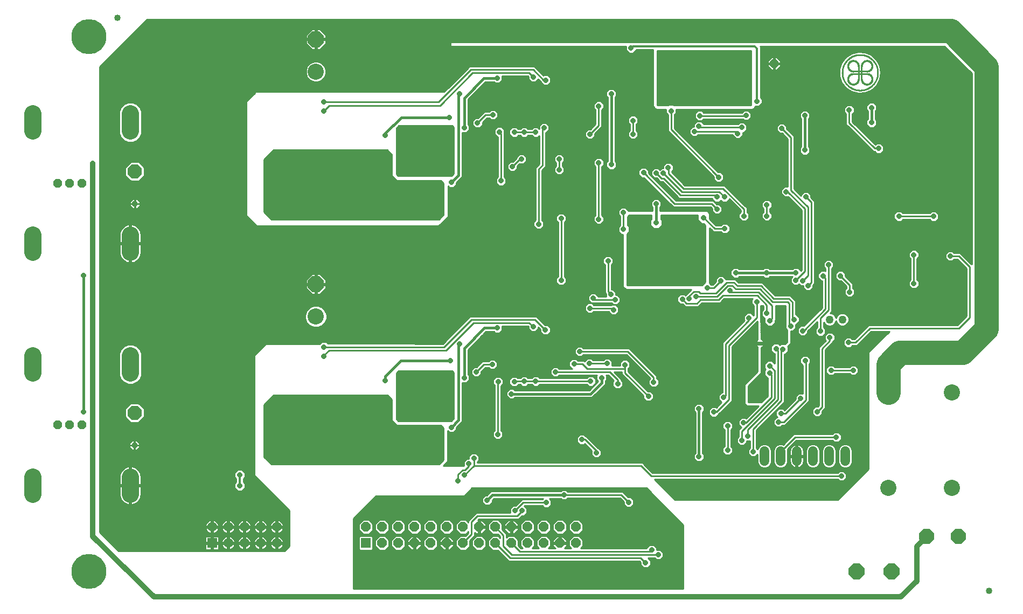
<source format=gbl>
G75*
%MOIN*%
%OFA0B0*%
%FSLAX25Y25*%
%IPPOS*%
%LPD*%
%AMOC8*
5,1,8,0,0,1.08239X$1,22.5*
%
%ADD10C,0.01000*%
%ADD11C,0.00100*%
%ADD12OC8,0.09693*%
%ADD13C,0.04000*%
%ADD14OC8,0.09055*%
%ADD15C,0.10000*%
%ADD16C,0.05906*%
%ADD17C,0.00404*%
%ADD18C,0.05000*%
%ADD19OC8,0.05315*%
%ADD20OC8,0.08600*%
%ADD21OC8,0.03543*%
%ADD22C,0.10638*%
%ADD23OC8,0.05906*%
%ADD24R,0.05906X0.05906*%
%ADD25OC8,0.10000*%
%ADD26R,0.06000X0.06000*%
%ADD27C,0.06000*%
%ADD28C,0.03200*%
%ADD29OC8,0.03175*%
%ADD30R,0.03175X0.03175*%
%ADD31C,0.02400*%
%ADD32C,0.15000*%
%ADD33C,0.01200*%
%ADD34C,0.21654*%
%ADD35C,0.01600*%
D10*
X0237207Y0076783D02*
X0237207Y0364533D01*
X0266457Y0393783D01*
X0333207Y0393783D01*
X0333207Y0348283D01*
X0327957Y0343033D01*
X0327957Y0272533D01*
X0334207Y0266033D01*
X0433207Y0266033D01*
X0433207Y0193483D01*
X0378406Y0193483D01*
X0377319Y0194571D01*
X0374596Y0194571D01*
X0373308Y0193283D01*
X0339707Y0193283D01*
X0332707Y0186283D01*
X0332707Y0111783D01*
X0354457Y0090033D01*
X0354457Y0068283D01*
X0351457Y0065283D01*
X0248707Y0065283D01*
X0237207Y0076783D01*
X0237276Y0076715D02*
X0303857Y0076715D01*
X0303855Y0076716D02*
X0304402Y0076318D01*
X0305006Y0076011D01*
X0305649Y0075802D01*
X0306156Y0075722D01*
X0306156Y0079496D01*
X0302382Y0079496D01*
X0302462Y0078989D01*
X0302671Y0078345D01*
X0302978Y0077742D01*
X0303376Y0077195D01*
X0303855Y0076716D01*
X0302999Y0077713D02*
X0237207Y0077713D01*
X0237207Y0078712D02*
X0302552Y0078712D01*
X0302382Y0080496D02*
X0306156Y0080496D01*
X0306156Y0079496D01*
X0307156Y0079496D01*
X0307156Y0075722D01*
X0307663Y0075802D01*
X0308307Y0076011D01*
X0308910Y0076318D01*
X0309457Y0076716D01*
X0309936Y0077195D01*
X0310334Y0077742D01*
X0310641Y0078345D01*
X0310850Y0078989D01*
X0310931Y0079496D01*
X0307156Y0079496D01*
X0307156Y0080496D01*
X0306156Y0080496D01*
X0306156Y0084270D01*
X0305649Y0084190D01*
X0305006Y0083981D01*
X0304402Y0083674D01*
X0303855Y0083276D01*
X0303376Y0082797D01*
X0302978Y0082250D01*
X0302671Y0081647D01*
X0302462Y0081003D01*
X0302382Y0080496D01*
X0302415Y0080709D02*
X0237207Y0080709D01*
X0237207Y0079711D02*
X0306156Y0079711D01*
X0306156Y0080709D02*
X0307156Y0080709D01*
X0307156Y0080496D02*
X0307156Y0084270D01*
X0307663Y0084190D01*
X0308307Y0083981D01*
X0308910Y0083674D01*
X0309457Y0083276D01*
X0309936Y0082797D01*
X0310334Y0082250D01*
X0310641Y0081647D01*
X0310850Y0081003D01*
X0310931Y0080496D01*
X0307156Y0080496D01*
X0307156Y0079711D02*
X0316156Y0079711D01*
X0316156Y0079496D02*
X0312382Y0079496D01*
X0312462Y0078989D01*
X0312671Y0078345D01*
X0312978Y0077742D01*
X0313376Y0077195D01*
X0313855Y0076716D01*
X0314402Y0076318D01*
X0315006Y0076011D01*
X0315649Y0075802D01*
X0316156Y0075722D01*
X0316156Y0079496D01*
X0316156Y0080496D01*
X0312382Y0080496D01*
X0312462Y0081003D01*
X0312671Y0081647D01*
X0312978Y0082250D01*
X0313376Y0082797D01*
X0313855Y0083276D01*
X0314402Y0083674D01*
X0315006Y0083981D01*
X0315649Y0084190D01*
X0316156Y0084270D01*
X0316156Y0080496D01*
X0317156Y0080496D01*
X0317156Y0084270D01*
X0317663Y0084190D01*
X0318307Y0083981D01*
X0318910Y0083674D01*
X0319457Y0083276D01*
X0319936Y0082797D01*
X0320334Y0082250D01*
X0320641Y0081647D01*
X0320850Y0081003D01*
X0320931Y0080496D01*
X0317156Y0080496D01*
X0317156Y0079496D01*
X0317156Y0075722D01*
X0317663Y0075802D01*
X0318307Y0076011D01*
X0318910Y0076318D01*
X0319457Y0076716D01*
X0319936Y0077195D01*
X0320334Y0077742D01*
X0320641Y0078345D01*
X0320850Y0078989D01*
X0320931Y0079496D01*
X0317156Y0079496D01*
X0316156Y0079496D01*
X0316156Y0078712D02*
X0317156Y0078712D01*
X0317156Y0077713D02*
X0316156Y0077713D01*
X0316156Y0076715D02*
X0317156Y0076715D01*
X0319456Y0076715D02*
X0323857Y0076715D01*
X0323855Y0076716D02*
X0324402Y0076318D01*
X0325006Y0076011D01*
X0325649Y0075802D01*
X0326156Y0075722D01*
X0326156Y0079496D01*
X0322382Y0079496D01*
X0322462Y0078989D01*
X0322671Y0078345D01*
X0322978Y0077742D01*
X0323376Y0077195D01*
X0323855Y0076716D01*
X0322999Y0077713D02*
X0320313Y0077713D01*
X0320760Y0078712D02*
X0322552Y0078712D01*
X0322382Y0080496D02*
X0326156Y0080496D01*
X0326156Y0079496D01*
X0327156Y0079496D01*
X0327156Y0075722D01*
X0327663Y0075802D01*
X0328307Y0076011D01*
X0328910Y0076318D01*
X0329457Y0076716D01*
X0329936Y0077195D01*
X0330334Y0077742D01*
X0330641Y0078345D01*
X0330850Y0078989D01*
X0330931Y0079496D01*
X0327156Y0079496D01*
X0327156Y0080496D01*
X0326156Y0080496D01*
X0326156Y0084270D01*
X0325649Y0084190D01*
X0325006Y0083981D01*
X0324402Y0083674D01*
X0323855Y0083276D01*
X0323376Y0082797D01*
X0322978Y0082250D01*
X0322671Y0081647D01*
X0322462Y0081003D01*
X0322382Y0080496D01*
X0322415Y0080709D02*
X0320897Y0080709D01*
X0320610Y0081708D02*
X0322702Y0081708D01*
X0323310Y0082706D02*
X0320002Y0082706D01*
X0318849Y0083705D02*
X0324463Y0083705D01*
X0326156Y0083705D02*
X0327156Y0083705D01*
X0327156Y0084270D02*
X0327156Y0080496D01*
X0330931Y0080496D01*
X0330850Y0081003D01*
X0330641Y0081647D01*
X0330334Y0082250D01*
X0329936Y0082797D01*
X0329457Y0083276D01*
X0328910Y0083674D01*
X0328307Y0083981D01*
X0327663Y0084190D01*
X0327156Y0084270D01*
X0327156Y0082706D02*
X0326156Y0082706D01*
X0326156Y0081708D02*
X0327156Y0081708D01*
X0327156Y0080709D02*
X0326156Y0080709D01*
X0326156Y0079711D02*
X0317156Y0079711D01*
X0317156Y0080709D02*
X0316156Y0080709D01*
X0316156Y0081708D02*
X0317156Y0081708D01*
X0317156Y0082706D02*
X0316156Y0082706D01*
X0316156Y0083705D02*
X0317156Y0083705D01*
X0314463Y0083705D02*
X0308849Y0083705D01*
X0310002Y0082706D02*
X0313310Y0082706D01*
X0312702Y0081708D02*
X0310610Y0081708D01*
X0310897Y0080709D02*
X0312415Y0080709D01*
X0312552Y0078712D02*
X0310760Y0078712D01*
X0310313Y0077713D02*
X0312999Y0077713D01*
X0313857Y0076715D02*
X0309456Y0076715D01*
X0307156Y0076715D02*
X0306156Y0076715D01*
X0306156Y0077713D02*
X0307156Y0077713D01*
X0307156Y0078712D02*
X0306156Y0078712D01*
X0306156Y0081708D02*
X0307156Y0081708D01*
X0307156Y0082706D02*
X0306156Y0082706D01*
X0306156Y0083705D02*
X0307156Y0083705D01*
X0304463Y0083705D02*
X0237207Y0083705D01*
X0237207Y0084703D02*
X0354457Y0084703D01*
X0354457Y0083705D02*
X0348849Y0083705D01*
X0348910Y0083674D02*
X0348307Y0083981D01*
X0347663Y0084190D01*
X0347156Y0084270D01*
X0347156Y0080496D01*
X0346156Y0080496D01*
X0346156Y0079496D01*
X0342382Y0079496D01*
X0342462Y0078989D01*
X0342671Y0078345D01*
X0342978Y0077742D01*
X0343376Y0077195D01*
X0343855Y0076716D01*
X0344402Y0076318D01*
X0345006Y0076011D01*
X0345649Y0075802D01*
X0346156Y0075722D01*
X0346156Y0079496D01*
X0347156Y0079496D01*
X0347156Y0075722D01*
X0347663Y0075802D01*
X0348307Y0076011D01*
X0348910Y0076318D01*
X0349457Y0076716D01*
X0349936Y0077195D01*
X0350334Y0077742D01*
X0350641Y0078345D01*
X0350850Y0078989D01*
X0350931Y0079496D01*
X0347156Y0079496D01*
X0347156Y0080496D01*
X0350931Y0080496D01*
X0350850Y0081003D01*
X0350641Y0081647D01*
X0350334Y0082250D01*
X0349936Y0082797D01*
X0349457Y0083276D01*
X0348910Y0083674D01*
X0350002Y0082706D02*
X0354457Y0082706D01*
X0354457Y0081708D02*
X0350610Y0081708D01*
X0350897Y0080709D02*
X0354457Y0080709D01*
X0354457Y0079711D02*
X0347156Y0079711D01*
X0347156Y0080709D02*
X0346156Y0080709D01*
X0346156Y0080496D02*
X0346156Y0084270D01*
X0345649Y0084190D01*
X0345006Y0083981D01*
X0344402Y0083674D01*
X0343855Y0083276D01*
X0343376Y0082797D01*
X0342978Y0082250D01*
X0342671Y0081647D01*
X0342462Y0081003D01*
X0342382Y0080496D01*
X0346156Y0080496D01*
X0346156Y0079711D02*
X0337156Y0079711D01*
X0337156Y0079496D02*
X0337156Y0080496D01*
X0336156Y0080496D01*
X0336156Y0079496D01*
X0332382Y0079496D01*
X0332462Y0078989D01*
X0332671Y0078345D01*
X0332978Y0077742D01*
X0333376Y0077195D01*
X0333855Y0076716D01*
X0334402Y0076318D01*
X0335006Y0076011D01*
X0335649Y0075802D01*
X0336156Y0075722D01*
X0336156Y0079496D01*
X0337156Y0079496D01*
X0337156Y0075722D01*
X0337663Y0075802D01*
X0338307Y0076011D01*
X0338910Y0076318D01*
X0339457Y0076716D01*
X0339936Y0077195D01*
X0340334Y0077742D01*
X0340641Y0078345D01*
X0340850Y0078989D01*
X0340931Y0079496D01*
X0337156Y0079496D01*
X0337156Y0078712D02*
X0336156Y0078712D01*
X0336156Y0077713D02*
X0337156Y0077713D01*
X0337156Y0076715D02*
X0336156Y0076715D01*
X0333857Y0076715D02*
X0329456Y0076715D01*
X0330313Y0077713D02*
X0332999Y0077713D01*
X0332552Y0078712D02*
X0330760Y0078712D01*
X0330897Y0080709D02*
X0332415Y0080709D01*
X0332382Y0080496D02*
X0336156Y0080496D01*
X0336156Y0084270D01*
X0335649Y0084190D01*
X0335006Y0083981D01*
X0334402Y0083674D01*
X0333855Y0083276D01*
X0333376Y0082797D01*
X0332978Y0082250D01*
X0332671Y0081647D01*
X0332462Y0081003D01*
X0332382Y0080496D01*
X0332702Y0081708D02*
X0330610Y0081708D01*
X0330002Y0082706D02*
X0333310Y0082706D01*
X0334463Y0083705D02*
X0328849Y0083705D01*
X0327156Y0079711D02*
X0336156Y0079711D01*
X0336156Y0080709D02*
X0337156Y0080709D01*
X0337156Y0080496D02*
X0337156Y0084270D01*
X0337663Y0084190D01*
X0338307Y0083981D01*
X0338910Y0083674D01*
X0339457Y0083276D01*
X0339936Y0082797D01*
X0340334Y0082250D01*
X0340641Y0081647D01*
X0340850Y0081003D01*
X0340931Y0080496D01*
X0337156Y0080496D01*
X0337156Y0081708D02*
X0336156Y0081708D01*
X0336156Y0082706D02*
X0337156Y0082706D01*
X0337156Y0083705D02*
X0336156Y0083705D01*
X0338849Y0083705D02*
X0344463Y0083705D01*
X0343310Y0082706D02*
X0340002Y0082706D01*
X0340610Y0081708D02*
X0342702Y0081708D01*
X0342415Y0080709D02*
X0340897Y0080709D01*
X0340760Y0078712D02*
X0342552Y0078712D01*
X0342999Y0077713D02*
X0340313Y0077713D01*
X0339456Y0076715D02*
X0343857Y0076715D01*
X0346156Y0076715D02*
X0347156Y0076715D01*
X0347156Y0077713D02*
X0346156Y0077713D01*
X0346156Y0078712D02*
X0347156Y0078712D01*
X0347156Y0081708D02*
X0346156Y0081708D01*
X0346156Y0082706D02*
X0347156Y0082706D01*
X0347156Y0083705D02*
X0346156Y0083705D01*
X0350760Y0078712D02*
X0354457Y0078712D01*
X0354457Y0077713D02*
X0350313Y0077713D01*
X0349456Y0076715D02*
X0354457Y0076715D01*
X0354457Y0075716D02*
X0238274Y0075716D01*
X0239273Y0074718D02*
X0354457Y0074718D01*
X0354457Y0073719D02*
X0348820Y0073719D01*
X0348910Y0073674D02*
X0348307Y0073981D01*
X0347663Y0074190D01*
X0347156Y0074270D01*
X0347156Y0070496D01*
X0346156Y0070496D01*
X0346156Y0069496D01*
X0342382Y0069496D01*
X0342462Y0068989D01*
X0342671Y0068345D01*
X0342978Y0067742D01*
X0343376Y0067195D01*
X0343855Y0066716D01*
X0344402Y0066318D01*
X0345006Y0066011D01*
X0345649Y0065802D01*
X0346156Y0065722D01*
X0346156Y0069496D01*
X0347156Y0069496D01*
X0347156Y0065722D01*
X0347663Y0065802D01*
X0348307Y0066011D01*
X0348910Y0066318D01*
X0349457Y0066716D01*
X0349936Y0067195D01*
X0350334Y0067742D01*
X0350641Y0068345D01*
X0350850Y0068989D01*
X0350931Y0069496D01*
X0347156Y0069496D01*
X0347156Y0070496D01*
X0350931Y0070496D01*
X0350850Y0071003D01*
X0350641Y0071647D01*
X0350334Y0072250D01*
X0349936Y0072797D01*
X0349457Y0073276D01*
X0348910Y0073674D01*
X0349992Y0072721D02*
X0354457Y0072721D01*
X0354457Y0071722D02*
X0350603Y0071722D01*
X0350894Y0070724D02*
X0354457Y0070724D01*
X0354457Y0069725D02*
X0347156Y0069725D01*
X0347156Y0068727D02*
X0346156Y0068727D01*
X0346156Y0069725D02*
X0337156Y0069725D01*
X0337156Y0069496D02*
X0337156Y0070496D01*
X0336156Y0070496D01*
X0336156Y0069496D01*
X0332382Y0069496D01*
X0332462Y0068989D01*
X0332671Y0068345D01*
X0332978Y0067742D01*
X0333376Y0067195D01*
X0333855Y0066716D01*
X0334402Y0066318D01*
X0335006Y0066011D01*
X0335649Y0065802D01*
X0336156Y0065722D01*
X0336156Y0069496D01*
X0337156Y0069496D01*
X0337156Y0065722D01*
X0337663Y0065802D01*
X0338307Y0066011D01*
X0338910Y0066318D01*
X0339457Y0066716D01*
X0339936Y0067195D01*
X0340334Y0067742D01*
X0340641Y0068345D01*
X0340850Y0068989D01*
X0340931Y0069496D01*
X0337156Y0069496D01*
X0337156Y0068727D02*
X0336156Y0068727D01*
X0336156Y0069725D02*
X0327156Y0069725D01*
X0327156Y0069496D02*
X0327156Y0070496D01*
X0326156Y0070496D01*
X0326156Y0069496D01*
X0322382Y0069496D01*
X0322462Y0068989D01*
X0322671Y0068345D01*
X0322978Y0067742D01*
X0323376Y0067195D01*
X0323855Y0066716D01*
X0324402Y0066318D01*
X0325006Y0066011D01*
X0325649Y0065802D01*
X0326156Y0065722D01*
X0326156Y0069496D01*
X0327156Y0069496D01*
X0327156Y0065722D01*
X0327663Y0065802D01*
X0328307Y0066011D01*
X0328910Y0066318D01*
X0329457Y0066716D01*
X0329936Y0067195D01*
X0330334Y0067742D01*
X0330641Y0068345D01*
X0330850Y0068989D01*
X0330931Y0069496D01*
X0327156Y0069496D01*
X0327156Y0068727D02*
X0326156Y0068727D01*
X0326156Y0069725D02*
X0317156Y0069725D01*
X0317156Y0069496D02*
X0317156Y0070496D01*
X0316156Y0070496D01*
X0316156Y0069496D01*
X0312382Y0069496D01*
X0312462Y0068989D01*
X0312671Y0068345D01*
X0312978Y0067742D01*
X0313376Y0067195D01*
X0313855Y0066716D01*
X0314402Y0066318D01*
X0315006Y0066011D01*
X0315649Y0065802D01*
X0316156Y0065722D01*
X0316156Y0069496D01*
X0317156Y0069496D01*
X0317156Y0065722D01*
X0317663Y0065802D01*
X0318307Y0066011D01*
X0318910Y0066318D01*
X0319457Y0066716D01*
X0319936Y0067195D01*
X0320334Y0067742D01*
X0320641Y0068345D01*
X0320850Y0068989D01*
X0320931Y0069496D01*
X0317156Y0069496D01*
X0317156Y0068727D02*
X0316156Y0068727D01*
X0316156Y0069725D02*
X0307156Y0069725D01*
X0307156Y0069496D02*
X0307156Y0070496D01*
X0306156Y0070496D01*
X0306156Y0069496D01*
X0302356Y0069496D01*
X0302356Y0066825D01*
X0302445Y0066494D01*
X0302616Y0066198D01*
X0302858Y0065956D01*
X0303154Y0065785D01*
X0303485Y0065696D01*
X0306156Y0065696D01*
X0306156Y0069496D01*
X0307156Y0069496D01*
X0307156Y0065696D01*
X0309827Y0065696D01*
X0310158Y0065785D01*
X0310454Y0065956D01*
X0310696Y0066198D01*
X0310868Y0066494D01*
X0310956Y0066825D01*
X0310956Y0069496D01*
X0307156Y0069496D01*
X0307156Y0068727D02*
X0306156Y0068727D01*
X0306156Y0069725D02*
X0244265Y0069725D01*
X0245264Y0068727D02*
X0302356Y0068727D01*
X0302356Y0067728D02*
X0246262Y0067728D01*
X0247261Y0066730D02*
X0302382Y0066730D01*
X0303353Y0065731D02*
X0248259Y0065731D01*
X0243267Y0070724D02*
X0302356Y0070724D01*
X0302356Y0070496D02*
X0302356Y0073167D01*
X0302445Y0073498D01*
X0302616Y0073794D01*
X0302858Y0074036D01*
X0303154Y0074207D01*
X0303485Y0074296D01*
X0306156Y0074296D01*
X0306156Y0070496D01*
X0302356Y0070496D01*
X0302356Y0071722D02*
X0242268Y0071722D01*
X0241270Y0072721D02*
X0302356Y0072721D01*
X0302573Y0073719D02*
X0240271Y0073719D01*
X0237207Y0081708D02*
X0302702Y0081708D01*
X0303310Y0082706D02*
X0237207Y0082706D01*
X0237207Y0085702D02*
X0354457Y0085702D01*
X0354457Y0086700D02*
X0237207Y0086700D01*
X0237207Y0087699D02*
X0354457Y0087699D01*
X0354457Y0088697D02*
X0237207Y0088697D01*
X0237207Y0089696D02*
X0354457Y0089696D01*
X0353797Y0090694D02*
X0237207Y0090694D01*
X0237207Y0091693D02*
X0352798Y0091693D01*
X0351800Y0092691D02*
X0237207Y0092691D01*
X0237207Y0093690D02*
X0255361Y0093690D01*
X0255605Y0093690D02*
X0256605Y0093690D01*
X0256605Y0093658D02*
X0257399Y0093762D01*
X0258237Y0093987D01*
X0259039Y0094319D01*
X0259790Y0094752D01*
X0260478Y0095281D01*
X0261092Y0095894D01*
X0261620Y0096583D01*
X0262054Y0097334D01*
X0262386Y0098136D01*
X0262611Y0098974D01*
X0262724Y0099834D01*
X0262724Y0105087D01*
X0256605Y0105087D01*
X0256605Y0106087D01*
X0255605Y0106087D01*
X0255605Y0117516D01*
X0254811Y0117411D01*
X0253973Y0117187D01*
X0253171Y0116855D01*
X0252420Y0116421D01*
X0251731Y0115893D01*
X0251118Y0115279D01*
X0250590Y0114591D01*
X0250156Y0113839D01*
X0249824Y0113038D01*
X0249599Y0112200D01*
X0249486Y0111339D01*
X0249486Y0106087D01*
X0255605Y0106087D01*
X0255605Y0105087D01*
X0249486Y0105087D01*
X0249486Y0099834D01*
X0249599Y0098974D01*
X0249824Y0098136D01*
X0250156Y0097334D01*
X0250590Y0096583D01*
X0251118Y0095894D01*
X0251731Y0095281D01*
X0252420Y0094752D01*
X0253171Y0094319D01*
X0253973Y0093987D01*
X0254811Y0093762D01*
X0255605Y0093658D01*
X0255605Y0105087D01*
X0256605Y0105087D01*
X0256605Y0093658D01*
X0256849Y0093690D02*
X0350801Y0093690D01*
X0349803Y0094688D02*
X0259679Y0094688D01*
X0260884Y0095687D02*
X0348804Y0095687D01*
X0347806Y0096685D02*
X0261679Y0096685D01*
X0262199Y0097684D02*
X0346807Y0097684D01*
X0345809Y0098682D02*
X0262533Y0098682D01*
X0262704Y0099681D02*
X0344810Y0099681D01*
X0343812Y0100679D02*
X0262724Y0100679D01*
X0262724Y0101678D02*
X0342813Y0101678D01*
X0341815Y0102676D02*
X0325499Y0102676D01*
X0325069Y0102246D02*
X0326995Y0104172D01*
X0326995Y0106895D01*
X0326007Y0107883D01*
X0326007Y0109684D01*
X0326995Y0110672D01*
X0326995Y0113395D01*
X0325069Y0115321D01*
X0322346Y0115321D01*
X0320420Y0113395D01*
X0320420Y0110672D01*
X0321407Y0109684D01*
X0321407Y0107883D01*
X0320420Y0106895D01*
X0320420Y0104172D01*
X0322346Y0102246D01*
X0325069Y0102246D01*
X0326498Y0103675D02*
X0340816Y0103675D01*
X0339818Y0104673D02*
X0326995Y0104673D01*
X0326995Y0105672D02*
X0338819Y0105672D01*
X0337820Y0106670D02*
X0326995Y0106670D01*
X0326221Y0107669D02*
X0336822Y0107669D01*
X0335823Y0108667D02*
X0326007Y0108667D01*
X0326007Y0109666D02*
X0334825Y0109666D01*
X0333826Y0110664D02*
X0326987Y0110664D01*
X0326995Y0111663D02*
X0332828Y0111663D01*
X0332707Y0112661D02*
X0326995Y0112661D01*
X0326730Y0113660D02*
X0332707Y0113660D01*
X0332707Y0114658D02*
X0325731Y0114658D01*
X0321683Y0114658D02*
X0261568Y0114658D01*
X0261620Y0114591D02*
X0261092Y0115279D01*
X0260478Y0115893D01*
X0259790Y0116421D01*
X0259039Y0116855D01*
X0258237Y0117187D01*
X0257399Y0117411D01*
X0256605Y0117516D01*
X0256605Y0106087D01*
X0262724Y0106087D01*
X0262724Y0111339D01*
X0262611Y0112200D01*
X0262386Y0113038D01*
X0262054Y0113839D01*
X0261620Y0114591D01*
X0262128Y0113660D02*
X0320685Y0113660D01*
X0320420Y0112661D02*
X0262487Y0112661D01*
X0262681Y0111663D02*
X0320420Y0111663D01*
X0320427Y0110664D02*
X0262724Y0110664D01*
X0262724Y0109666D02*
X0321407Y0109666D01*
X0321407Y0108667D02*
X0262724Y0108667D01*
X0262724Y0107669D02*
X0321194Y0107669D01*
X0320420Y0106670D02*
X0262724Y0106670D01*
X0262724Y0104673D02*
X0320420Y0104673D01*
X0320420Y0105672D02*
X0256605Y0105672D01*
X0256605Y0106670D02*
X0255605Y0106670D01*
X0255605Y0105672D02*
X0237207Y0105672D01*
X0237207Y0106670D02*
X0249486Y0106670D01*
X0249486Y0107669D02*
X0237207Y0107669D01*
X0237207Y0108667D02*
X0249486Y0108667D01*
X0249486Y0109666D02*
X0237207Y0109666D01*
X0237207Y0110664D02*
X0249486Y0110664D01*
X0249529Y0111663D02*
X0237207Y0111663D01*
X0237207Y0112661D02*
X0249723Y0112661D01*
X0250082Y0113660D02*
X0237207Y0113660D01*
X0237207Y0114658D02*
X0250642Y0114658D01*
X0251496Y0115657D02*
X0237207Y0115657D01*
X0237207Y0116655D02*
X0252826Y0116655D01*
X0255605Y0116655D02*
X0256605Y0116655D01*
X0256605Y0115657D02*
X0255605Y0115657D01*
X0255605Y0114658D02*
X0256605Y0114658D01*
X0256605Y0113660D02*
X0255605Y0113660D01*
X0255605Y0112661D02*
X0256605Y0112661D01*
X0256605Y0111663D02*
X0255605Y0111663D01*
X0255605Y0110664D02*
X0256605Y0110664D01*
X0256605Y0109666D02*
X0255605Y0109666D01*
X0255605Y0108667D02*
X0256605Y0108667D01*
X0256605Y0107669D02*
X0255605Y0107669D01*
X0255605Y0104673D02*
X0256605Y0104673D01*
X0256605Y0103675D02*
X0255605Y0103675D01*
X0255605Y0102676D02*
X0256605Y0102676D01*
X0256605Y0101678D02*
X0255605Y0101678D01*
X0255605Y0100679D02*
X0256605Y0100679D01*
X0256605Y0099681D02*
X0255605Y0099681D01*
X0255605Y0098682D02*
X0256605Y0098682D01*
X0256605Y0097684D02*
X0255605Y0097684D01*
X0255605Y0096685D02*
X0256605Y0096685D01*
X0256605Y0095687D02*
X0255605Y0095687D01*
X0255605Y0094688D02*
X0256605Y0094688D01*
X0252531Y0094688D02*
X0237207Y0094688D01*
X0237207Y0095687D02*
X0251325Y0095687D01*
X0250530Y0096685D02*
X0237207Y0096685D01*
X0237207Y0097684D02*
X0250011Y0097684D01*
X0249677Y0098682D02*
X0237207Y0098682D01*
X0237207Y0099681D02*
X0249506Y0099681D01*
X0249486Y0100679D02*
X0237207Y0100679D01*
X0237207Y0101678D02*
X0249486Y0101678D01*
X0249486Y0102676D02*
X0237207Y0102676D01*
X0237207Y0103675D02*
X0249486Y0103675D01*
X0249486Y0104673D02*
X0237207Y0104673D01*
X0237207Y0117654D02*
X0332707Y0117654D01*
X0332707Y0118652D02*
X0237207Y0118652D01*
X0237207Y0119651D02*
X0332707Y0119651D01*
X0332707Y0120649D02*
X0237207Y0120649D01*
X0237207Y0121648D02*
X0332707Y0121648D01*
X0332707Y0122647D02*
X0237207Y0122647D01*
X0237207Y0123645D02*
X0332707Y0123645D01*
X0332707Y0124644D02*
X0237207Y0124644D01*
X0237207Y0125642D02*
X0332707Y0125642D01*
X0332707Y0126641D02*
X0237207Y0126641D01*
X0237207Y0127639D02*
X0257258Y0127639D01*
X0257435Y0127462D02*
X0255636Y0129261D01*
X0255636Y0130443D01*
X0258617Y0130443D01*
X0258798Y0130443D01*
X0258798Y0130624D01*
X0261779Y0130624D01*
X0261779Y0131806D01*
X0259980Y0133605D01*
X0258798Y0133605D01*
X0258798Y0130624D01*
X0258617Y0130624D01*
X0258617Y0133605D01*
X0257435Y0133605D01*
X0255636Y0131806D01*
X0255636Y0130624D01*
X0258617Y0130624D01*
X0258617Y0130443D01*
X0258617Y0127462D01*
X0257435Y0127462D01*
X0258617Y0127639D02*
X0258798Y0127639D01*
X0258798Y0127462D02*
X0259980Y0127462D01*
X0261779Y0129261D01*
X0261779Y0130443D01*
X0258798Y0130443D01*
X0258798Y0127462D01*
X0258798Y0128638D02*
X0258617Y0128638D01*
X0258617Y0129636D02*
X0258798Y0129636D01*
X0258798Y0130635D02*
X0258617Y0130635D01*
X0258617Y0131633D02*
X0258798Y0131633D01*
X0258798Y0132632D02*
X0258617Y0132632D01*
X0256462Y0132632D02*
X0237207Y0132632D01*
X0237207Y0133630D02*
X0332707Y0133630D01*
X0332707Y0132632D02*
X0260953Y0132632D01*
X0261779Y0131633D02*
X0332707Y0131633D01*
X0332707Y0130635D02*
X0261779Y0130635D01*
X0261779Y0129636D02*
X0332707Y0129636D01*
X0332707Y0128638D02*
X0261155Y0128638D01*
X0260157Y0127639D02*
X0332707Y0127639D01*
X0338957Y0127639D02*
X0449957Y0127639D01*
X0449957Y0126641D02*
X0338957Y0126641D01*
X0338957Y0125642D02*
X0449957Y0125642D01*
X0449957Y0124644D02*
X0338957Y0124644D01*
X0338957Y0123645D02*
X0449957Y0123645D01*
X0449957Y0122647D02*
X0339594Y0122647D01*
X0338957Y0123283D02*
X0338957Y0155533D01*
X0344957Y0161533D01*
X0415207Y0161533D01*
X0417957Y0158783D01*
X0417957Y0145783D01*
X0420957Y0142783D01*
X0448207Y0142783D01*
X0449957Y0141033D01*
X0449957Y0121533D01*
X0447207Y0118783D01*
X0343457Y0118783D01*
X0338957Y0123283D01*
X0340593Y0121648D02*
X0449957Y0121648D01*
X0449073Y0120649D02*
X0341591Y0120649D01*
X0342590Y0119651D02*
X0448075Y0119651D01*
X0449884Y0117783D02*
X0452162Y0120061D01*
X0452557Y0121016D01*
X0452557Y0139317D01*
X0453429Y0138446D01*
X0455986Y0138446D01*
X0457795Y0140255D01*
X0457795Y0141368D01*
X0461507Y0145081D01*
X0461507Y0169196D01*
X0463986Y0169196D01*
X0465795Y0171005D01*
X0465795Y0173562D01*
X0465007Y0174350D01*
X0465007Y0189581D01*
X0476160Y0200733D01*
X0481141Y0200733D01*
X0481929Y0199946D01*
X0484486Y0199946D01*
X0486295Y0201755D01*
X0486295Y0204283D01*
X0502129Y0204283D01*
X0502370Y0204042D01*
X0502370Y0202505D01*
X0504179Y0200696D01*
X0506736Y0200696D01*
X0508545Y0202505D01*
X0508545Y0203368D01*
X0509870Y0202042D01*
X0509870Y0200505D01*
X0511679Y0198696D01*
X0514236Y0198696D01*
X0516045Y0200505D01*
X0516045Y0203062D01*
X0514236Y0204871D01*
X0512698Y0204871D01*
X0508457Y0209112D01*
X0507286Y0210283D01*
X0466379Y0210283D01*
X0465207Y0209112D01*
X0449379Y0193283D01*
X0432207Y0193283D01*
X0432207Y0266033D01*
X0446957Y0266033D01*
X0452707Y0271783D01*
X0452707Y0290667D01*
X0453429Y0289946D01*
X0455986Y0289946D01*
X0457795Y0291755D01*
X0457795Y0292868D01*
X0461507Y0296581D01*
X0461507Y0323696D01*
X0463986Y0323696D01*
X0465795Y0325505D01*
X0465795Y0328062D01*
X0465007Y0328850D01*
X0465007Y0344331D01*
X0475910Y0355233D01*
X0481141Y0355233D01*
X0481929Y0354446D01*
X0484486Y0354446D01*
X0486295Y0356255D01*
X0486295Y0358783D01*
X0502129Y0358783D01*
X0502370Y0358542D01*
X0502370Y0357005D01*
X0504179Y0355196D01*
X0506736Y0355196D01*
X0508476Y0356936D01*
X0509957Y0355455D01*
X0510120Y0355292D01*
X0510120Y0355005D01*
X0511929Y0353196D01*
X0514486Y0353196D01*
X0516295Y0355005D01*
X0516295Y0357562D01*
X0514486Y0359371D01*
X0511929Y0359371D01*
X0511813Y0359256D01*
X0506286Y0364783D01*
X0465879Y0364783D01*
X0464707Y0363612D01*
X0452707Y0351612D01*
X0452707Y0377033D01*
X0562870Y0377033D01*
X0562870Y0374755D01*
X0564679Y0372946D01*
X0567236Y0372946D01*
X0569045Y0374755D01*
X0569045Y0375183D01*
X0579607Y0375183D01*
X0579607Y0340266D01*
X0580003Y0339311D01*
X0580735Y0338579D01*
X0581690Y0338183D01*
X0587620Y0338183D01*
X0587620Y0336005D01*
X0588707Y0334917D01*
X0588707Y0324955D01*
X0617120Y0296542D01*
X0617120Y0295005D01*
X0618929Y0293196D01*
X0621486Y0293196D01*
X0623295Y0295005D01*
X0623295Y0297562D01*
X0621486Y0299371D01*
X0619948Y0299371D01*
X0592707Y0326612D01*
X0592707Y0334917D01*
X0593795Y0336005D01*
X0593795Y0338183D01*
X0640725Y0338183D01*
X0641680Y0338579D01*
X0642412Y0339311D01*
X0642778Y0340196D01*
X0645236Y0340196D01*
X0647045Y0342005D01*
X0647045Y0344562D01*
X0646057Y0345550D01*
X0646057Y0376653D01*
X0645677Y0377033D01*
X0759707Y0377033D01*
X0776707Y0360533D01*
X0776707Y0242362D01*
X0776286Y0242783D01*
X0776286Y0242783D01*
X0769536Y0249533D01*
X0765824Y0249533D01*
X0764736Y0250621D01*
X0762179Y0250621D01*
X0760370Y0248812D01*
X0760370Y0246255D01*
X0762179Y0244446D01*
X0764736Y0244446D01*
X0765824Y0245533D01*
X0767879Y0245533D01*
X0773457Y0239955D01*
X0773457Y0210362D01*
X0767879Y0204783D01*
X0712879Y0204783D01*
X0704129Y0196033D01*
X0702824Y0196033D01*
X0701736Y0197121D01*
X0699179Y0197121D01*
X0697370Y0195312D01*
X0697370Y0192755D01*
X0699179Y0190946D01*
X0701736Y0190946D01*
X0702824Y0192033D01*
X0705786Y0192033D01*
X0714536Y0200783D01*
X0725707Y0200783D01*
X0712957Y0188033D01*
X0712957Y0115783D01*
X0693707Y0096783D01*
X0593207Y0096783D01*
X0580457Y0109533D01*
X0693841Y0109533D01*
X0694929Y0108446D01*
X0697486Y0108446D01*
X0699295Y0110255D01*
X0699295Y0112812D01*
X0697486Y0114621D01*
X0694929Y0114621D01*
X0693841Y0113533D01*
X0579286Y0113533D01*
X0574207Y0118612D01*
X0573036Y0119783D01*
X0470707Y0119783D01*
X0470707Y0120167D01*
X0471795Y0121255D01*
X0471795Y0123812D01*
X0469986Y0125621D01*
X0467429Y0125621D01*
X0465620Y0123812D01*
X0465620Y0122121D01*
X0464179Y0122121D01*
X0462370Y0120312D01*
X0462370Y0117783D01*
X0449884Y0117783D01*
X0450753Y0118652D02*
X0462370Y0118652D01*
X0462370Y0119651D02*
X0451752Y0119651D01*
X0452405Y0120649D02*
X0462707Y0120649D01*
X0463706Y0121648D02*
X0452557Y0121648D01*
X0452557Y0122647D02*
X0465620Y0122647D01*
X0465620Y0123645D02*
X0452557Y0123645D01*
X0452557Y0124644D02*
X0466451Y0124644D01*
X0468707Y0122533D02*
X0468707Y0117783D01*
X0462957Y0112033D01*
X0463207Y0115283D02*
X0461707Y0115283D01*
X0458957Y0112533D01*
X0458957Y0108533D01*
X0465102Y0101678D02*
X0478849Y0101678D01*
X0479255Y0102083D02*
X0476792Y0099621D01*
X0475679Y0099621D01*
X0473870Y0097812D01*
X0473870Y0095255D01*
X0475679Y0093446D01*
X0478236Y0093446D01*
X0480045Y0095255D01*
X0480045Y0096368D01*
X0481160Y0097483D01*
X0511541Y0097483D01*
X0511091Y0097033D01*
X0498379Y0097033D01*
X0494466Y0093121D01*
X0492929Y0093121D01*
X0491120Y0091312D01*
X0491120Y0088783D01*
X0470129Y0088783D01*
X0466379Y0085033D01*
X0465207Y0083862D01*
X0465207Y0082939D01*
X0463697Y0084449D01*
X0460009Y0084449D01*
X0457400Y0081840D01*
X0457400Y0078152D01*
X0460009Y0075543D01*
X0463697Y0075543D01*
X0465207Y0077053D01*
X0465207Y0076179D01*
X0463477Y0074449D01*
X0460009Y0074449D01*
X0457400Y0071840D01*
X0457400Y0068152D01*
X0460009Y0065543D01*
X0463697Y0065543D01*
X0466306Y0068152D01*
X0466306Y0071620D01*
X0469207Y0074522D01*
X0469207Y0076627D01*
X0470091Y0075743D01*
X0471369Y0075743D01*
X0471369Y0079512D01*
X0472337Y0079512D01*
X0472337Y0075743D01*
X0473615Y0075743D01*
X0476106Y0078235D01*
X0476106Y0079512D01*
X0472337Y0079512D01*
X0472337Y0080480D01*
X0471369Y0080480D01*
X0471369Y0084249D01*
X0471251Y0084249D01*
X0471786Y0084783D01*
X0496286Y0084783D01*
X0497457Y0085955D01*
X0498448Y0086946D01*
X0499736Y0086946D01*
X0501545Y0088755D01*
X0501545Y0091312D01*
X0499930Y0092927D01*
X0500036Y0093033D01*
X0511091Y0093033D01*
X0512179Y0091946D01*
X0514736Y0091946D01*
X0516545Y0093755D01*
X0516545Y0096312D01*
X0515374Y0097483D01*
X0522391Y0097483D01*
X0523179Y0096696D01*
X0525736Y0096696D01*
X0526824Y0097783D01*
X0559129Y0097783D01*
X0561370Y0095542D01*
X0561370Y0094005D01*
X0563179Y0092196D01*
X0565736Y0092196D01*
X0567545Y0094005D01*
X0567545Y0096562D01*
X0565736Y0098371D01*
X0564198Y0098371D01*
X0560786Y0101783D01*
X0526824Y0101783D01*
X0525736Y0102871D01*
X0523179Y0102871D01*
X0522391Y0102083D01*
X0479255Y0102083D01*
X0477850Y0100679D02*
X0464103Y0100679D01*
X0463105Y0099681D02*
X0476852Y0099681D01*
X0474740Y0098682D02*
X0407606Y0098682D01*
X0408207Y0099283D02*
X0462707Y0099283D01*
X0467457Y0104033D01*
X0575457Y0104033D01*
X0598207Y0081283D01*
X0598207Y0041783D01*
X0394207Y0041783D01*
X0394207Y0085283D01*
X0408207Y0099283D01*
X0406608Y0097684D02*
X0473870Y0097684D01*
X0473870Y0096685D02*
X0405609Y0096685D01*
X0404611Y0095687D02*
X0473870Y0095687D01*
X0474436Y0094688D02*
X0403612Y0094688D01*
X0402614Y0093690D02*
X0475435Y0093690D01*
X0478480Y0093690D02*
X0495035Y0093690D01*
X0496034Y0094688D02*
X0479478Y0094688D01*
X0480045Y0095687D02*
X0497032Y0095687D01*
X0498031Y0096685D02*
X0480362Y0096685D01*
X0491500Y0091693D02*
X0400617Y0091693D01*
X0401615Y0092691D02*
X0492499Y0092691D01*
X0491120Y0090694D02*
X0399618Y0090694D01*
X0398620Y0089696D02*
X0491120Y0089696D01*
X0494207Y0090033D02*
X0499207Y0095033D01*
X0513457Y0095033D01*
X0511433Y0092691D02*
X0500166Y0092691D01*
X0501164Y0091693D02*
X0587798Y0091693D01*
X0586800Y0092691D02*
X0566231Y0092691D01*
X0567230Y0093690D02*
X0585801Y0093690D01*
X0584803Y0094688D02*
X0567545Y0094688D01*
X0567545Y0095687D02*
X0583804Y0095687D01*
X0582806Y0096685D02*
X0567422Y0096685D01*
X0566423Y0097684D02*
X0581807Y0097684D01*
X0580809Y0098682D02*
X0563887Y0098682D01*
X0562888Y0099681D02*
X0579810Y0099681D01*
X0578812Y0100679D02*
X0561890Y0100679D01*
X0560891Y0101678D02*
X0577813Y0101678D01*
X0576815Y0102676D02*
X0525931Y0102676D01*
X0522984Y0102676D02*
X0466100Y0102676D01*
X0467099Y0103675D02*
X0575816Y0103675D01*
X0581323Y0108667D02*
X0694707Y0108667D01*
X0697707Y0108667D02*
X0705748Y0108667D01*
X0706759Y0109666D02*
X0698706Y0109666D01*
X0699295Y0110664D02*
X0707771Y0110664D01*
X0708783Y0111663D02*
X0699295Y0111663D01*
X0699295Y0112661D02*
X0709794Y0112661D01*
X0710806Y0113660D02*
X0698447Y0113660D01*
X0697572Y0116378D02*
X0695935Y0117056D01*
X0694682Y0118308D01*
X0694005Y0119945D01*
X0694005Y0127622D01*
X0694682Y0129259D01*
X0695935Y0130511D01*
X0697572Y0131189D01*
X0699343Y0131189D01*
X0700980Y0130511D01*
X0702232Y0129259D01*
X0702910Y0127622D01*
X0702910Y0119945D01*
X0702232Y0118308D01*
X0700980Y0117056D01*
X0699343Y0116378D01*
X0697572Y0116378D01*
X0696902Y0116655D02*
X0690013Y0116655D01*
X0689343Y0116378D02*
X0690980Y0117056D01*
X0692232Y0118308D01*
X0692910Y0119945D01*
X0692910Y0127622D01*
X0692232Y0129259D01*
X0690980Y0130511D01*
X0689343Y0131189D01*
X0687572Y0131189D01*
X0685935Y0130511D01*
X0684682Y0129259D01*
X0684005Y0127622D01*
X0684005Y0119945D01*
X0684682Y0118308D01*
X0685935Y0117056D01*
X0687572Y0116378D01*
X0689343Y0116378D01*
X0686902Y0116655D02*
X0680013Y0116655D01*
X0679343Y0116378D02*
X0680980Y0117056D01*
X0682232Y0118308D01*
X0682910Y0119945D01*
X0682910Y0127622D01*
X0682232Y0129259D01*
X0680980Y0130511D01*
X0679343Y0131189D01*
X0677572Y0131189D01*
X0675935Y0130511D01*
X0674682Y0129259D01*
X0674005Y0127622D01*
X0674005Y0119945D01*
X0674682Y0118308D01*
X0675935Y0117056D01*
X0677572Y0116378D01*
X0679343Y0116378D01*
X0676902Y0116655D02*
X0669281Y0116655D01*
X0669453Y0116683D02*
X0670090Y0116890D01*
X0670686Y0117193D01*
X0671228Y0117587D01*
X0671701Y0118060D01*
X0672095Y0118602D01*
X0672399Y0119198D01*
X0672605Y0119835D01*
X0672710Y0120496D01*
X0672710Y0123299D01*
X0668942Y0123299D01*
X0668942Y0124268D01*
X0672710Y0124268D01*
X0672710Y0127071D01*
X0672605Y0127732D01*
X0672399Y0128369D01*
X0672095Y0128965D01*
X0671701Y0129507D01*
X0671228Y0129980D01*
X0670686Y0130373D01*
X0670090Y0130677D01*
X0669453Y0130884D01*
X0668942Y0130965D01*
X0668942Y0124268D01*
X0667973Y0124268D01*
X0667973Y0130965D01*
X0667461Y0130884D01*
X0666825Y0130677D01*
X0666228Y0130373D01*
X0665687Y0129980D01*
X0665214Y0129507D01*
X0664820Y0128965D01*
X0664516Y0128369D01*
X0664309Y0127732D01*
X0664205Y0127071D01*
X0664205Y0124268D01*
X0667973Y0124268D01*
X0667973Y0123299D01*
X0668942Y0123299D01*
X0668942Y0116602D01*
X0669453Y0116683D01*
X0668942Y0116655D02*
X0667973Y0116655D01*
X0667973Y0116602D02*
X0667973Y0123299D01*
X0664205Y0123299D01*
X0664205Y0120496D01*
X0664309Y0119835D01*
X0664516Y0119198D01*
X0664820Y0118602D01*
X0665214Y0118060D01*
X0665687Y0117587D01*
X0666228Y0117193D01*
X0666825Y0116890D01*
X0667461Y0116683D01*
X0667973Y0116602D01*
X0667633Y0116655D02*
X0660013Y0116655D01*
X0659343Y0116378D02*
X0660980Y0117056D01*
X0662232Y0118308D01*
X0662910Y0119945D01*
X0662910Y0127622D01*
X0662753Y0128001D01*
X0668286Y0133533D01*
X0690591Y0133533D01*
X0691679Y0132446D01*
X0694236Y0132446D01*
X0696045Y0134255D01*
X0696045Y0136812D01*
X0694236Y0138621D01*
X0691679Y0138621D01*
X0690591Y0137533D01*
X0666629Y0137533D01*
X0660009Y0130913D01*
X0659343Y0131189D01*
X0657572Y0131189D01*
X0655935Y0130511D01*
X0654682Y0129259D01*
X0654005Y0127622D01*
X0654005Y0119945D01*
X0654682Y0118308D01*
X0655935Y0117056D01*
X0657572Y0116378D01*
X0659343Y0116378D01*
X0656902Y0116655D02*
X0650013Y0116655D01*
X0649343Y0116378D02*
X0650980Y0117056D01*
X0652232Y0118308D01*
X0652910Y0119945D01*
X0652910Y0127622D01*
X0652232Y0129259D01*
X0650980Y0130511D01*
X0649343Y0131189D01*
X0647572Y0131189D01*
X0645935Y0130511D01*
X0644682Y0129259D01*
X0644219Y0128138D01*
X0643457Y0128900D01*
X0643457Y0139705D01*
X0659786Y0156033D01*
X0660957Y0157205D01*
X0660957Y0186696D01*
X0661236Y0186696D01*
X0663045Y0188505D01*
X0663045Y0191062D01*
X0662696Y0191411D01*
X0663369Y0192083D01*
X0664657Y0193372D01*
X0664657Y0201196D01*
X0665986Y0201196D01*
X0667795Y0203005D01*
X0667795Y0205196D01*
X0668236Y0205196D01*
X0670045Y0207005D01*
X0670045Y0209562D01*
X0668236Y0211371D01*
X0667707Y0211371D01*
X0667707Y0219862D01*
X0665457Y0222112D01*
X0664286Y0223283D01*
X0655036Y0223283D01*
X0648457Y0229862D01*
X0647286Y0231033D01*
X0632536Y0231033D01*
X0631457Y0232112D01*
X0630286Y0233283D01*
X0624545Y0233283D01*
X0624545Y0233312D01*
X0622736Y0235121D01*
X0620179Y0235121D01*
X0618370Y0233312D01*
X0618370Y0231774D01*
X0616379Y0229783D01*
X0615574Y0229783D01*
X0614557Y0230800D01*
X0614557Y0264855D01*
X0615707Y0263705D01*
X0616879Y0262533D01*
X0621591Y0262533D01*
X0622679Y0261446D01*
X0625236Y0261446D01*
X0627045Y0263255D01*
X0627045Y0265812D01*
X0625236Y0267621D01*
X0622679Y0267621D01*
X0621591Y0266533D01*
X0618536Y0266533D01*
X0614557Y0270512D01*
X0614557Y0273301D01*
X0614162Y0274256D01*
X0613430Y0274988D01*
X0612475Y0275383D01*
X0583757Y0275383D01*
X0583757Y0277717D01*
X0584545Y0278505D01*
X0584545Y0281062D01*
X0582736Y0282871D01*
X0580179Y0282871D01*
X0578370Y0281062D01*
X0578370Y0278505D01*
X0579157Y0277717D01*
X0579157Y0275383D01*
X0564295Y0275383D01*
X0564295Y0275812D01*
X0562486Y0277621D01*
X0559929Y0277621D01*
X0558120Y0275812D01*
X0558120Y0273255D01*
X0559207Y0272167D01*
X0559207Y0266400D01*
X0558120Y0265312D01*
X0558120Y0262755D01*
X0559929Y0260946D01*
X0560857Y0260946D01*
X0560857Y0229016D01*
X0561253Y0228061D01*
X0561985Y0227329D01*
X0562940Y0226933D01*
X0603279Y0226933D01*
X0601129Y0224783D01*
X0600716Y0224371D01*
X0600679Y0224371D01*
X0599582Y0223275D01*
X0598986Y0223871D01*
X0596429Y0223871D01*
X0594620Y0222062D01*
X0594620Y0219505D01*
X0596429Y0217696D01*
X0597966Y0217696D01*
X0599379Y0216283D01*
X0607536Y0216283D01*
X0608707Y0217455D01*
X0609786Y0218533D01*
X0621036Y0218533D01*
X0622207Y0219705D01*
X0623536Y0221033D01*
X0641091Y0221033D01*
X0640620Y0220562D01*
X0640620Y0218005D01*
X0641707Y0216917D01*
X0641707Y0210900D01*
X0640236Y0212371D01*
X0637679Y0212371D01*
X0635870Y0210562D01*
X0635870Y0208005D01*
X0636110Y0207765D01*
X0623629Y0195283D01*
X0622457Y0194112D01*
X0622457Y0163121D01*
X0621929Y0163121D01*
X0620120Y0161312D01*
X0620120Y0158755D01*
X0621860Y0157015D01*
X0618726Y0153881D01*
X0618486Y0154121D01*
X0615929Y0154121D01*
X0614120Y0152312D01*
X0614120Y0149755D01*
X0615929Y0147946D01*
X0618486Y0147946D01*
X0620295Y0149755D01*
X0620295Y0149792D01*
X0628457Y0157955D01*
X0628457Y0191455D01*
X0644066Y0207064D01*
X0644134Y0195816D01*
X0643381Y0195063D01*
X0642970Y0194071D01*
X0642970Y0192996D01*
X0643381Y0192004D01*
X0644141Y0191245D01*
X0644161Y0191236D01*
X0644252Y0176189D01*
X0636257Y0168195D01*
X0636257Y0156122D01*
X0637546Y0154833D01*
X0644679Y0154833D01*
X0637101Y0147256D01*
X0636736Y0147621D01*
X0634179Y0147621D01*
X0632370Y0145812D01*
X0632370Y0143255D01*
X0634110Y0141515D01*
X0633629Y0141033D01*
X0632457Y0139862D01*
X0632457Y0135900D01*
X0631370Y0134812D01*
X0631370Y0132255D01*
X0633179Y0130446D01*
X0635736Y0130446D01*
X0637545Y0132255D01*
X0637545Y0133196D01*
X0639457Y0133196D01*
X0639457Y0128900D01*
X0638370Y0127812D01*
X0638370Y0125255D01*
X0640179Y0123446D01*
X0642736Y0123446D01*
X0644005Y0124714D01*
X0644005Y0119945D01*
X0644682Y0118308D01*
X0645935Y0117056D01*
X0647572Y0116378D01*
X0649343Y0116378D01*
X0646902Y0116655D02*
X0576164Y0116655D01*
X0577162Y0115657D02*
X0712829Y0115657D01*
X0712957Y0116655D02*
X0700013Y0116655D01*
X0701578Y0117654D02*
X0712957Y0117654D01*
X0712957Y0118652D02*
X0702375Y0118652D01*
X0702788Y0119651D02*
X0712957Y0119651D01*
X0712957Y0120649D02*
X0702910Y0120649D01*
X0702910Y0121648D02*
X0712957Y0121648D01*
X0712957Y0122647D02*
X0702910Y0122647D01*
X0702910Y0123645D02*
X0712957Y0123645D01*
X0712957Y0124644D02*
X0702910Y0124644D01*
X0702910Y0125642D02*
X0712957Y0125642D01*
X0712957Y0126641D02*
X0702910Y0126641D01*
X0702903Y0127639D02*
X0712957Y0127639D01*
X0712957Y0128638D02*
X0702489Y0128638D01*
X0701855Y0129636D02*
X0712957Y0129636D01*
X0712957Y0130635D02*
X0700681Y0130635D01*
X0696233Y0130635D02*
X0690681Y0130635D01*
X0691855Y0129636D02*
X0695060Y0129636D01*
X0694425Y0128638D02*
X0692489Y0128638D01*
X0692903Y0127639D02*
X0694012Y0127639D01*
X0694005Y0126641D02*
X0692910Y0126641D01*
X0692910Y0125642D02*
X0694005Y0125642D01*
X0694005Y0124644D02*
X0692910Y0124644D01*
X0692910Y0123645D02*
X0694005Y0123645D01*
X0694005Y0122647D02*
X0692910Y0122647D01*
X0692910Y0121648D02*
X0694005Y0121648D01*
X0694005Y0120649D02*
X0692910Y0120649D01*
X0692788Y0119651D02*
X0694126Y0119651D01*
X0694540Y0118652D02*
X0692375Y0118652D01*
X0691578Y0117654D02*
X0695337Y0117654D01*
X0693968Y0113660D02*
X0579159Y0113660D01*
X0578161Y0114658D02*
X0711817Y0114658D01*
X0704736Y0107669D02*
X0582322Y0107669D01*
X0583320Y0106670D02*
X0703724Y0106670D01*
X0702713Y0105672D02*
X0584319Y0105672D01*
X0585318Y0104673D02*
X0701701Y0104673D01*
X0700689Y0103675D02*
X0586316Y0103675D01*
X0587315Y0102676D02*
X0699678Y0102676D01*
X0698666Y0101678D02*
X0588313Y0101678D01*
X0589312Y0100679D02*
X0697654Y0100679D01*
X0696643Y0099681D02*
X0590310Y0099681D01*
X0591309Y0098682D02*
X0695631Y0098682D01*
X0694619Y0097684D02*
X0592307Y0097684D01*
X0588797Y0090694D02*
X0501545Y0090694D01*
X0501545Y0089696D02*
X0589795Y0089696D01*
X0590794Y0088697D02*
X0501487Y0088697D01*
X0500489Y0087699D02*
X0591792Y0087699D01*
X0592791Y0086700D02*
X0498202Y0086700D01*
X0497204Y0085702D02*
X0593789Y0085702D01*
X0594788Y0084703D02*
X0471705Y0084703D01*
X0472337Y0084249D02*
X0472337Y0080480D01*
X0476106Y0080480D01*
X0476106Y0081758D01*
X0473615Y0084249D01*
X0472337Y0084249D01*
X0472337Y0083705D02*
X0471369Y0083705D01*
X0471369Y0082706D02*
X0472337Y0082706D01*
X0472337Y0081708D02*
X0471369Y0081708D01*
X0471369Y0080709D02*
X0472337Y0080709D01*
X0472337Y0079711D02*
X0477400Y0079711D01*
X0477400Y0080709D02*
X0476106Y0080709D01*
X0476106Y0081708D02*
X0477400Y0081708D01*
X0477400Y0081840D02*
X0477400Y0078152D01*
X0480009Y0075543D01*
X0483477Y0075543D01*
X0484957Y0074063D01*
X0484957Y0073189D01*
X0483697Y0074449D01*
X0480009Y0074449D01*
X0477400Y0071840D01*
X0477400Y0068152D01*
X0480009Y0065543D01*
X0483477Y0065543D01*
X0490237Y0058783D01*
X0571129Y0058783D01*
X0571870Y0058042D01*
X0571870Y0056505D01*
X0573679Y0054696D01*
X0576236Y0054696D01*
X0578045Y0056505D01*
X0578045Y0059062D01*
X0576324Y0060783D01*
X0580341Y0060783D01*
X0581429Y0059696D01*
X0583986Y0059696D01*
X0585795Y0061505D01*
X0585795Y0064062D01*
X0583986Y0065871D01*
X0581795Y0065871D01*
X0581795Y0067062D01*
X0579986Y0068871D01*
X0577429Y0068871D01*
X0575620Y0067062D01*
X0575620Y0066783D01*
X0534938Y0066783D01*
X0536306Y0068152D01*
X0536306Y0071840D01*
X0533697Y0074449D01*
X0530009Y0074449D01*
X0527400Y0071840D01*
X0527400Y0068152D01*
X0528768Y0066783D01*
X0524655Y0066783D01*
X0526106Y0068235D01*
X0526106Y0069512D01*
X0522337Y0069512D01*
X0522337Y0070480D01*
X0521369Y0070480D01*
X0521369Y0069512D01*
X0517600Y0069512D01*
X0517600Y0068235D01*
X0519051Y0066783D01*
X0514938Y0066783D01*
X0516306Y0068152D01*
X0516306Y0071840D01*
X0513697Y0074449D01*
X0510009Y0074449D01*
X0507400Y0071840D01*
X0507400Y0068152D01*
X0508768Y0066783D01*
X0504938Y0066783D01*
X0506306Y0068152D01*
X0506306Y0071840D01*
X0503697Y0074449D01*
X0500009Y0074449D01*
X0497400Y0071840D01*
X0497400Y0068152D01*
X0498768Y0066783D01*
X0497894Y0066783D01*
X0496306Y0068372D01*
X0496306Y0071840D01*
X0493697Y0074449D01*
X0490009Y0074449D01*
X0488957Y0073398D01*
X0488957Y0075720D01*
X0486306Y0078372D01*
X0486306Y0081840D01*
X0483697Y0084449D01*
X0480009Y0084449D01*
X0477400Y0081840D01*
X0478266Y0082706D02*
X0475157Y0082706D01*
X0474159Y0083705D02*
X0479264Y0083705D01*
X0481853Y0079996D02*
X0486957Y0074892D01*
X0486957Y0068033D01*
X0492207Y0062783D01*
X0582707Y0062783D01*
X0585795Y0062736D02*
X0598207Y0062736D01*
X0598207Y0063734D02*
X0585795Y0063734D01*
X0585124Y0064733D02*
X0598207Y0064733D01*
X0598207Y0065731D02*
X0584126Y0065731D01*
X0581795Y0066730D02*
X0598207Y0066730D01*
X0598207Y0067728D02*
X0581129Y0067728D01*
X0580130Y0068727D02*
X0598207Y0068727D01*
X0598207Y0069725D02*
X0536306Y0069725D01*
X0536306Y0068727D02*
X0577285Y0068727D01*
X0576286Y0067728D02*
X0535882Y0067728D01*
X0536306Y0070724D02*
X0598207Y0070724D01*
X0598207Y0071722D02*
X0536306Y0071722D01*
X0535425Y0072721D02*
X0598207Y0072721D01*
X0598207Y0073719D02*
X0534427Y0073719D01*
X0533697Y0075543D02*
X0530009Y0075543D01*
X0527400Y0078152D01*
X0527400Y0081840D01*
X0530009Y0084449D01*
X0533697Y0084449D01*
X0536306Y0081840D01*
X0536306Y0078152D01*
X0533697Y0075543D01*
X0533871Y0075716D02*
X0598207Y0075716D01*
X0598207Y0074718D02*
X0488957Y0074718D01*
X0488957Y0075716D02*
X0499835Y0075716D01*
X0500009Y0075543D02*
X0503697Y0075543D01*
X0506306Y0078152D01*
X0506306Y0081840D01*
X0503697Y0084449D01*
X0500009Y0084449D01*
X0497400Y0081840D01*
X0497400Y0078152D01*
X0500009Y0075543D01*
X0498837Y0076715D02*
X0494586Y0076715D01*
X0493615Y0075743D02*
X0496106Y0078235D01*
X0496106Y0079512D01*
X0492337Y0079512D01*
X0492337Y0075743D01*
X0493615Y0075743D01*
X0492337Y0076715D02*
X0491369Y0076715D01*
X0491369Y0075743D02*
X0491369Y0079512D01*
X0492337Y0079512D01*
X0492337Y0080480D01*
X0496106Y0080480D01*
X0496106Y0081758D01*
X0493615Y0084249D01*
X0492337Y0084249D01*
X0492337Y0080480D01*
X0491369Y0080480D01*
X0491369Y0079512D01*
X0487600Y0079512D01*
X0487600Y0078235D01*
X0490091Y0075743D01*
X0491369Y0075743D01*
X0491369Y0077713D02*
X0492337Y0077713D01*
X0492337Y0078712D02*
X0491369Y0078712D01*
X0491369Y0079711D02*
X0486306Y0079711D01*
X0486306Y0080709D02*
X0487600Y0080709D01*
X0487600Y0080480D02*
X0491369Y0080480D01*
X0491369Y0084249D01*
X0490091Y0084249D01*
X0487600Y0081758D01*
X0487600Y0080480D01*
X0487600Y0081708D02*
X0486306Y0081708D01*
X0485440Y0082706D02*
X0488549Y0082706D01*
X0489547Y0083705D02*
X0484442Y0083705D01*
X0486306Y0078712D02*
X0487600Y0078712D01*
X0488121Y0077713D02*
X0486964Y0077713D01*
X0487962Y0076715D02*
X0489120Y0076715D01*
X0488957Y0073719D02*
X0489279Y0073719D01*
X0484957Y0073719D02*
X0484427Y0073719D01*
X0484303Y0074718D02*
X0469207Y0074718D01*
X0470009Y0074449D02*
X0467400Y0071840D01*
X0467400Y0068152D01*
X0470009Y0065543D01*
X0473697Y0065543D01*
X0476306Y0068152D01*
X0476306Y0071840D01*
X0473697Y0074449D01*
X0470009Y0074449D01*
X0469279Y0073719D02*
X0468405Y0073719D01*
X0468281Y0072721D02*
X0467406Y0072721D01*
X0467400Y0071722D02*
X0466408Y0071722D01*
X0466306Y0070724D02*
X0467400Y0070724D01*
X0467400Y0069725D02*
X0466306Y0069725D01*
X0466306Y0068727D02*
X0467400Y0068727D01*
X0467824Y0067728D02*
X0465882Y0067728D01*
X0464884Y0066730D02*
X0468822Y0066730D01*
X0469821Y0065731D02*
X0463885Y0065731D01*
X0459821Y0065731D02*
X0443885Y0065731D01*
X0443697Y0065543D02*
X0446306Y0068152D01*
X0446306Y0071840D01*
X0443697Y0074449D01*
X0440009Y0074449D01*
X0437400Y0071840D01*
X0437400Y0068152D01*
X0440009Y0065543D01*
X0443697Y0065543D01*
X0444884Y0066730D02*
X0449105Y0066730D01*
X0450091Y0065743D02*
X0447600Y0068235D01*
X0447600Y0069512D01*
X0451369Y0069512D01*
X0452337Y0069512D01*
X0452337Y0065743D01*
X0453615Y0065743D01*
X0456106Y0068235D01*
X0456106Y0069512D01*
X0452337Y0069512D01*
X0452337Y0070480D01*
X0456106Y0070480D01*
X0456106Y0071758D01*
X0453615Y0074249D01*
X0452337Y0074249D01*
X0452337Y0070480D01*
X0451369Y0070480D01*
X0451369Y0069512D01*
X0451369Y0065743D01*
X0450091Y0065743D01*
X0451369Y0066730D02*
X0452337Y0066730D01*
X0452337Y0067728D02*
X0451369Y0067728D01*
X0451369Y0068727D02*
X0452337Y0068727D01*
X0452337Y0069725D02*
X0457400Y0069725D01*
X0457400Y0068727D02*
X0456106Y0068727D01*
X0455600Y0067728D02*
X0457824Y0067728D01*
X0458822Y0066730D02*
X0454601Y0066730D01*
X0456106Y0070724D02*
X0457400Y0070724D01*
X0457400Y0071722D02*
X0456106Y0071722D01*
X0455142Y0072721D02*
X0458281Y0072721D01*
X0459279Y0073719D02*
X0454144Y0073719D01*
X0452337Y0073719D02*
X0451369Y0073719D01*
X0451369Y0074249D02*
X0450091Y0074249D01*
X0447600Y0071758D01*
X0447600Y0070480D01*
X0451369Y0070480D01*
X0451369Y0074249D01*
X0451369Y0072721D02*
X0452337Y0072721D01*
X0452337Y0071722D02*
X0451369Y0071722D01*
X0451369Y0070724D02*
X0452337Y0070724D01*
X0451369Y0069725D02*
X0446306Y0069725D01*
X0446306Y0068727D02*
X0447600Y0068727D01*
X0448106Y0067728D02*
X0445882Y0067728D01*
X0446306Y0070724D02*
X0447600Y0070724D01*
X0447600Y0071722D02*
X0446306Y0071722D01*
X0445425Y0072721D02*
X0448564Y0072721D01*
X0449562Y0073719D02*
X0444427Y0073719D01*
X0443697Y0075543D02*
X0440009Y0075543D01*
X0437400Y0078152D01*
X0437400Y0081840D01*
X0440009Y0084449D01*
X0443697Y0084449D01*
X0446306Y0081840D01*
X0446306Y0078152D01*
X0443697Y0075543D01*
X0443871Y0075716D02*
X0449835Y0075716D01*
X0450009Y0075543D02*
X0453697Y0075543D01*
X0456306Y0078152D01*
X0456306Y0081840D01*
X0453697Y0084449D01*
X0450009Y0084449D01*
X0447400Y0081840D01*
X0447400Y0078152D01*
X0450009Y0075543D01*
X0448837Y0076715D02*
X0444869Y0076715D01*
X0445868Y0077713D02*
X0447838Y0077713D01*
X0447400Y0078712D02*
X0446306Y0078712D01*
X0446306Y0079711D02*
X0447400Y0079711D01*
X0447400Y0080709D02*
X0446306Y0080709D01*
X0446306Y0081708D02*
X0447400Y0081708D01*
X0448266Y0082706D02*
X0445440Y0082706D01*
X0444442Y0083705D02*
X0449264Y0083705D01*
X0454442Y0083705D02*
X0459264Y0083705D01*
X0458266Y0082706D02*
X0455440Y0082706D01*
X0456306Y0081708D02*
X0457400Y0081708D01*
X0457400Y0080709D02*
X0456306Y0080709D01*
X0456306Y0079711D02*
X0457400Y0079711D01*
X0457400Y0078712D02*
X0456306Y0078712D01*
X0455868Y0077713D02*
X0457838Y0077713D01*
X0458837Y0076715D02*
X0454869Y0076715D01*
X0453871Y0075716D02*
X0459835Y0075716D01*
X0463871Y0075716D02*
X0464745Y0075716D01*
X0464869Y0076715D02*
X0465207Y0076715D01*
X0467207Y0075350D02*
X0461853Y0069996D01*
X0463747Y0074718D02*
X0394207Y0074718D01*
X0394207Y0075716D02*
X0399835Y0075716D01*
X0400009Y0075543D02*
X0403697Y0075543D01*
X0406306Y0078152D01*
X0406306Y0081840D01*
X0403697Y0084449D01*
X0400009Y0084449D01*
X0397400Y0081840D01*
X0397400Y0078152D01*
X0400009Y0075543D01*
X0398837Y0076715D02*
X0394207Y0076715D01*
X0394207Y0077713D02*
X0397838Y0077713D01*
X0397400Y0078712D02*
X0394207Y0078712D01*
X0394207Y0079711D02*
X0397400Y0079711D01*
X0397400Y0080709D02*
X0394207Y0080709D01*
X0394207Y0081708D02*
X0397400Y0081708D01*
X0398266Y0082706D02*
X0394207Y0082706D01*
X0394207Y0083705D02*
X0399264Y0083705D01*
X0395624Y0086700D02*
X0468046Y0086700D01*
X0469044Y0087699D02*
X0396622Y0087699D01*
X0397621Y0088697D02*
X0470043Y0088697D01*
X0470957Y0086783D02*
X0467207Y0083033D01*
X0467207Y0075350D01*
X0469207Y0075716D02*
X0479835Y0075716D01*
X0478837Y0076715D02*
X0474586Y0076715D01*
X0475585Y0077713D02*
X0477838Y0077713D01*
X0477400Y0078712D02*
X0476106Y0078712D01*
X0472337Y0078712D02*
X0471369Y0078712D01*
X0471369Y0077713D02*
X0472337Y0077713D01*
X0472337Y0076715D02*
X0471369Y0076715D01*
X0474427Y0073719D02*
X0479279Y0073719D01*
X0478281Y0072721D02*
X0475425Y0072721D01*
X0476306Y0071722D02*
X0477400Y0071722D01*
X0477400Y0070724D02*
X0476306Y0070724D01*
X0476306Y0069725D02*
X0477400Y0069725D01*
X0477400Y0068727D02*
X0476306Y0068727D01*
X0475882Y0067728D02*
X0477824Y0067728D01*
X0478822Y0066730D02*
X0474884Y0066730D01*
X0473885Y0065731D02*
X0479821Y0065731D01*
X0484288Y0064733D02*
X0394207Y0064733D01*
X0394207Y0065731D02*
X0398091Y0065731D01*
X0398279Y0065543D02*
X0405427Y0065543D01*
X0406306Y0066422D01*
X0406306Y0073570D01*
X0405427Y0074449D01*
X0398279Y0074449D01*
X0397400Y0073570D01*
X0397400Y0066422D01*
X0398279Y0065543D01*
X0397400Y0066730D02*
X0394207Y0066730D01*
X0394207Y0067728D02*
X0397400Y0067728D01*
X0397400Y0068727D02*
X0394207Y0068727D01*
X0394207Y0069725D02*
X0397400Y0069725D01*
X0397400Y0070724D02*
X0394207Y0070724D01*
X0394207Y0071722D02*
X0397400Y0071722D01*
X0397400Y0072721D02*
X0394207Y0072721D01*
X0394207Y0073719D02*
X0397550Y0073719D01*
X0403871Y0075716D02*
X0409835Y0075716D01*
X0410009Y0075543D02*
X0413697Y0075543D01*
X0416306Y0078152D01*
X0416306Y0081840D01*
X0413697Y0084449D01*
X0410009Y0084449D01*
X0407400Y0081840D01*
X0407400Y0078152D01*
X0410009Y0075543D01*
X0410009Y0074449D02*
X0407400Y0071840D01*
X0407400Y0068152D01*
X0410009Y0065543D01*
X0413697Y0065543D01*
X0416306Y0068152D01*
X0416306Y0071840D01*
X0413697Y0074449D01*
X0410009Y0074449D01*
X0409279Y0073719D02*
X0406156Y0073719D01*
X0406306Y0072721D02*
X0408281Y0072721D01*
X0407400Y0071722D02*
X0406306Y0071722D01*
X0406306Y0070724D02*
X0407400Y0070724D01*
X0407400Y0069725D02*
X0406306Y0069725D01*
X0406306Y0068727D02*
X0407400Y0068727D01*
X0407824Y0067728D02*
X0406306Y0067728D01*
X0406306Y0066730D02*
X0408822Y0066730D01*
X0409821Y0065731D02*
X0405615Y0065731D01*
X0413885Y0065731D02*
X0419821Y0065731D01*
X0420009Y0065543D02*
X0423697Y0065543D01*
X0426306Y0068152D01*
X0426306Y0071840D01*
X0423697Y0074449D01*
X0420009Y0074449D01*
X0417400Y0071840D01*
X0417400Y0068152D01*
X0420009Y0065543D01*
X0418822Y0066730D02*
X0414884Y0066730D01*
X0415882Y0067728D02*
X0417824Y0067728D01*
X0417400Y0068727D02*
X0416306Y0068727D01*
X0416306Y0069725D02*
X0417400Y0069725D01*
X0417400Y0070724D02*
X0416306Y0070724D01*
X0416306Y0071722D02*
X0417400Y0071722D01*
X0418281Y0072721D02*
X0415425Y0072721D01*
X0414427Y0073719D02*
X0419279Y0073719D01*
X0420009Y0075543D02*
X0417400Y0078152D01*
X0417400Y0081840D01*
X0420009Y0084449D01*
X0423697Y0084449D01*
X0426306Y0081840D01*
X0426306Y0078152D01*
X0423697Y0075543D01*
X0420009Y0075543D01*
X0419835Y0075716D02*
X0413871Y0075716D01*
X0414869Y0076715D02*
X0418837Y0076715D01*
X0417838Y0077713D02*
X0415868Y0077713D01*
X0416306Y0078712D02*
X0417400Y0078712D01*
X0417400Y0079711D02*
X0416306Y0079711D01*
X0416306Y0080709D02*
X0417400Y0080709D01*
X0417400Y0081708D02*
X0416306Y0081708D01*
X0415440Y0082706D02*
X0418266Y0082706D01*
X0419264Y0083705D02*
X0414442Y0083705D01*
X0409264Y0083705D02*
X0404442Y0083705D01*
X0405440Y0082706D02*
X0408266Y0082706D01*
X0407400Y0081708D02*
X0406306Y0081708D01*
X0406306Y0080709D02*
X0407400Y0080709D01*
X0407400Y0079711D02*
X0406306Y0079711D01*
X0406306Y0078712D02*
X0407400Y0078712D01*
X0407838Y0077713D02*
X0405868Y0077713D01*
X0404869Y0076715D02*
X0408837Y0076715D01*
X0423871Y0075716D02*
X0429835Y0075716D01*
X0430009Y0075543D02*
X0433697Y0075543D01*
X0436306Y0078152D01*
X0436306Y0081840D01*
X0433697Y0084449D01*
X0430009Y0084449D01*
X0427400Y0081840D01*
X0427400Y0078152D01*
X0430009Y0075543D01*
X0430091Y0074249D02*
X0427600Y0071758D01*
X0427600Y0070480D01*
X0431369Y0070480D01*
X0431369Y0069512D01*
X0432337Y0069512D01*
X0432337Y0065743D01*
X0433615Y0065743D01*
X0436106Y0068235D01*
X0436106Y0069512D01*
X0432337Y0069512D01*
X0432337Y0070480D01*
X0436106Y0070480D01*
X0436106Y0071758D01*
X0433615Y0074249D01*
X0432337Y0074249D01*
X0432337Y0070480D01*
X0431369Y0070480D01*
X0431369Y0074249D01*
X0430091Y0074249D01*
X0429562Y0073719D02*
X0424427Y0073719D01*
X0425425Y0072721D02*
X0428564Y0072721D01*
X0427600Y0071722D02*
X0426306Y0071722D01*
X0426306Y0070724D02*
X0427600Y0070724D01*
X0427600Y0069512D02*
X0427600Y0068235D01*
X0430091Y0065743D01*
X0431369Y0065743D01*
X0431369Y0069512D01*
X0427600Y0069512D01*
X0427600Y0068727D02*
X0426306Y0068727D01*
X0426306Y0069725D02*
X0431369Y0069725D01*
X0432337Y0069725D02*
X0437400Y0069725D01*
X0437400Y0068727D02*
X0436106Y0068727D01*
X0435600Y0067728D02*
X0437824Y0067728D01*
X0438822Y0066730D02*
X0434601Y0066730D01*
X0432337Y0066730D02*
X0431369Y0066730D01*
X0431369Y0067728D02*
X0432337Y0067728D01*
X0432337Y0068727D02*
X0431369Y0068727D01*
X0431369Y0070724D02*
X0432337Y0070724D01*
X0432337Y0071722D02*
X0431369Y0071722D01*
X0431369Y0072721D02*
X0432337Y0072721D01*
X0432337Y0073719D02*
X0431369Y0073719D01*
X0434144Y0073719D02*
X0439279Y0073719D01*
X0438281Y0072721D02*
X0435142Y0072721D01*
X0436106Y0071722D02*
X0437400Y0071722D01*
X0437400Y0070724D02*
X0436106Y0070724D01*
X0433871Y0075716D02*
X0439835Y0075716D01*
X0438837Y0076715D02*
X0434869Y0076715D01*
X0435868Y0077713D02*
X0437838Y0077713D01*
X0437400Y0078712D02*
X0436306Y0078712D01*
X0436306Y0079711D02*
X0437400Y0079711D01*
X0437400Y0080709D02*
X0436306Y0080709D01*
X0436306Y0081708D02*
X0437400Y0081708D01*
X0438266Y0082706D02*
X0435440Y0082706D01*
X0434442Y0083705D02*
X0439264Y0083705D01*
X0429264Y0083705D02*
X0424442Y0083705D01*
X0425440Y0082706D02*
X0428266Y0082706D01*
X0427400Y0081708D02*
X0426306Y0081708D01*
X0426306Y0080709D02*
X0427400Y0080709D01*
X0427400Y0079711D02*
X0426306Y0079711D01*
X0426306Y0078712D02*
X0427400Y0078712D01*
X0427838Y0077713D02*
X0425868Y0077713D01*
X0424869Y0076715D02*
X0428837Y0076715D01*
X0428106Y0067728D02*
X0425882Y0067728D01*
X0424884Y0066730D02*
X0429105Y0066730D01*
X0423885Y0065731D02*
X0439821Y0065731D01*
X0464442Y0083705D02*
X0465207Y0083705D01*
X0466049Y0084703D02*
X0394207Y0084703D01*
X0394625Y0085702D02*
X0467047Y0085702D01*
X0470957Y0086783D02*
X0495457Y0086783D01*
X0498457Y0089783D01*
X0498457Y0090033D01*
X0499264Y0083705D02*
X0494159Y0083705D01*
X0495157Y0082706D02*
X0498266Y0082706D01*
X0497400Y0081708D02*
X0496106Y0081708D01*
X0496106Y0080709D02*
X0497400Y0080709D01*
X0497400Y0079711D02*
X0492337Y0079711D01*
X0492337Y0080709D02*
X0491369Y0080709D01*
X0491369Y0081708D02*
X0492337Y0081708D01*
X0492337Y0082706D02*
X0491369Y0082706D01*
X0491369Y0083705D02*
X0492337Y0083705D01*
X0496106Y0078712D02*
X0497400Y0078712D01*
X0497838Y0077713D02*
X0495585Y0077713D01*
X0494427Y0073719D02*
X0499279Y0073719D01*
X0498281Y0072721D02*
X0495425Y0072721D01*
X0496306Y0071722D02*
X0497400Y0071722D01*
X0497400Y0070724D02*
X0496306Y0070724D01*
X0496306Y0069725D02*
X0497400Y0069725D01*
X0497400Y0068727D02*
X0496306Y0068727D01*
X0496949Y0067728D02*
X0497824Y0067728D01*
X0497066Y0064783D02*
X0491853Y0069996D01*
X0497066Y0064783D02*
X0577707Y0064783D01*
X0578707Y0065783D01*
X0580386Y0060739D02*
X0576368Y0060739D01*
X0577367Y0059740D02*
X0581384Y0059740D01*
X0584030Y0059740D02*
X0598207Y0059740D01*
X0598207Y0058742D02*
X0578045Y0058742D01*
X0578045Y0057743D02*
X0598207Y0057743D01*
X0598207Y0056745D02*
X0578045Y0056745D01*
X0577286Y0055746D02*
X0598207Y0055746D01*
X0598207Y0054748D02*
X0576288Y0054748D01*
X0573627Y0054748D02*
X0394207Y0054748D01*
X0394207Y0055746D02*
X0572628Y0055746D01*
X0571870Y0056745D02*
X0394207Y0056745D01*
X0394207Y0057743D02*
X0571870Y0057743D01*
X0571171Y0058742D02*
X0394207Y0058742D01*
X0394207Y0059740D02*
X0489280Y0059740D01*
X0488282Y0060739D02*
X0394207Y0060739D01*
X0394207Y0061737D02*
X0487283Y0061737D01*
X0486285Y0062736D02*
X0394207Y0062736D01*
X0394207Y0063734D02*
X0485286Y0063734D01*
X0491066Y0060783D02*
X0481853Y0069996D01*
X0491066Y0060783D02*
X0571957Y0060783D01*
X0574957Y0057783D01*
X0573957Y0058783D01*
X0585029Y0060739D02*
X0598207Y0060739D01*
X0598207Y0061737D02*
X0585795Y0061737D01*
X0598207Y0053749D02*
X0394207Y0053749D01*
X0394207Y0052751D02*
X0598207Y0052751D01*
X0598207Y0051752D02*
X0394207Y0051752D01*
X0394207Y0050754D02*
X0598207Y0050754D01*
X0598207Y0049755D02*
X0394207Y0049755D01*
X0394207Y0048757D02*
X0598207Y0048757D01*
X0598207Y0047758D02*
X0394207Y0047758D01*
X0394207Y0046760D02*
X0598207Y0046760D01*
X0598207Y0045761D02*
X0394207Y0045761D01*
X0394207Y0044763D02*
X0598207Y0044763D01*
X0598207Y0043764D02*
X0394207Y0043764D01*
X0394207Y0042766D02*
X0598207Y0042766D01*
X0598207Y0076715D02*
X0534869Y0076715D01*
X0535868Y0077713D02*
X0598207Y0077713D01*
X0598207Y0078712D02*
X0536306Y0078712D01*
X0536306Y0079711D02*
X0598207Y0079711D01*
X0598207Y0080709D02*
X0536306Y0080709D01*
X0536306Y0081708D02*
X0597783Y0081708D01*
X0596785Y0082706D02*
X0535440Y0082706D01*
X0534442Y0083705D02*
X0595786Y0083705D01*
X0564457Y0095283D02*
X0559957Y0099783D01*
X0524457Y0099783D01*
X0526724Y0097684D02*
X0559229Y0097684D01*
X0560227Y0096685D02*
X0516172Y0096685D01*
X0516545Y0095687D02*
X0561226Y0095687D01*
X0561370Y0094688D02*
X0516545Y0094688D01*
X0516480Y0093690D02*
X0561685Y0093690D01*
X0562683Y0092691D02*
X0515481Y0092691D01*
X0513697Y0084449D02*
X0510009Y0084449D01*
X0507400Y0081840D01*
X0507400Y0078152D01*
X0510009Y0075543D01*
X0513697Y0075543D01*
X0516306Y0078152D01*
X0516306Y0081840D01*
X0513697Y0084449D01*
X0514442Y0083705D02*
X0519264Y0083705D01*
X0520009Y0084449D02*
X0517400Y0081840D01*
X0517400Y0078152D01*
X0520009Y0075543D01*
X0523697Y0075543D01*
X0526306Y0078152D01*
X0526306Y0081840D01*
X0523697Y0084449D01*
X0520009Y0084449D01*
X0518266Y0082706D02*
X0515440Y0082706D01*
X0516306Y0081708D02*
X0517400Y0081708D01*
X0517400Y0080709D02*
X0516306Y0080709D01*
X0516306Y0079711D02*
X0517400Y0079711D01*
X0517400Y0078712D02*
X0516306Y0078712D01*
X0515868Y0077713D02*
X0517838Y0077713D01*
X0518837Y0076715D02*
X0514869Y0076715D01*
X0513871Y0075716D02*
X0519835Y0075716D01*
X0520091Y0074249D02*
X0517600Y0071758D01*
X0517600Y0070480D01*
X0521369Y0070480D01*
X0521369Y0074249D01*
X0520091Y0074249D01*
X0519562Y0073719D02*
X0514427Y0073719D01*
X0515425Y0072721D02*
X0518564Y0072721D01*
X0517600Y0071722D02*
X0516306Y0071722D01*
X0516306Y0070724D02*
X0517600Y0070724D01*
X0516306Y0069725D02*
X0521369Y0069725D01*
X0522337Y0069725D02*
X0527400Y0069725D01*
X0527400Y0068727D02*
X0526106Y0068727D01*
X0525600Y0067728D02*
X0527824Y0067728D01*
X0527400Y0070724D02*
X0526106Y0070724D01*
X0526106Y0070480D02*
X0526106Y0071758D01*
X0523615Y0074249D01*
X0522337Y0074249D01*
X0522337Y0070480D01*
X0526106Y0070480D01*
X0526106Y0071722D02*
X0527400Y0071722D01*
X0528281Y0072721D02*
X0525142Y0072721D01*
X0524144Y0073719D02*
X0529279Y0073719D01*
X0529835Y0075716D02*
X0523871Y0075716D01*
X0524869Y0076715D02*
X0528837Y0076715D01*
X0527838Y0077713D02*
X0525868Y0077713D01*
X0526306Y0078712D02*
X0527400Y0078712D01*
X0527400Y0079711D02*
X0526306Y0079711D01*
X0526306Y0080709D02*
X0527400Y0080709D01*
X0527400Y0081708D02*
X0526306Y0081708D01*
X0525440Y0082706D02*
X0528266Y0082706D01*
X0529264Y0083705D02*
X0524442Y0083705D01*
X0509264Y0083705D02*
X0504442Y0083705D01*
X0505440Y0082706D02*
X0508266Y0082706D01*
X0507400Y0081708D02*
X0506306Y0081708D01*
X0506306Y0080709D02*
X0507400Y0080709D01*
X0507400Y0079711D02*
X0506306Y0079711D01*
X0506306Y0078712D02*
X0507400Y0078712D01*
X0507838Y0077713D02*
X0505868Y0077713D01*
X0504869Y0076715D02*
X0508837Y0076715D01*
X0509835Y0075716D02*
X0503871Y0075716D01*
X0504427Y0073719D02*
X0509279Y0073719D01*
X0508281Y0072721D02*
X0505425Y0072721D01*
X0506306Y0071722D02*
X0507400Y0071722D01*
X0507400Y0070724D02*
X0506306Y0070724D01*
X0506306Y0069725D02*
X0507400Y0069725D01*
X0507400Y0068727D02*
X0506306Y0068727D01*
X0505882Y0067728D02*
X0507824Y0067728D01*
X0515882Y0067728D02*
X0518106Y0067728D01*
X0517600Y0068727D02*
X0516306Y0068727D01*
X0521369Y0070724D02*
X0522337Y0070724D01*
X0522337Y0071722D02*
X0521369Y0071722D01*
X0521369Y0072721D02*
X0522337Y0072721D01*
X0522337Y0073719D02*
X0521369Y0073719D01*
X0572207Y0117783D02*
X0578457Y0111533D01*
X0696207Y0111533D01*
X0685337Y0117654D02*
X0681578Y0117654D01*
X0682375Y0118652D02*
X0684540Y0118652D01*
X0684126Y0119651D02*
X0682788Y0119651D01*
X0682910Y0120649D02*
X0684005Y0120649D01*
X0684005Y0121648D02*
X0682910Y0121648D01*
X0682910Y0122647D02*
X0684005Y0122647D01*
X0684005Y0123645D02*
X0682910Y0123645D01*
X0682910Y0124644D02*
X0684005Y0124644D01*
X0684005Y0125642D02*
X0682910Y0125642D01*
X0682910Y0126641D02*
X0684005Y0126641D01*
X0684012Y0127639D02*
X0682903Y0127639D01*
X0682489Y0128638D02*
X0684425Y0128638D01*
X0685060Y0129636D02*
X0681855Y0129636D01*
X0680681Y0130635D02*
X0686233Y0130635D01*
X0691493Y0132632D02*
X0667384Y0132632D01*
X0666385Y0131633D02*
X0712957Y0131633D01*
X0712957Y0132632D02*
X0694422Y0132632D01*
X0695420Y0133630D02*
X0712957Y0133630D01*
X0712957Y0134629D02*
X0696045Y0134629D01*
X0696045Y0135627D02*
X0712957Y0135627D01*
X0712957Y0136626D02*
X0696045Y0136626D01*
X0695233Y0137624D02*
X0712957Y0137624D01*
X0712957Y0138623D02*
X0643457Y0138623D01*
X0643457Y0139621D02*
X0712957Y0139621D01*
X0712957Y0140620D02*
X0644372Y0140620D01*
X0645371Y0141618D02*
X0712957Y0141618D01*
X0712957Y0142617D02*
X0659407Y0142617D01*
X0659574Y0142783D02*
X0661286Y0142783D01*
X0676207Y0157705D01*
X0676207Y0180917D01*
X0676795Y0181505D01*
X0676795Y0184062D01*
X0674986Y0185871D01*
X0672429Y0185871D01*
X0670620Y0184062D01*
X0670620Y0181505D01*
X0672207Y0179917D01*
X0672207Y0162621D01*
X0669679Y0162621D01*
X0667870Y0160812D01*
X0667870Y0159274D01*
X0660851Y0152256D01*
X0659986Y0153121D01*
X0657429Y0153121D01*
X0655620Y0151312D01*
X0655620Y0148755D01*
X0656504Y0147871D01*
X0655929Y0147871D01*
X0654120Y0146062D01*
X0654120Y0143505D01*
X0655929Y0141696D01*
X0658486Y0141696D01*
X0659574Y0142783D01*
X0660457Y0144783D02*
X0674207Y0158533D01*
X0674207Y0182283D01*
X0673707Y0182783D01*
X0671564Y0180560D02*
X0660957Y0180560D01*
X0660957Y0179562D02*
X0672207Y0179562D01*
X0672207Y0178563D02*
X0660957Y0178563D01*
X0660957Y0177565D02*
X0672207Y0177565D01*
X0672207Y0176566D02*
X0660957Y0176566D01*
X0660957Y0175568D02*
X0672207Y0175568D01*
X0672207Y0174569D02*
X0660957Y0174569D01*
X0660957Y0173571D02*
X0672207Y0173571D01*
X0672207Y0172572D02*
X0660957Y0172572D01*
X0660957Y0171574D02*
X0672207Y0171574D01*
X0672207Y0170575D02*
X0660957Y0170575D01*
X0660957Y0169577D02*
X0672207Y0169577D01*
X0672207Y0168578D02*
X0660957Y0168578D01*
X0660957Y0167580D02*
X0672207Y0167580D01*
X0672207Y0166581D02*
X0660957Y0166581D01*
X0660957Y0165582D02*
X0672207Y0165582D01*
X0672207Y0164584D02*
X0660957Y0164584D01*
X0660957Y0163585D02*
X0672207Y0163585D01*
X0669645Y0162587D02*
X0660957Y0162587D01*
X0660957Y0161588D02*
X0668646Y0161588D01*
X0667870Y0160590D02*
X0660957Y0160590D01*
X0660957Y0159591D02*
X0667870Y0159591D01*
X0667188Y0158593D02*
X0660957Y0158593D01*
X0660957Y0157594D02*
X0666190Y0157594D01*
X0665191Y0156596D02*
X0660348Y0156596D01*
X0659786Y0156033D02*
X0659786Y0156033D01*
X0659350Y0155597D02*
X0664193Y0155597D01*
X0663194Y0154599D02*
X0658351Y0154599D01*
X0657353Y0153600D02*
X0662196Y0153600D01*
X0661197Y0152602D02*
X0660505Y0152602D01*
X0661457Y0150033D02*
X0670957Y0159533D01*
X0674100Y0155597D02*
X0682207Y0155597D01*
X0682207Y0155112D02*
X0681466Y0154371D01*
X0679929Y0154371D01*
X0678120Y0152562D01*
X0678120Y0150005D01*
X0679929Y0148196D01*
X0682486Y0148196D01*
X0684295Y0150005D01*
X0684295Y0151542D01*
X0686207Y0153455D01*
X0686207Y0189455D01*
X0690957Y0194205D01*
X0690957Y0194667D01*
X0692045Y0195755D01*
X0692045Y0198312D01*
X0690236Y0200121D01*
X0687679Y0200121D01*
X0685870Y0198312D01*
X0685870Y0195755D01*
X0686360Y0195265D01*
X0682207Y0191112D01*
X0682207Y0155112D01*
X0681694Y0154599D02*
X0673101Y0154599D01*
X0672103Y0153600D02*
X0679158Y0153600D01*
X0678159Y0152602D02*
X0671104Y0152602D01*
X0670106Y0151603D02*
X0678120Y0151603D01*
X0678120Y0150605D02*
X0669107Y0150605D01*
X0668109Y0149606D02*
X0678518Y0149606D01*
X0679517Y0148608D02*
X0667110Y0148608D01*
X0666112Y0147609D02*
X0712957Y0147609D01*
X0712957Y0146611D02*
X0665113Y0146611D01*
X0664115Y0145612D02*
X0712957Y0145612D01*
X0712957Y0144614D02*
X0663116Y0144614D01*
X0662118Y0143615D02*
X0712957Y0143615D01*
X0712957Y0148608D02*
X0682898Y0148608D01*
X0683896Y0149606D02*
X0712957Y0149606D01*
X0712957Y0150605D02*
X0684295Y0150605D01*
X0684356Y0151603D02*
X0712957Y0151603D01*
X0712957Y0152602D02*
X0685354Y0152602D01*
X0686207Y0153600D02*
X0712957Y0153600D01*
X0712957Y0154599D02*
X0686207Y0154599D01*
X0686207Y0155597D02*
X0712957Y0155597D01*
X0712957Y0156596D02*
X0686207Y0156596D01*
X0686207Y0157594D02*
X0712957Y0157594D01*
X0712957Y0158593D02*
X0686207Y0158593D01*
X0686207Y0159591D02*
X0712957Y0159591D01*
X0712957Y0160590D02*
X0686207Y0160590D01*
X0686207Y0161588D02*
X0712957Y0161588D01*
X0712957Y0162587D02*
X0686207Y0162587D01*
X0686207Y0163585D02*
X0712957Y0163585D01*
X0712957Y0164584D02*
X0686207Y0164584D01*
X0686207Y0165582D02*
X0712957Y0165582D01*
X0712957Y0166581D02*
X0686207Y0166581D01*
X0686207Y0167580D02*
X0712957Y0167580D01*
X0712957Y0168578D02*
X0686207Y0168578D01*
X0686207Y0169577D02*
X0712957Y0169577D01*
X0712957Y0170575D02*
X0686207Y0170575D01*
X0686207Y0171574D02*
X0712957Y0171574D01*
X0712957Y0172572D02*
X0686207Y0172572D01*
X0686207Y0173571D02*
X0712957Y0173571D01*
X0712957Y0174569D02*
X0705609Y0174569D01*
X0704736Y0173696D02*
X0706545Y0175505D01*
X0706545Y0178062D01*
X0704736Y0179871D01*
X0702179Y0179871D01*
X0701091Y0178783D01*
X0692074Y0178783D01*
X0690986Y0179871D01*
X0688429Y0179871D01*
X0686620Y0178062D01*
X0686620Y0175505D01*
X0688429Y0173696D01*
X0690986Y0173696D01*
X0692074Y0174783D01*
X0701091Y0174783D01*
X0702179Y0173696D01*
X0704736Y0173696D01*
X0706545Y0175568D02*
X0712957Y0175568D01*
X0712957Y0176566D02*
X0706545Y0176566D01*
X0706545Y0177565D02*
X0712957Y0177565D01*
X0712957Y0178563D02*
X0706044Y0178563D01*
X0705045Y0179562D02*
X0712957Y0179562D01*
X0712957Y0180560D02*
X0686207Y0180560D01*
X0686207Y0179562D02*
X0688119Y0179562D01*
X0687121Y0178563D02*
X0686207Y0178563D01*
X0686207Y0177565D02*
X0686620Y0177565D01*
X0686620Y0176566D02*
X0686207Y0176566D01*
X0686207Y0175568D02*
X0686620Y0175568D01*
X0686207Y0174569D02*
X0687555Y0174569D01*
X0689707Y0176783D02*
X0703457Y0176783D01*
X0701305Y0174569D02*
X0691859Y0174569D01*
X0691295Y0179562D02*
X0701869Y0179562D01*
X0712957Y0181559D02*
X0686207Y0181559D01*
X0686207Y0182557D02*
X0712957Y0182557D01*
X0712957Y0183556D02*
X0686207Y0183556D01*
X0686207Y0184554D02*
X0712957Y0184554D01*
X0712957Y0185553D02*
X0686207Y0185553D01*
X0686207Y0186551D02*
X0712957Y0186551D01*
X0712957Y0187550D02*
X0686207Y0187550D01*
X0686207Y0188548D02*
X0713472Y0188548D01*
X0714471Y0189547D02*
X0686299Y0189547D01*
X0687298Y0190545D02*
X0715469Y0190545D01*
X0716468Y0191544D02*
X0702334Y0191544D01*
X0700457Y0194033D02*
X0704957Y0194033D01*
X0713707Y0202783D01*
X0768707Y0202783D01*
X0775457Y0209533D01*
X0775457Y0240783D01*
X0768707Y0247533D01*
X0763457Y0247533D01*
X0760370Y0247460D02*
X0744045Y0247460D01*
X0744045Y0247005D02*
X0744045Y0249562D01*
X0742236Y0251371D01*
X0739679Y0251371D01*
X0737870Y0249562D01*
X0737870Y0247005D01*
X0738957Y0245917D01*
X0738957Y0232900D01*
X0737870Y0231812D01*
X0737870Y0229255D01*
X0739679Y0227446D01*
X0742236Y0227446D01*
X0744045Y0229255D01*
X0744045Y0231812D01*
X0742957Y0232900D01*
X0742957Y0245917D01*
X0744045Y0247005D01*
X0743502Y0246462D02*
X0760370Y0246462D01*
X0761161Y0245463D02*
X0742957Y0245463D01*
X0742957Y0244465D02*
X0762160Y0244465D01*
X0764755Y0244465D02*
X0768947Y0244465D01*
X0767949Y0245463D02*
X0765754Y0245463D01*
X0769946Y0243466D02*
X0742957Y0243466D01*
X0742957Y0242468D02*
X0770945Y0242468D01*
X0771943Y0241469D02*
X0742957Y0241469D01*
X0742957Y0240471D02*
X0772942Y0240471D01*
X0773457Y0239472D02*
X0742957Y0239472D01*
X0742957Y0238474D02*
X0773457Y0238474D01*
X0773457Y0237475D02*
X0742957Y0237475D01*
X0742957Y0236477D02*
X0773457Y0236477D01*
X0773457Y0235478D02*
X0742957Y0235478D01*
X0742957Y0234480D02*
X0773457Y0234480D01*
X0773457Y0233481D02*
X0742957Y0233481D01*
X0743374Y0232483D02*
X0773457Y0232483D01*
X0773457Y0231484D02*
X0744045Y0231484D01*
X0744045Y0230486D02*
X0773457Y0230486D01*
X0773457Y0229487D02*
X0744045Y0229487D01*
X0743279Y0228489D02*
X0773457Y0228489D01*
X0773457Y0227490D02*
X0742280Y0227490D01*
X0739634Y0227490D02*
X0703367Y0227490D01*
X0703207Y0227650D02*
X0703207Y0230362D01*
X0698545Y0235024D01*
X0698545Y0236562D01*
X0696736Y0238371D01*
X0694179Y0238371D01*
X0692370Y0236562D01*
X0692370Y0234005D01*
X0694179Y0232196D01*
X0695716Y0232196D01*
X0699207Y0228705D01*
X0699207Y0227650D01*
X0698120Y0226562D01*
X0698120Y0224005D01*
X0699929Y0222196D01*
X0702486Y0222196D01*
X0704295Y0224005D01*
X0704295Y0226562D01*
X0703207Y0227650D01*
X0703207Y0228489D02*
X0738636Y0228489D01*
X0737870Y0229487D02*
X0703207Y0229487D01*
X0703083Y0230486D02*
X0737870Y0230486D01*
X0737870Y0231484D02*
X0702085Y0231484D01*
X0701086Y0232483D02*
X0738540Y0232483D01*
X0738957Y0233481D02*
X0700088Y0233481D01*
X0699089Y0234480D02*
X0738957Y0234480D01*
X0738957Y0235478D02*
X0698545Y0235478D01*
X0698545Y0236477D02*
X0738957Y0236477D01*
X0738957Y0237475D02*
X0697632Y0237475D01*
X0695457Y0235283D02*
X0701207Y0229533D01*
X0701207Y0225283D01*
X0699048Y0227490D02*
X0690207Y0227490D01*
X0690207Y0226492D02*
X0698120Y0226492D01*
X0698120Y0225493D02*
X0690207Y0225493D01*
X0690207Y0224495D02*
X0698120Y0224495D01*
X0698628Y0223496D02*
X0690207Y0223496D01*
X0690207Y0222498D02*
X0699627Y0222498D01*
X0702788Y0222498D02*
X0773457Y0222498D01*
X0773457Y0223496D02*
X0703786Y0223496D01*
X0704295Y0224495D02*
X0773457Y0224495D01*
X0773457Y0225493D02*
X0704295Y0225493D01*
X0704295Y0226492D02*
X0773457Y0226492D01*
X0773457Y0221499D02*
X0690207Y0221499D01*
X0690207Y0220501D02*
X0773457Y0220501D01*
X0773457Y0219502D02*
X0690207Y0219502D01*
X0690207Y0218504D02*
X0773457Y0218504D01*
X0773457Y0217505D02*
X0690207Y0217505D01*
X0690207Y0216507D02*
X0773457Y0216507D01*
X0773457Y0215508D02*
X0690207Y0215508D01*
X0690207Y0214510D02*
X0773457Y0214510D01*
X0773457Y0213511D02*
X0690207Y0213511D01*
X0690207Y0213205D02*
X0690207Y0239667D01*
X0691295Y0240755D01*
X0691295Y0243312D01*
X0689486Y0245121D01*
X0686929Y0245121D01*
X0685120Y0243312D01*
X0685120Y0240755D01*
X0686207Y0239667D01*
X0686207Y0238150D01*
X0685986Y0238371D01*
X0683429Y0238371D01*
X0681620Y0236562D01*
X0681620Y0234005D01*
X0683429Y0232196D01*
X0684207Y0232196D01*
X0684207Y0215612D01*
X0672966Y0204371D01*
X0670929Y0204371D01*
X0669120Y0202562D01*
X0669120Y0200005D01*
X0670929Y0198196D01*
X0673486Y0198196D01*
X0675295Y0200005D01*
X0675295Y0201042D01*
X0681207Y0206955D01*
X0681207Y0203400D01*
X0680120Y0202312D01*
X0680120Y0199755D01*
X0681929Y0197946D01*
X0684486Y0197946D01*
X0686295Y0199755D01*
X0686295Y0202312D01*
X0685207Y0203400D01*
X0685207Y0206433D01*
X0685379Y0206018D01*
X0686505Y0204892D01*
X0687975Y0204283D01*
X0689566Y0204283D01*
X0691036Y0204892D01*
X0692161Y0206018D01*
X0692707Y0207336D01*
X0693253Y0206018D01*
X0694379Y0204892D01*
X0695849Y0204283D01*
X0697440Y0204283D01*
X0698910Y0204892D01*
X0700035Y0206018D01*
X0700644Y0207488D01*
X0700644Y0209079D01*
X0700035Y0210549D01*
X0698910Y0211674D01*
X0697440Y0212283D01*
X0695849Y0212283D01*
X0694379Y0211674D01*
X0693253Y0210549D01*
X0692707Y0209231D01*
X0692161Y0210549D01*
X0691036Y0211674D01*
X0689566Y0212283D01*
X0689286Y0212283D01*
X0690207Y0213205D01*
X0689515Y0212513D02*
X0773457Y0212513D01*
X0773457Y0211514D02*
X0699071Y0211514D01*
X0700049Y0210516D02*
X0773457Y0210516D01*
X0772612Y0209517D02*
X0700463Y0209517D01*
X0700644Y0208518D02*
X0771614Y0208518D01*
X0770615Y0207520D02*
X0700644Y0207520D01*
X0700244Y0206521D02*
X0769617Y0206521D01*
X0768618Y0205523D02*
X0699541Y0205523D01*
X0698022Y0204524D02*
X0712620Y0204524D01*
X0711621Y0203526D02*
X0685207Y0203526D01*
X0685207Y0204524D02*
X0687393Y0204524D01*
X0685874Y0205523D02*
X0685207Y0205523D01*
X0686080Y0202527D02*
X0710623Y0202527D01*
X0709624Y0201529D02*
X0686295Y0201529D01*
X0686295Y0200530D02*
X0708626Y0200530D01*
X0707627Y0199532D02*
X0690825Y0199532D01*
X0691824Y0198533D02*
X0706629Y0198533D01*
X0705630Y0197535D02*
X0692045Y0197535D01*
X0692045Y0196536D02*
X0698594Y0196536D01*
X0697595Y0195538D02*
X0691828Y0195538D01*
X0690957Y0194539D02*
X0697370Y0194539D01*
X0697370Y0193541D02*
X0690293Y0193541D01*
X0689295Y0192542D02*
X0697582Y0192542D01*
X0698581Y0191544D02*
X0688296Y0191544D01*
X0688957Y0195033D02*
X0684207Y0190283D01*
X0684207Y0154283D01*
X0681207Y0151283D01*
X0682207Y0156596D02*
X0675098Y0156596D01*
X0676097Y0157594D02*
X0682207Y0157594D01*
X0682207Y0158593D02*
X0676207Y0158593D01*
X0676207Y0159591D02*
X0682207Y0159591D01*
X0682207Y0160590D02*
X0676207Y0160590D01*
X0676207Y0161588D02*
X0682207Y0161588D01*
X0682207Y0162587D02*
X0676207Y0162587D01*
X0676207Y0163585D02*
X0682207Y0163585D01*
X0682207Y0164584D02*
X0676207Y0164584D01*
X0676207Y0165582D02*
X0682207Y0165582D01*
X0682207Y0166581D02*
X0676207Y0166581D01*
X0676207Y0167580D02*
X0682207Y0167580D01*
X0682207Y0168578D02*
X0676207Y0168578D01*
X0676207Y0169577D02*
X0682207Y0169577D01*
X0682207Y0170575D02*
X0676207Y0170575D01*
X0676207Y0171574D02*
X0682207Y0171574D01*
X0682207Y0172572D02*
X0676207Y0172572D01*
X0676207Y0173571D02*
X0682207Y0173571D01*
X0682207Y0174569D02*
X0676207Y0174569D01*
X0676207Y0175568D02*
X0682207Y0175568D01*
X0682207Y0176566D02*
X0676207Y0176566D01*
X0676207Y0177565D02*
X0682207Y0177565D01*
X0682207Y0178563D02*
X0676207Y0178563D01*
X0676207Y0179562D02*
X0682207Y0179562D01*
X0682207Y0180560D02*
X0676207Y0180560D01*
X0676795Y0181559D02*
X0682207Y0181559D01*
X0682207Y0182557D02*
X0676795Y0182557D01*
X0676795Y0183556D02*
X0682207Y0183556D01*
X0682207Y0184554D02*
X0676303Y0184554D01*
X0675304Y0185553D02*
X0682207Y0185553D01*
X0682207Y0186551D02*
X0660957Y0186551D01*
X0660957Y0185553D02*
X0672110Y0185553D01*
X0671112Y0184554D02*
X0660957Y0184554D01*
X0660957Y0183556D02*
X0670620Y0183556D01*
X0670620Y0182557D02*
X0660957Y0182557D01*
X0660957Y0181559D02*
X0670620Y0181559D01*
X0663045Y0188548D02*
X0682207Y0188548D01*
X0682207Y0187550D02*
X0662090Y0187550D01*
X0663045Y0189547D02*
X0682207Y0189547D01*
X0682207Y0190545D02*
X0663045Y0190545D01*
X0662829Y0191544D02*
X0682639Y0191544D01*
X0683638Y0192542D02*
X0663827Y0192542D01*
X0663369Y0192083D02*
X0663369Y0192083D01*
X0664657Y0193541D02*
X0684636Y0193541D01*
X0685635Y0194539D02*
X0664657Y0194539D01*
X0664657Y0195538D02*
X0686087Y0195538D01*
X0685870Y0196536D02*
X0664657Y0196536D01*
X0664657Y0197535D02*
X0685870Y0197535D01*
X0686091Y0198533D02*
X0685073Y0198533D01*
X0686072Y0199532D02*
X0687090Y0199532D01*
X0688957Y0197033D02*
X0688957Y0195033D01*
X0683207Y0201033D02*
X0683207Y0209033D01*
X0688207Y0214033D01*
X0688207Y0242033D01*
X0686273Y0244465D02*
X0679457Y0244465D01*
X0679457Y0245463D02*
X0738957Y0245463D01*
X0738957Y0244465D02*
X0690142Y0244465D01*
X0691141Y0243466D02*
X0738957Y0243466D01*
X0738957Y0242468D02*
X0691295Y0242468D01*
X0691295Y0241469D02*
X0738957Y0241469D01*
X0738957Y0240471D02*
X0691011Y0240471D01*
X0690207Y0239472D02*
X0738957Y0239472D01*
X0738957Y0238474D02*
X0690207Y0238474D01*
X0690207Y0237475D02*
X0693283Y0237475D01*
X0692370Y0236477D02*
X0690207Y0236477D01*
X0690207Y0235478D02*
X0692370Y0235478D01*
X0692370Y0234480D02*
X0690207Y0234480D01*
X0690207Y0233481D02*
X0692893Y0233481D01*
X0693892Y0232483D02*
X0690207Y0232483D01*
X0690207Y0231484D02*
X0696428Y0231484D01*
X0697427Y0230486D02*
X0690207Y0230486D01*
X0690207Y0229487D02*
X0698425Y0229487D01*
X0699207Y0228489D02*
X0690207Y0228489D01*
X0684207Y0228489D02*
X0678545Y0228489D01*
X0678545Y0228005D02*
X0678545Y0229542D01*
X0679457Y0230455D01*
X0679457Y0281612D01*
X0678286Y0282783D01*
X0677295Y0283774D01*
X0677295Y0285312D01*
X0675486Y0287121D01*
X0672929Y0287121D01*
X0671120Y0285312D01*
X0671120Y0284949D01*
X0666957Y0289112D01*
X0666957Y0321612D01*
X0665786Y0322783D01*
X0662295Y0326274D01*
X0662295Y0327812D01*
X0660486Y0329621D01*
X0657929Y0329621D01*
X0656120Y0327812D01*
X0656120Y0325255D01*
X0657929Y0323446D01*
X0659466Y0323446D01*
X0662957Y0319955D01*
X0662957Y0290371D01*
X0660679Y0290371D01*
X0658870Y0288562D01*
X0658870Y0286005D01*
X0660679Y0284196D01*
X0663216Y0284196D01*
X0671457Y0275955D01*
X0671457Y0238862D01*
X0670976Y0238381D01*
X0669236Y0240121D01*
X0666679Y0240121D01*
X0665891Y0239333D01*
X0651774Y0239333D01*
X0650986Y0240121D01*
X0648429Y0240121D01*
X0647641Y0239333D01*
X0632774Y0239333D01*
X0631986Y0240121D01*
X0629429Y0240121D01*
X0627620Y0238312D01*
X0627620Y0235755D01*
X0629429Y0233946D01*
X0631986Y0233946D01*
X0632774Y0234733D01*
X0647641Y0234733D01*
X0648429Y0233946D01*
X0650986Y0233946D01*
X0651774Y0234733D01*
X0665791Y0234733D01*
X0664870Y0233812D01*
X0664870Y0231255D01*
X0666679Y0229446D01*
X0669236Y0229446D01*
X0669957Y0230167D01*
X0670929Y0229196D01*
X0672370Y0229196D01*
X0672370Y0228005D01*
X0674179Y0226196D01*
X0676736Y0226196D01*
X0678545Y0228005D01*
X0678030Y0227490D02*
X0684207Y0227490D01*
X0684207Y0226492D02*
X0677032Y0226492D01*
X0673883Y0226492D02*
X0651828Y0226492D01*
X0652826Y0225493D02*
X0684207Y0225493D01*
X0684207Y0224495D02*
X0653825Y0224495D01*
X0654823Y0223496D02*
X0684207Y0223496D01*
X0684207Y0222498D02*
X0665072Y0222498D01*
X0666070Y0221499D02*
X0684207Y0221499D01*
X0684207Y0220501D02*
X0667069Y0220501D01*
X0667707Y0219502D02*
X0684207Y0219502D01*
X0684207Y0218504D02*
X0667707Y0218504D01*
X0667707Y0217505D02*
X0684207Y0217505D01*
X0684207Y0216507D02*
X0667707Y0216507D01*
X0667707Y0215508D02*
X0684104Y0215508D01*
X0683105Y0214510D02*
X0667707Y0214510D01*
X0667707Y0213511D02*
X0682106Y0213511D01*
X0681108Y0212513D02*
X0667707Y0212513D01*
X0667707Y0211514D02*
X0680109Y0211514D01*
X0679111Y0210516D02*
X0669092Y0210516D01*
X0670045Y0209517D02*
X0678112Y0209517D01*
X0677114Y0208518D02*
X0670045Y0208518D01*
X0670045Y0207520D02*
X0676115Y0207520D01*
X0675117Y0206521D02*
X0669562Y0206521D01*
X0668563Y0205523D02*
X0674118Y0205523D01*
X0673120Y0204524D02*
X0667795Y0204524D01*
X0667795Y0203526D02*
X0670084Y0203526D01*
X0669120Y0202527D02*
X0667318Y0202527D01*
X0666319Y0201529D02*
X0669120Y0201529D01*
X0669120Y0200530D02*
X0664657Y0200530D01*
X0664657Y0199532D02*
X0669593Y0199532D01*
X0670591Y0198533D02*
X0664657Y0198533D01*
X0662457Y0198533D02*
X0646317Y0198533D01*
X0646323Y0197535D02*
X0662457Y0197535D01*
X0662457Y0196536D02*
X0646329Y0196536D01*
X0646331Y0196207D02*
X0646207Y0216783D01*
X0647346Y0216783D01*
X0647757Y0216372D01*
X0647757Y0214483D01*
X0646670Y0213395D01*
X0646670Y0210672D01*
X0648433Y0208908D01*
X0648420Y0208895D01*
X0648420Y0206172D01*
X0650346Y0204246D01*
X0653069Y0204246D01*
X0654995Y0206172D01*
X0654995Y0207710D01*
X0655407Y0208122D01*
X0655407Y0216783D01*
X0661507Y0216783D01*
X0661507Y0205733D01*
X0661420Y0205645D01*
X0661420Y0202922D01*
X0662457Y0201884D01*
X0662457Y0194283D01*
X0661245Y0193071D01*
X0658596Y0193071D01*
X0658082Y0192558D01*
X0657069Y0193571D01*
X0654346Y0193571D01*
X0652420Y0191645D01*
X0652420Y0188922D01*
X0654346Y0186996D01*
X0654757Y0186996D01*
X0654757Y0186583D01*
X0654707Y0186533D01*
X0654707Y0181183D01*
X0653169Y0182721D01*
X0650446Y0182721D01*
X0648520Y0180795D01*
X0648520Y0178072D01*
X0649183Y0177408D01*
X0648420Y0176645D01*
X0648420Y0173922D01*
X0650346Y0171996D01*
X0650507Y0171996D01*
X0650507Y0160945D01*
X0646596Y0157033D01*
X0638457Y0157033D01*
X0638457Y0167283D01*
X0646457Y0175283D01*
X0646363Y0190873D01*
X0646850Y0191075D01*
X0647666Y0191891D01*
X0648107Y0192957D01*
X0648107Y0194110D01*
X0647666Y0195176D01*
X0646850Y0195992D01*
X0646331Y0196207D01*
X0647304Y0195538D02*
X0662457Y0195538D01*
X0662457Y0194539D02*
X0647930Y0194539D01*
X0648107Y0193541D02*
X0654316Y0193541D01*
X0653317Y0192542D02*
X0647936Y0192542D01*
X0647319Y0191544D02*
X0652420Y0191544D01*
X0652420Y0190545D02*
X0646365Y0190545D01*
X0646371Y0189547D02*
X0652420Y0189547D01*
X0652793Y0188548D02*
X0646377Y0188548D01*
X0646383Y0187550D02*
X0653792Y0187550D01*
X0654725Y0186551D02*
X0646389Y0186551D01*
X0646395Y0185553D02*
X0654707Y0185553D01*
X0654707Y0184554D02*
X0646402Y0184554D01*
X0646408Y0183556D02*
X0654707Y0183556D01*
X0654707Y0182557D02*
X0653333Y0182557D01*
X0654331Y0181559D02*
X0654707Y0181559D01*
X0652057Y0179433D02*
X0654957Y0176533D01*
X0654957Y0159533D01*
X0634457Y0139033D01*
X0634457Y0133533D01*
X0631370Y0133630D02*
X0627707Y0133630D01*
X0627707Y0132632D02*
X0631370Y0132632D01*
X0631991Y0131633D02*
X0627707Y0131633D01*
X0627707Y0130635D02*
X0632990Y0130635D01*
X0635925Y0130635D02*
X0639457Y0130635D01*
X0639457Y0131633D02*
X0636923Y0131633D01*
X0637545Y0132632D02*
X0639457Y0132632D01*
X0639457Y0129636D02*
X0627971Y0129636D01*
X0627707Y0129900D02*
X0627707Y0140167D01*
X0628795Y0141255D01*
X0628795Y0143812D01*
X0626986Y0145621D01*
X0624429Y0145621D01*
X0622620Y0143812D01*
X0622620Y0141255D01*
X0623707Y0140167D01*
X0623707Y0129900D01*
X0622620Y0128812D01*
X0622620Y0126255D01*
X0624429Y0124446D01*
X0626986Y0124446D01*
X0628795Y0126255D01*
X0628795Y0128812D01*
X0627707Y0129900D01*
X0628795Y0128638D02*
X0639195Y0128638D01*
X0638370Y0127639D02*
X0628795Y0127639D01*
X0628795Y0126641D02*
X0638370Y0126641D01*
X0638370Y0125642D02*
X0628182Y0125642D01*
X0627184Y0124644D02*
X0638981Y0124644D01*
X0639980Y0123645D02*
X0611045Y0123645D01*
X0611045Y0122647D02*
X0644005Y0122647D01*
X0644005Y0123645D02*
X0642935Y0123645D01*
X0643934Y0124644D02*
X0644005Y0124644D01*
X0644005Y0121648D02*
X0610438Y0121648D01*
X0611045Y0122255D02*
X0611045Y0124812D01*
X0610257Y0125600D01*
X0610257Y0150967D01*
X0611045Y0151755D01*
X0611045Y0154312D01*
X0609236Y0156121D01*
X0606679Y0156121D01*
X0604870Y0154312D01*
X0604870Y0151755D01*
X0605657Y0150967D01*
X0605657Y0125600D01*
X0604870Y0124812D01*
X0604870Y0122255D01*
X0606679Y0120446D01*
X0609236Y0120446D01*
X0611045Y0122255D01*
X0609440Y0120649D02*
X0644005Y0120649D01*
X0644126Y0119651D02*
X0573168Y0119651D01*
X0574167Y0118652D02*
X0644540Y0118652D01*
X0645337Y0117654D02*
X0575165Y0117654D01*
X0574207Y0118612D02*
X0574207Y0118612D01*
X0572207Y0117783D02*
X0468707Y0117783D01*
X0465457Y0117533D02*
X0463207Y0115283D01*
X0465457Y0117533D02*
X0465457Y0119033D01*
X0471190Y0120649D02*
X0606475Y0120649D01*
X0605477Y0121648D02*
X0471795Y0121648D01*
X0471795Y0122647D02*
X0604870Y0122647D01*
X0604870Y0123645D02*
X0546685Y0123645D01*
X0547545Y0124505D02*
X0545736Y0122696D01*
X0543179Y0122696D01*
X0541370Y0124505D01*
X0541370Y0127062D01*
X0541485Y0127177D01*
X0537226Y0131436D01*
X0536736Y0130946D01*
X0534179Y0130946D01*
X0532370Y0132755D01*
X0532370Y0135312D01*
X0534179Y0137121D01*
X0536736Y0137121D01*
X0537824Y0136033D01*
X0538286Y0136033D01*
X0539457Y0134862D01*
X0545448Y0128871D01*
X0545736Y0128871D01*
X0547545Y0127062D01*
X0547545Y0124505D01*
X0547545Y0124644D02*
X0604870Y0124644D01*
X0605657Y0125642D02*
X0547545Y0125642D01*
X0547545Y0126641D02*
X0605657Y0126641D01*
X0605657Y0127639D02*
X0546968Y0127639D01*
X0545969Y0128638D02*
X0605657Y0128638D01*
X0605657Y0129636D02*
X0544683Y0129636D01*
X0543685Y0130635D02*
X0605657Y0130635D01*
X0605657Y0131633D02*
X0542686Y0131633D01*
X0541688Y0132632D02*
X0605657Y0132632D01*
X0605657Y0133630D02*
X0540689Y0133630D01*
X0539691Y0134629D02*
X0605657Y0134629D01*
X0605657Y0135627D02*
X0538692Y0135627D01*
X0537231Y0136626D02*
X0605657Y0136626D01*
X0605657Y0137624D02*
X0486545Y0137624D01*
X0486545Y0138562D02*
X0485457Y0139650D01*
X0485457Y0167167D01*
X0486795Y0168505D01*
X0486795Y0171062D01*
X0484986Y0172871D01*
X0482429Y0172871D01*
X0480620Y0171062D01*
X0480620Y0168505D01*
X0481457Y0167667D01*
X0481457Y0139650D01*
X0480370Y0138562D01*
X0480370Y0136005D01*
X0482179Y0134196D01*
X0484736Y0134196D01*
X0486545Y0136005D01*
X0486545Y0138562D01*
X0486484Y0138623D02*
X0605657Y0138623D01*
X0605657Y0139621D02*
X0485486Y0139621D01*
X0485457Y0140620D02*
X0605657Y0140620D01*
X0605657Y0141618D02*
X0485457Y0141618D01*
X0485457Y0142617D02*
X0605657Y0142617D01*
X0605657Y0143615D02*
X0485457Y0143615D01*
X0485457Y0144614D02*
X0605657Y0144614D01*
X0605657Y0145612D02*
X0485457Y0145612D01*
X0485457Y0146611D02*
X0605657Y0146611D01*
X0605657Y0147609D02*
X0485457Y0147609D01*
X0485457Y0148608D02*
X0605657Y0148608D01*
X0605657Y0149606D02*
X0485457Y0149606D01*
X0485457Y0150605D02*
X0605657Y0150605D01*
X0605021Y0151603D02*
X0485457Y0151603D01*
X0485457Y0152602D02*
X0604870Y0152602D01*
X0604870Y0153600D02*
X0485457Y0153600D01*
X0485457Y0154599D02*
X0605157Y0154599D01*
X0606155Y0155597D02*
X0485457Y0155597D01*
X0485457Y0156596D02*
X0621441Y0156596D01*
X0621280Y0157594D02*
X0485457Y0157594D01*
X0485457Y0158593D02*
X0574532Y0158593D01*
X0575429Y0157696D02*
X0577986Y0157696D01*
X0579795Y0159505D01*
X0579795Y0162062D01*
X0577986Y0163871D01*
X0576448Y0163871D01*
X0564207Y0176112D01*
X0564207Y0177917D01*
X0565295Y0179005D01*
X0565295Y0181562D01*
X0563486Y0183371D01*
X0560929Y0183371D01*
X0559120Y0181562D01*
X0559120Y0179783D01*
X0554295Y0179783D01*
X0554295Y0182312D01*
X0552486Y0184121D01*
X0549929Y0184121D01*
X0548841Y0183033D01*
X0542574Y0183033D01*
X0541486Y0184121D01*
X0538929Y0184121D01*
X0537188Y0182381D01*
X0536786Y0182783D01*
X0533074Y0182783D01*
X0531986Y0183871D01*
X0529429Y0183871D01*
X0527620Y0182062D01*
X0527620Y0179505D01*
X0529341Y0177783D01*
X0521574Y0177783D01*
X0520486Y0178871D01*
X0517929Y0178871D01*
X0516120Y0177062D01*
X0516120Y0174505D01*
X0517929Y0172696D01*
X0520486Y0172696D01*
X0521574Y0173783D01*
X0544841Y0173783D01*
X0544620Y0173562D01*
X0544620Y0171005D01*
X0545407Y0170217D01*
X0545407Y0169986D01*
X0540005Y0164583D01*
X0494024Y0164583D01*
X0493236Y0165371D01*
X0490679Y0165371D01*
X0488870Y0163562D01*
X0488870Y0161005D01*
X0490679Y0159196D01*
X0493236Y0159196D01*
X0494024Y0159983D01*
X0541910Y0159983D01*
X0543257Y0161331D01*
X0548660Y0166733D01*
X0550007Y0168081D01*
X0550007Y0170217D01*
X0550795Y0171005D01*
X0550795Y0173562D01*
X0550574Y0173783D01*
X0551879Y0173783D01*
X0555235Y0170427D01*
X0554620Y0169812D01*
X0554620Y0167255D01*
X0556429Y0165446D01*
X0558986Y0165446D01*
X0560795Y0167255D01*
X0560795Y0169812D01*
X0559707Y0170900D01*
X0559707Y0171612D01*
X0558536Y0172783D01*
X0555536Y0175783D01*
X0560207Y0175783D01*
X0560207Y0174455D01*
X0573620Y0161042D01*
X0573620Y0159505D01*
X0575429Y0157696D01*
X0573620Y0159591D02*
X0493632Y0159591D01*
X0490283Y0159591D02*
X0485457Y0159591D01*
X0485457Y0160590D02*
X0489285Y0160590D01*
X0488870Y0161588D02*
X0485457Y0161588D01*
X0485457Y0162587D02*
X0488870Y0162587D01*
X0488893Y0163585D02*
X0485457Y0163585D01*
X0485457Y0164584D02*
X0489892Y0164584D01*
X0492429Y0166696D02*
X0490620Y0168505D01*
X0490620Y0171062D01*
X0492429Y0172871D01*
X0494986Y0172871D01*
X0495824Y0172033D01*
X0497341Y0172033D01*
X0498429Y0173121D01*
X0500986Y0173121D01*
X0502074Y0172033D01*
X0504591Y0172033D01*
X0505679Y0173121D01*
X0508236Y0173121D01*
X0509324Y0172033D01*
X0538591Y0172033D01*
X0539679Y0173121D01*
X0542236Y0173121D01*
X0544045Y0171312D01*
X0544045Y0168755D01*
X0542236Y0166946D01*
X0539679Y0166946D01*
X0538591Y0168033D01*
X0509324Y0168033D01*
X0508236Y0166946D01*
X0505679Y0166946D01*
X0504591Y0168033D01*
X0502074Y0168033D01*
X0500986Y0166946D01*
X0498429Y0166946D01*
X0497341Y0168033D01*
X0496324Y0168033D01*
X0494986Y0166696D01*
X0492429Y0166696D01*
X0491545Y0167580D02*
X0485870Y0167580D01*
X0485457Y0166581D02*
X0542002Y0166581D01*
X0542870Y0167580D02*
X0543001Y0167580D01*
X0543868Y0168578D02*
X0543999Y0168578D01*
X0544045Y0169577D02*
X0544998Y0169577D01*
X0545050Y0170575D02*
X0544045Y0170575D01*
X0543783Y0171574D02*
X0544620Y0171574D01*
X0544620Y0172572D02*
X0542785Y0172572D01*
X0544628Y0173571D02*
X0521361Y0173571D01*
X0519207Y0175783D02*
X0552707Y0175783D01*
X0557707Y0170783D01*
X0557707Y0168533D01*
X0554620Y0168578D02*
X0550007Y0168578D01*
X0550007Y0169577D02*
X0554620Y0169577D01*
X0555087Y0170575D02*
X0550365Y0170575D01*
X0550795Y0171574D02*
X0554089Y0171574D01*
X0553090Y0172572D02*
X0550795Y0172572D01*
X0550786Y0173571D02*
X0552092Y0173571D01*
X0555752Y0175568D02*
X0560207Y0175568D01*
X0560207Y0174569D02*
X0556750Y0174569D01*
X0557749Y0173571D02*
X0561092Y0173571D01*
X0562090Y0172572D02*
X0558747Y0172572D01*
X0559707Y0171574D02*
X0563089Y0171574D01*
X0564087Y0170575D02*
X0560032Y0170575D01*
X0560795Y0169577D02*
X0565086Y0169577D01*
X0566084Y0168578D02*
X0560795Y0168578D01*
X0560795Y0167580D02*
X0567083Y0167580D01*
X0568081Y0166581D02*
X0560121Y0166581D01*
X0559123Y0165582D02*
X0569080Y0165582D01*
X0570078Y0164584D02*
X0546511Y0164584D01*
X0547509Y0165582D02*
X0556292Y0165582D01*
X0555294Y0166581D02*
X0548508Y0166581D01*
X0549506Y0167580D02*
X0554620Y0167580D01*
X0545512Y0163585D02*
X0571077Y0163585D01*
X0572075Y0162587D02*
X0544514Y0162587D01*
X0543515Y0161588D02*
X0573074Y0161588D01*
X0573620Y0160590D02*
X0542516Y0160590D01*
X0540005Y0164584D02*
X0494023Y0164584D01*
X0495870Y0167580D02*
X0497795Y0167580D01*
X0499707Y0170033D02*
X0493957Y0170033D01*
X0493707Y0169783D01*
X0490620Y0169577D02*
X0486795Y0169577D01*
X0486795Y0170575D02*
X0490620Y0170575D01*
X0491131Y0171574D02*
X0486283Y0171574D01*
X0485285Y0172572D02*
X0492130Y0172572D01*
X0495285Y0172572D02*
X0497880Y0172572D01*
X0499707Y0170033D02*
X0506957Y0170033D01*
X0540957Y0170033D01*
X0539045Y0167580D02*
X0508870Y0167580D01*
X0505045Y0167580D02*
X0501620Y0167580D01*
X0501535Y0172572D02*
X0505130Y0172572D01*
X0508785Y0172572D02*
X0539130Y0172572D01*
X0538957Y0177783D02*
X0562207Y0177783D01*
X0562207Y0175283D01*
X0576707Y0160783D01*
X0578883Y0158593D02*
X0620282Y0158593D01*
X0620120Y0159591D02*
X0579795Y0159591D01*
X0579795Y0160590D02*
X0620120Y0160590D01*
X0620396Y0161588D02*
X0579795Y0161588D01*
X0579270Y0162587D02*
X0621395Y0162587D01*
X0622457Y0163585D02*
X0578272Y0163585D01*
X0575735Y0164584D02*
X0622457Y0164584D01*
X0622457Y0165582D02*
X0574737Y0165582D01*
X0573738Y0166581D02*
X0578544Y0166581D01*
X0578679Y0166446D02*
X0581236Y0166446D01*
X0583045Y0168255D01*
X0583045Y0170812D01*
X0581957Y0171900D01*
X0581957Y0173362D01*
X0580786Y0174533D01*
X0564786Y0190533D01*
X0536574Y0190533D01*
X0535486Y0191621D01*
X0532929Y0191621D01*
X0531120Y0189812D01*
X0531120Y0187255D01*
X0532929Y0185446D01*
X0535486Y0185446D01*
X0536574Y0186533D01*
X0563129Y0186533D01*
X0577860Y0171802D01*
X0576870Y0170812D01*
X0576870Y0168255D01*
X0578679Y0166446D01*
X0577545Y0167580D02*
X0572740Y0167580D01*
X0571741Y0168578D02*
X0576870Y0168578D01*
X0576870Y0169577D02*
X0570743Y0169577D01*
X0569744Y0170575D02*
X0576870Y0170575D01*
X0577631Y0171574D02*
X0568746Y0171574D01*
X0567747Y0172572D02*
X0577090Y0172572D01*
X0576092Y0173571D02*
X0566749Y0173571D01*
X0565750Y0174569D02*
X0575093Y0174569D01*
X0574095Y0175568D02*
X0564752Y0175568D01*
X0564207Y0176566D02*
X0573096Y0176566D01*
X0572098Y0177565D02*
X0564207Y0177565D01*
X0564853Y0178563D02*
X0571099Y0178563D01*
X0570101Y0179562D02*
X0565295Y0179562D01*
X0565295Y0180560D02*
X0569102Y0180560D01*
X0568104Y0181559D02*
X0565295Y0181559D01*
X0564300Y0182557D02*
X0567105Y0182557D01*
X0566107Y0183556D02*
X0553051Y0183556D01*
X0554050Y0182557D02*
X0560115Y0182557D01*
X0559120Y0181559D02*
X0554295Y0181559D01*
X0554295Y0180560D02*
X0559120Y0180560D01*
X0562207Y0180283D02*
X0562207Y0177783D01*
X0565108Y0184554D02*
X0465007Y0184554D01*
X0465007Y0183556D02*
X0478863Y0183556D01*
X0478929Y0183621D02*
X0477841Y0182533D01*
X0474129Y0182533D01*
X0472957Y0181362D01*
X0470466Y0178871D01*
X0468929Y0178871D01*
X0467120Y0177062D01*
X0467120Y0174505D01*
X0468929Y0172696D01*
X0471486Y0172696D01*
X0473295Y0174505D01*
X0473295Y0176042D01*
X0475786Y0178533D01*
X0477841Y0178533D01*
X0478929Y0177446D01*
X0481486Y0177446D01*
X0483295Y0179255D01*
X0483295Y0181812D01*
X0481486Y0183621D01*
X0478929Y0183621D01*
X0477865Y0182557D02*
X0465007Y0182557D01*
X0465007Y0181559D02*
X0473154Y0181559D01*
X0472156Y0180560D02*
X0465007Y0180560D01*
X0465007Y0179562D02*
X0471157Y0179562D01*
X0468621Y0178563D02*
X0465007Y0178563D01*
X0465007Y0177565D02*
X0467622Y0177565D01*
X0467120Y0176566D02*
X0465007Y0176566D01*
X0465007Y0175568D02*
X0467120Y0175568D01*
X0467120Y0174569D02*
X0465007Y0174569D01*
X0465786Y0173571D02*
X0468054Y0173571D01*
X0465795Y0172572D02*
X0482130Y0172572D01*
X0481131Y0171574D02*
X0465795Y0171574D01*
X0465365Y0170575D02*
X0480620Y0170575D01*
X0480620Y0169577D02*
X0464367Y0169577D01*
X0461507Y0168578D02*
X0480620Y0168578D01*
X0481457Y0167580D02*
X0461507Y0167580D01*
X0461507Y0166581D02*
X0481457Y0166581D01*
X0481457Y0165582D02*
X0461507Y0165582D01*
X0461507Y0164584D02*
X0481457Y0164584D01*
X0481457Y0163585D02*
X0461507Y0163585D01*
X0461507Y0162587D02*
X0481457Y0162587D01*
X0481457Y0161588D02*
X0461507Y0161588D01*
X0461507Y0160590D02*
X0481457Y0160590D01*
X0481457Y0159591D02*
X0461507Y0159591D01*
X0461507Y0158593D02*
X0481457Y0158593D01*
X0481457Y0157594D02*
X0461507Y0157594D01*
X0461507Y0156596D02*
X0481457Y0156596D01*
X0481457Y0155597D02*
X0461507Y0155597D01*
X0461507Y0154599D02*
X0481457Y0154599D01*
X0481457Y0153600D02*
X0461507Y0153600D01*
X0461507Y0152602D02*
X0481457Y0152602D01*
X0481457Y0151603D02*
X0461507Y0151603D01*
X0461507Y0150605D02*
X0481457Y0150605D01*
X0481457Y0149606D02*
X0461507Y0149606D01*
X0461507Y0148608D02*
X0481457Y0148608D01*
X0481457Y0147609D02*
X0461507Y0147609D01*
X0461507Y0146611D02*
X0481457Y0146611D01*
X0481457Y0145612D02*
X0461507Y0145612D01*
X0461040Y0144614D02*
X0481457Y0144614D01*
X0481457Y0143615D02*
X0460042Y0143615D01*
X0459043Y0142617D02*
X0481457Y0142617D01*
X0481457Y0141618D02*
X0458045Y0141618D01*
X0457795Y0140620D02*
X0481457Y0140620D01*
X0481429Y0139621D02*
X0457161Y0139621D01*
X0456163Y0138623D02*
X0480430Y0138623D01*
X0480370Y0137624D02*
X0452557Y0137624D01*
X0452557Y0136626D02*
X0480370Y0136626D01*
X0480747Y0135627D02*
X0452557Y0135627D01*
X0452557Y0134629D02*
X0481746Y0134629D01*
X0483457Y0137283D02*
X0483457Y0169533D01*
X0483707Y0169783D01*
X0486795Y0168578D02*
X0490620Y0168578D01*
X0485457Y0165582D02*
X0541004Y0165582D01*
X0517054Y0173571D02*
X0472361Y0173571D01*
X0473295Y0174569D02*
X0516120Y0174569D01*
X0516120Y0175568D02*
X0473295Y0175568D01*
X0473818Y0176566D02*
X0516120Y0176566D01*
X0516622Y0177565D02*
X0481605Y0177565D01*
X0482603Y0178563D02*
X0517621Y0178563D01*
X0520794Y0178563D02*
X0528561Y0178563D01*
X0527620Y0179562D02*
X0483295Y0179562D01*
X0483295Y0180560D02*
X0527620Y0180560D01*
X0527620Y0181559D02*
X0483295Y0181559D01*
X0482550Y0182557D02*
X0528115Y0182557D01*
X0529113Y0183556D02*
X0481551Y0183556D01*
X0480207Y0180533D02*
X0474957Y0180533D01*
X0470207Y0175783D01*
X0474817Y0177565D02*
X0478810Y0177565D01*
X0465007Y0185553D02*
X0532822Y0185553D01*
X0531823Y0186551D02*
X0465007Y0186551D01*
X0465007Y0187550D02*
X0531120Y0187550D01*
X0531120Y0188548D02*
X0465007Y0188548D01*
X0465007Y0189547D02*
X0531120Y0189547D01*
X0531853Y0190545D02*
X0465972Y0190545D01*
X0466970Y0191544D02*
X0532851Y0191544D01*
X0535563Y0191544D02*
X0622457Y0191544D01*
X0622457Y0192542D02*
X0467969Y0192542D01*
X0468967Y0193541D02*
X0622457Y0193541D01*
X0622885Y0194539D02*
X0469966Y0194539D01*
X0470964Y0195538D02*
X0623883Y0195538D01*
X0624882Y0196536D02*
X0471963Y0196536D01*
X0472961Y0197535D02*
X0625880Y0197535D01*
X0626879Y0198533D02*
X0473960Y0198533D01*
X0474958Y0199532D02*
X0510843Y0199532D01*
X0509870Y0200530D02*
X0485070Y0200530D01*
X0486069Y0201529D02*
X0503346Y0201529D01*
X0502370Y0202527D02*
X0486295Y0202527D01*
X0486295Y0203526D02*
X0502370Y0203526D01*
X0502957Y0206283D02*
X0468457Y0206283D01*
X0451457Y0189283D01*
X0379207Y0189283D01*
X0375957Y0186033D01*
X0375957Y0185533D01*
X0375957Y0191283D02*
X0450207Y0191283D01*
X0467207Y0208283D01*
X0506457Y0208283D01*
X0512957Y0201783D01*
X0515072Y0199532D02*
X0627877Y0199532D01*
X0628876Y0200530D02*
X0516045Y0200530D01*
X0516045Y0201529D02*
X0629874Y0201529D01*
X0630873Y0202527D02*
X0516045Y0202527D01*
X0515581Y0203526D02*
X0631871Y0203526D01*
X0632870Y0204524D02*
X0514583Y0204524D01*
X0512046Y0205523D02*
X0633868Y0205523D01*
X0634867Y0206521D02*
X0511048Y0206521D01*
X0510049Y0207520D02*
X0635865Y0207520D01*
X0635870Y0208518D02*
X0509051Y0208518D01*
X0508052Y0209517D02*
X0635870Y0209517D01*
X0635870Y0210516D02*
X0432207Y0210516D01*
X0432207Y0211514D02*
X0553611Y0211514D01*
X0553929Y0211196D02*
X0556486Y0211196D01*
X0558295Y0213005D01*
X0558295Y0215562D01*
X0556486Y0217371D01*
X0553929Y0217371D01*
X0553841Y0217283D01*
X0542824Y0217283D01*
X0541736Y0218371D01*
X0539179Y0218371D01*
X0537370Y0216562D01*
X0537370Y0214005D01*
X0539179Y0212196D01*
X0541736Y0212196D01*
X0542824Y0213283D01*
X0552120Y0213283D01*
X0552120Y0213005D01*
X0553929Y0211196D01*
X0552612Y0212513D02*
X0542053Y0212513D01*
X0538862Y0212513D02*
X0432207Y0212513D01*
X0432207Y0213511D02*
X0537864Y0213511D01*
X0537370Y0214510D02*
X0432207Y0214510D01*
X0432207Y0215508D02*
X0537370Y0215508D01*
X0537370Y0216507D02*
X0432207Y0216507D01*
X0432207Y0217505D02*
X0538313Y0217505D01*
X0540122Y0219502D02*
X0432207Y0219502D01*
X0432207Y0218504D02*
X0541121Y0218504D01*
X0541179Y0218446D02*
X0543736Y0218446D01*
X0543824Y0218533D01*
X0553841Y0218533D01*
X0554929Y0217446D01*
X0557486Y0217446D01*
X0559295Y0219255D01*
X0559295Y0221812D01*
X0557486Y0223621D01*
X0556545Y0223621D01*
X0556545Y0225062D01*
X0554736Y0226871D01*
X0553707Y0226871D01*
X0553707Y0242167D01*
X0554795Y0243255D01*
X0554795Y0245812D01*
X0552986Y0247621D01*
X0550429Y0247621D01*
X0548620Y0245812D01*
X0548620Y0243255D01*
X0549707Y0242167D01*
X0549707Y0224705D01*
X0550370Y0224042D01*
X0550370Y0222533D01*
X0545545Y0222533D01*
X0545545Y0222812D01*
X0543736Y0224621D01*
X0541179Y0224621D01*
X0539370Y0222812D01*
X0539370Y0220255D01*
X0541179Y0218446D01*
X0542602Y0217505D02*
X0554869Y0217505D01*
X0553871Y0218504D02*
X0543794Y0218504D01*
X0543457Y0220533D02*
X0542457Y0221533D01*
X0543457Y0220533D02*
X0556207Y0220533D01*
X0559295Y0220501D02*
X0594620Y0220501D01*
X0594620Y0221499D02*
X0559295Y0221499D01*
X0558609Y0222498D02*
X0595055Y0222498D01*
X0596054Y0223496D02*
X0557611Y0223496D01*
X0556545Y0224495D02*
X0600840Y0224495D01*
X0601839Y0225493D02*
X0556114Y0225493D01*
X0555115Y0226492D02*
X0602837Y0226492D01*
X0604707Y0225533D02*
X0601957Y0222783D01*
X0601957Y0221283D01*
X0599804Y0223496D02*
X0599361Y0223496D01*
X0597707Y0220783D02*
X0600207Y0218283D01*
X0606707Y0218283D01*
X0608957Y0220533D01*
X0620207Y0220533D01*
X0622707Y0223033D01*
X0644207Y0223033D01*
X0649957Y0217283D01*
X0649957Y0212033D01*
X0647825Y0209517D02*
X0646251Y0209517D01*
X0646245Y0210516D02*
X0646826Y0210516D01*
X0646670Y0211514D02*
X0646239Y0211514D01*
X0646233Y0212513D02*
X0646670Y0212513D01*
X0646786Y0213511D02*
X0646227Y0213511D01*
X0646221Y0214510D02*
X0647757Y0214510D01*
X0647757Y0215508D02*
X0646215Y0215508D01*
X0646209Y0216507D02*
X0647623Y0216507D01*
X0643707Y0219283D02*
X0643707Y0209533D01*
X0626457Y0192283D01*
X0626457Y0158783D01*
X0618707Y0151033D01*
X0617207Y0151033D01*
X0615267Y0148608D02*
X0610257Y0148608D01*
X0610257Y0149606D02*
X0614268Y0149606D01*
X0614120Y0150605D02*
X0610257Y0150605D01*
X0610893Y0151603D02*
X0614120Y0151603D01*
X0614409Y0152602D02*
X0611045Y0152602D01*
X0611045Y0153600D02*
X0615408Y0153600D01*
X0619444Y0154599D02*
X0610758Y0154599D01*
X0609760Y0155597D02*
X0620443Y0155597D01*
X0623104Y0152602D02*
X0642447Y0152602D01*
X0641449Y0151603D02*
X0622106Y0151603D01*
X0621107Y0150605D02*
X0640450Y0150605D01*
X0639452Y0149606D02*
X0620146Y0149606D01*
X0619148Y0148608D02*
X0638453Y0148608D01*
X0637455Y0147609D02*
X0636748Y0147609D01*
X0634167Y0147609D02*
X0610257Y0147609D01*
X0610257Y0146611D02*
X0633168Y0146611D01*
X0632370Y0145612D02*
X0626995Y0145612D01*
X0627993Y0144614D02*
X0632370Y0144614D01*
X0632370Y0143615D02*
X0628795Y0143615D01*
X0628795Y0142617D02*
X0633008Y0142617D01*
X0634006Y0141618D02*
X0628795Y0141618D01*
X0628160Y0140620D02*
X0633215Y0140620D01*
X0632457Y0139621D02*
X0627707Y0139621D01*
X0627707Y0138623D02*
X0632457Y0138623D01*
X0632457Y0137624D02*
X0627707Y0137624D01*
X0627707Y0136626D02*
X0632457Y0136626D01*
X0632185Y0135627D02*
X0627707Y0135627D01*
X0627707Y0134629D02*
X0631370Y0134629D01*
X0638207Y0136283D02*
X0638207Y0140033D01*
X0656957Y0158783D01*
X0656957Y0189033D01*
X0655707Y0190283D01*
X0657099Y0193541D02*
X0661715Y0193541D01*
X0659957Y0189783D02*
X0658957Y0188783D01*
X0658957Y0158033D01*
X0641457Y0140533D01*
X0641457Y0126533D01*
X0643719Y0128638D02*
X0644425Y0128638D01*
X0645060Y0129636D02*
X0643457Y0129636D01*
X0643457Y0130635D02*
X0646233Y0130635D01*
X0643457Y0131633D02*
X0660729Y0131633D01*
X0661727Y0132632D02*
X0643457Y0132632D01*
X0643457Y0133630D02*
X0662726Y0133630D01*
X0663724Y0134629D02*
X0643457Y0134629D01*
X0643457Y0135627D02*
X0664723Y0135627D01*
X0665721Y0136626D02*
X0643457Y0136626D01*
X0643457Y0137624D02*
X0690682Y0137624D01*
X0692957Y0135533D02*
X0667457Y0135533D01*
X0658457Y0126533D01*
X0658457Y0123783D01*
X0654005Y0123645D02*
X0652910Y0123645D01*
X0652910Y0122647D02*
X0654005Y0122647D01*
X0654005Y0121648D02*
X0652910Y0121648D01*
X0652910Y0120649D02*
X0654005Y0120649D01*
X0654126Y0119651D02*
X0652788Y0119651D01*
X0652375Y0118652D02*
X0654540Y0118652D01*
X0655337Y0117654D02*
X0651578Y0117654D01*
X0661578Y0117654D02*
X0665620Y0117654D01*
X0664794Y0118652D02*
X0662375Y0118652D01*
X0662788Y0119651D02*
X0664369Y0119651D01*
X0664205Y0120649D02*
X0662910Y0120649D01*
X0662910Y0121648D02*
X0664205Y0121648D01*
X0664205Y0122647D02*
X0662910Y0122647D01*
X0662910Y0123645D02*
X0667973Y0123645D01*
X0668942Y0123645D02*
X0674005Y0123645D01*
X0674005Y0122647D02*
X0672710Y0122647D01*
X0672710Y0121648D02*
X0674005Y0121648D01*
X0674005Y0120649D02*
X0672710Y0120649D01*
X0672546Y0119651D02*
X0674126Y0119651D01*
X0674540Y0118652D02*
X0672120Y0118652D01*
X0671295Y0117654D02*
X0675337Y0117654D01*
X0668942Y0117654D02*
X0667973Y0117654D01*
X0667973Y0118652D02*
X0668942Y0118652D01*
X0668942Y0119651D02*
X0667973Y0119651D01*
X0667973Y0120649D02*
X0668942Y0120649D01*
X0668942Y0121648D02*
X0667973Y0121648D01*
X0667973Y0122647D02*
X0668942Y0122647D01*
X0668942Y0124644D02*
X0667973Y0124644D01*
X0667973Y0125642D02*
X0668942Y0125642D01*
X0668942Y0126641D02*
X0667973Y0126641D01*
X0667973Y0127639D02*
X0668942Y0127639D01*
X0668942Y0128638D02*
X0667973Y0128638D01*
X0667973Y0129636D02*
X0668942Y0129636D01*
X0668942Y0130635D02*
X0667973Y0130635D01*
X0666741Y0130635D02*
X0665387Y0130635D01*
X0665343Y0129636D02*
X0664388Y0129636D01*
X0664653Y0128638D02*
X0663390Y0128638D01*
X0662903Y0127639D02*
X0664295Y0127639D01*
X0664205Y0126641D02*
X0662910Y0126641D01*
X0662910Y0125642D02*
X0664205Y0125642D01*
X0664205Y0124644D02*
X0662910Y0124644D01*
X0654005Y0124644D02*
X0652910Y0124644D01*
X0652910Y0125642D02*
X0654005Y0125642D01*
X0654005Y0126641D02*
X0652910Y0126641D01*
X0652903Y0127639D02*
X0654012Y0127639D01*
X0654425Y0128638D02*
X0652489Y0128638D01*
X0651855Y0129636D02*
X0655060Y0129636D01*
X0656233Y0130635D02*
X0650681Y0130635D01*
X0670174Y0130635D02*
X0676233Y0130635D01*
X0675060Y0129636D02*
X0671572Y0129636D01*
X0672262Y0128638D02*
X0674425Y0128638D01*
X0674012Y0127639D02*
X0672620Y0127639D01*
X0672710Y0126641D02*
X0674005Y0126641D01*
X0674005Y0125642D02*
X0672710Y0125642D01*
X0672710Y0124644D02*
X0674005Y0124644D01*
X0660457Y0144783D02*
X0657207Y0144783D01*
X0655008Y0142617D02*
X0646369Y0142617D01*
X0647368Y0143615D02*
X0654120Y0143615D01*
X0654120Y0144614D02*
X0648366Y0144614D01*
X0649365Y0145612D02*
X0654120Y0145612D01*
X0654668Y0146611D02*
X0650363Y0146611D01*
X0651362Y0147609D02*
X0655667Y0147609D01*
X0655767Y0148608D02*
X0652360Y0148608D01*
X0653359Y0149606D02*
X0655620Y0149606D01*
X0655620Y0150605D02*
X0654357Y0150605D01*
X0655356Y0151603D02*
X0655911Y0151603D01*
X0656354Y0152602D02*
X0656909Y0152602D01*
X0658707Y0150033D02*
X0661457Y0150033D01*
X0648156Y0158593D02*
X0638457Y0158593D01*
X0638457Y0159591D02*
X0649154Y0159591D01*
X0650153Y0160590D02*
X0638457Y0160590D01*
X0638457Y0161588D02*
X0650507Y0161588D01*
X0650507Y0162587D02*
X0638457Y0162587D01*
X0638457Y0163585D02*
X0650507Y0163585D01*
X0650507Y0164584D02*
X0638457Y0164584D01*
X0638457Y0165582D02*
X0650507Y0165582D01*
X0650507Y0166581D02*
X0638457Y0166581D01*
X0638753Y0167580D02*
X0650507Y0167580D01*
X0650507Y0168578D02*
X0639752Y0168578D01*
X0640750Y0169577D02*
X0650507Y0169577D01*
X0650507Y0170575D02*
X0641749Y0170575D01*
X0642747Y0171574D02*
X0650507Y0171574D01*
X0649770Y0172572D02*
X0643746Y0172572D01*
X0644744Y0173571D02*
X0648771Y0173571D01*
X0648420Y0174569D02*
X0645743Y0174569D01*
X0646456Y0175568D02*
X0648420Y0175568D01*
X0648420Y0176566D02*
X0646450Y0176566D01*
X0646444Y0177565D02*
X0649027Y0177565D01*
X0648520Y0178563D02*
X0646438Y0178563D01*
X0646432Y0179562D02*
X0648520Y0179562D01*
X0648520Y0180560D02*
X0646426Y0180560D01*
X0646420Y0181559D02*
X0649283Y0181559D01*
X0650282Y0182557D02*
X0646414Y0182557D01*
X0644213Y0182557D02*
X0628457Y0182557D01*
X0628457Y0181559D02*
X0644220Y0181559D01*
X0644226Y0180560D02*
X0628457Y0180560D01*
X0628457Y0179562D02*
X0644232Y0179562D01*
X0644238Y0178563D02*
X0628457Y0178563D01*
X0628457Y0177565D02*
X0644244Y0177565D01*
X0644250Y0176566D02*
X0628457Y0176566D01*
X0628457Y0175568D02*
X0643630Y0175568D01*
X0642632Y0174569D02*
X0628457Y0174569D01*
X0628457Y0173571D02*
X0641633Y0173571D01*
X0640635Y0172572D02*
X0628457Y0172572D01*
X0628457Y0171574D02*
X0639636Y0171574D01*
X0638638Y0170575D02*
X0628457Y0170575D01*
X0628457Y0169577D02*
X0637639Y0169577D01*
X0636641Y0168578D02*
X0628457Y0168578D01*
X0628457Y0167580D02*
X0636257Y0167580D01*
X0636257Y0166581D02*
X0628457Y0166581D01*
X0628457Y0165582D02*
X0636257Y0165582D01*
X0636257Y0164584D02*
X0628457Y0164584D01*
X0628457Y0163585D02*
X0636257Y0163585D01*
X0636257Y0162587D02*
X0628457Y0162587D01*
X0628457Y0161588D02*
X0636257Y0161588D01*
X0636257Y0160590D02*
X0628457Y0160590D01*
X0628457Y0159591D02*
X0636257Y0159591D01*
X0636257Y0158593D02*
X0628457Y0158593D01*
X0628097Y0157594D02*
X0636257Y0157594D01*
X0636257Y0156596D02*
X0627098Y0156596D01*
X0626100Y0155597D02*
X0636782Y0155597D01*
X0638457Y0157594D02*
X0647157Y0157594D01*
X0644444Y0154599D02*
X0625101Y0154599D01*
X0624103Y0153600D02*
X0643446Y0153600D01*
X0637207Y0144533D02*
X0635457Y0144533D01*
X0637207Y0144533D02*
X0652707Y0160033D01*
X0652707Y0174283D01*
X0651707Y0175283D01*
X0651807Y0179433D02*
X0652057Y0179433D01*
X0644207Y0183556D02*
X0628457Y0183556D01*
X0628457Y0184554D02*
X0644201Y0184554D01*
X0644195Y0185553D02*
X0628457Y0185553D01*
X0628457Y0186551D02*
X0644189Y0186551D01*
X0644183Y0187550D02*
X0628457Y0187550D01*
X0628457Y0188548D02*
X0644177Y0188548D01*
X0644171Y0189547D02*
X0628457Y0189547D01*
X0628457Y0190545D02*
X0644165Y0190545D01*
X0643841Y0191544D02*
X0628546Y0191544D01*
X0629545Y0192542D02*
X0643158Y0192542D01*
X0642970Y0193541D02*
X0630543Y0193541D01*
X0631542Y0194539D02*
X0643164Y0194539D01*
X0643856Y0195538D02*
X0632540Y0195538D01*
X0633539Y0196536D02*
X0644129Y0196536D01*
X0644123Y0197535D02*
X0634537Y0197535D01*
X0635536Y0198533D02*
X0644117Y0198533D01*
X0644111Y0199532D02*
X0636534Y0199532D01*
X0637533Y0200530D02*
X0644105Y0200530D01*
X0644099Y0201529D02*
X0638531Y0201529D01*
X0639530Y0202527D02*
X0644093Y0202527D01*
X0644087Y0203526D02*
X0640528Y0203526D01*
X0641527Y0204524D02*
X0644081Y0204524D01*
X0644075Y0205523D02*
X0642525Y0205523D01*
X0643524Y0206521D02*
X0644069Y0206521D01*
X0646269Y0206521D02*
X0648420Y0206521D01*
X0648420Y0207520D02*
X0646263Y0207520D01*
X0646257Y0208518D02*
X0648420Y0208518D01*
X0649069Y0205523D02*
X0646275Y0205523D01*
X0646281Y0204524D02*
X0650067Y0204524D01*
X0653347Y0204524D02*
X0661420Y0204524D01*
X0661420Y0203526D02*
X0646287Y0203526D01*
X0646293Y0202527D02*
X0661814Y0202527D01*
X0662457Y0201529D02*
X0646299Y0201529D01*
X0646305Y0200530D02*
X0662457Y0200530D01*
X0662457Y0199532D02*
X0646311Y0199532D01*
X0654346Y0205523D02*
X0661420Y0205523D01*
X0661507Y0206521D02*
X0654995Y0206521D01*
X0654995Y0207520D02*
X0661507Y0207520D01*
X0661507Y0208518D02*
X0655407Y0208518D01*
X0655407Y0209517D02*
X0661507Y0209517D01*
X0661507Y0210516D02*
X0655407Y0210516D01*
X0655407Y0211514D02*
X0661507Y0211514D01*
X0661507Y0212513D02*
X0655407Y0212513D01*
X0655407Y0213511D02*
X0661507Y0213511D01*
X0661507Y0214510D02*
X0655407Y0214510D01*
X0655407Y0215508D02*
X0661507Y0215508D01*
X0661507Y0216507D02*
X0655407Y0216507D01*
X0653207Y0216783D02*
X0644957Y0225033D01*
X0628207Y0225033D01*
X0627207Y0226033D01*
X0625957Y0229283D02*
X0619207Y0222533D01*
X0606207Y0222533D01*
X0608707Y0224533D02*
X0607707Y0225533D01*
X0604707Y0225533D01*
X0608707Y0224533D02*
X0618457Y0224533D01*
X0625207Y0231283D01*
X0629457Y0231283D01*
X0631707Y0229033D01*
X0646457Y0229033D01*
X0654207Y0221283D01*
X0663457Y0221283D01*
X0665707Y0219033D01*
X0665707Y0209533D01*
X0666957Y0208283D01*
X0663707Y0205283D02*
X0663707Y0218283D01*
X0662707Y0219283D01*
X0653457Y0219283D01*
X0645707Y0227033D01*
X0630707Y0227033D01*
X0628457Y0229283D01*
X0625957Y0229283D01*
X0624376Y0233481D02*
X0664870Y0233481D01*
X0664870Y0232483D02*
X0631086Y0232483D01*
X0632085Y0231484D02*
X0664870Y0231484D01*
X0665639Y0230486D02*
X0647833Y0230486D01*
X0648832Y0229487D02*
X0666637Y0229487D01*
X0669277Y0229487D02*
X0670637Y0229487D01*
X0672370Y0228489D02*
X0649831Y0228489D01*
X0650829Y0227490D02*
X0672884Y0227490D01*
X0675457Y0229283D02*
X0677457Y0231283D01*
X0677457Y0280783D01*
X0674207Y0284033D01*
X0672210Y0286402D02*
X0669667Y0286402D01*
X0670665Y0285404D02*
X0671212Y0285404D01*
X0668668Y0287401D02*
X0776707Y0287401D01*
X0776707Y0288399D02*
X0667670Y0288399D01*
X0666957Y0289398D02*
X0776707Y0289398D01*
X0776707Y0290396D02*
X0666957Y0290396D01*
X0666957Y0291395D02*
X0776707Y0291395D01*
X0776707Y0292393D02*
X0666957Y0292393D01*
X0666957Y0293392D02*
X0776707Y0293392D01*
X0776707Y0294390D02*
X0666957Y0294390D01*
X0666957Y0295389D02*
X0776707Y0295389D01*
X0776707Y0296387D02*
X0666957Y0296387D01*
X0666957Y0297386D02*
X0776707Y0297386D01*
X0776707Y0298384D02*
X0666957Y0298384D01*
X0666957Y0299383D02*
X0776707Y0299383D01*
X0776707Y0300382D02*
X0666957Y0300382D01*
X0666957Y0301380D02*
X0776707Y0301380D01*
X0776707Y0302379D02*
X0666957Y0302379D01*
X0666957Y0303377D02*
X0776707Y0303377D01*
X0776707Y0304376D02*
X0666957Y0304376D01*
X0666957Y0305374D02*
X0776707Y0305374D01*
X0776707Y0306373D02*
X0666957Y0306373D01*
X0666957Y0307371D02*
X0776707Y0307371D01*
X0776707Y0308370D02*
X0666957Y0308370D01*
X0666957Y0309368D02*
X0776707Y0309368D01*
X0776707Y0310367D02*
X0675157Y0310367D01*
X0674736Y0309946D02*
X0676545Y0311755D01*
X0676545Y0314312D01*
X0675757Y0315100D01*
X0675757Y0332467D01*
X0676545Y0333255D01*
X0676545Y0335812D01*
X0674736Y0337621D01*
X0672179Y0337621D01*
X0670370Y0335812D01*
X0670370Y0333255D01*
X0671157Y0332467D01*
X0671157Y0315100D01*
X0670370Y0314312D01*
X0670370Y0311755D01*
X0672179Y0309946D01*
X0674736Y0309946D01*
X0676155Y0311365D02*
X0717509Y0311365D01*
X0717929Y0310946D02*
X0720486Y0310946D01*
X0722295Y0312755D01*
X0722295Y0315312D01*
X0720486Y0317121D01*
X0717929Y0317121D01*
X0717188Y0316381D01*
X0702957Y0330612D01*
X0702957Y0335417D01*
X0704045Y0336505D01*
X0704045Y0339062D01*
X0702236Y0340871D01*
X0699679Y0340871D01*
X0697870Y0339062D01*
X0697870Y0336505D01*
X0698957Y0335417D01*
X0698957Y0328955D01*
X0700129Y0327783D01*
X0715879Y0312033D01*
X0716841Y0312033D01*
X0717929Y0310946D01*
X0715549Y0312364D02*
X0676545Y0312364D01*
X0676545Y0313362D02*
X0714550Y0313362D01*
X0713552Y0314361D02*
X0676496Y0314361D01*
X0675757Y0315359D02*
X0712553Y0315359D01*
X0711555Y0316358D02*
X0675757Y0316358D01*
X0675757Y0317356D02*
X0710556Y0317356D01*
X0709558Y0318355D02*
X0675757Y0318355D01*
X0675757Y0319353D02*
X0708559Y0319353D01*
X0707561Y0320352D02*
X0675757Y0320352D01*
X0675757Y0321350D02*
X0706562Y0321350D01*
X0705564Y0322349D02*
X0675757Y0322349D01*
X0675757Y0323347D02*
X0704565Y0323347D01*
X0703567Y0324346D02*
X0675757Y0324346D01*
X0675757Y0325344D02*
X0702568Y0325344D01*
X0701570Y0326343D02*
X0675757Y0326343D01*
X0675757Y0327341D02*
X0700571Y0327341D01*
X0699573Y0328340D02*
X0675757Y0328340D01*
X0675757Y0329338D02*
X0698957Y0329338D01*
X0698957Y0330337D02*
X0675757Y0330337D01*
X0675757Y0331335D02*
X0698957Y0331335D01*
X0698957Y0332334D02*
X0675757Y0332334D01*
X0676545Y0333332D02*
X0698957Y0333332D01*
X0698957Y0334331D02*
X0676545Y0334331D01*
X0676545Y0335329D02*
X0698957Y0335329D01*
X0698047Y0336328D02*
X0676029Y0336328D01*
X0675031Y0337326D02*
X0697870Y0337326D01*
X0697870Y0338325D02*
X0641066Y0338325D01*
X0642417Y0339323D02*
X0698131Y0339323D01*
X0699130Y0340322D02*
X0645362Y0340322D01*
X0646361Y0341320D02*
X0712378Y0341320D01*
X0711620Y0340562D02*
X0711620Y0338005D01*
X0712407Y0337217D01*
X0712407Y0332100D01*
X0711620Y0331312D01*
X0711620Y0328755D01*
X0713429Y0326946D01*
X0715986Y0326946D01*
X0717795Y0328755D01*
X0717795Y0331312D01*
X0717007Y0332100D01*
X0717007Y0337217D01*
X0717795Y0338005D01*
X0717795Y0340562D01*
X0715986Y0342371D01*
X0713429Y0342371D01*
X0711620Y0340562D01*
X0711620Y0340322D02*
X0702785Y0340322D01*
X0703784Y0339323D02*
X0711620Y0339323D01*
X0711620Y0338325D02*
X0704045Y0338325D01*
X0704045Y0337326D02*
X0712298Y0337326D01*
X0712407Y0336328D02*
X0703868Y0336328D01*
X0702957Y0335329D02*
X0712407Y0335329D01*
X0712407Y0334331D02*
X0702957Y0334331D01*
X0702957Y0333332D02*
X0712407Y0333332D01*
X0712407Y0332334D02*
X0702957Y0332334D01*
X0702957Y0331335D02*
X0711643Y0331335D01*
X0711620Y0330337D02*
X0703232Y0330337D01*
X0704231Y0329338D02*
X0711620Y0329338D01*
X0712035Y0328340D02*
X0705229Y0328340D01*
X0706228Y0327341D02*
X0713033Y0327341D01*
X0716381Y0327341D02*
X0776707Y0327341D01*
X0776707Y0326343D02*
X0707226Y0326343D01*
X0708225Y0325344D02*
X0776707Y0325344D01*
X0776707Y0324346D02*
X0709223Y0324346D01*
X0710222Y0323347D02*
X0776707Y0323347D01*
X0776707Y0322349D02*
X0711220Y0322349D01*
X0712219Y0321350D02*
X0776707Y0321350D01*
X0776707Y0320352D02*
X0713217Y0320352D01*
X0714216Y0319353D02*
X0776707Y0319353D01*
X0776707Y0318355D02*
X0715214Y0318355D01*
X0716213Y0317356D02*
X0776707Y0317356D01*
X0776707Y0316358D02*
X0721249Y0316358D01*
X0722248Y0315359D02*
X0776707Y0315359D01*
X0776707Y0314361D02*
X0722295Y0314361D01*
X0722295Y0313362D02*
X0776707Y0313362D01*
X0776707Y0312364D02*
X0721904Y0312364D01*
X0720905Y0311365D02*
X0776707Y0311365D01*
X0776707Y0328340D02*
X0717380Y0328340D01*
X0717795Y0329338D02*
X0776707Y0329338D01*
X0776707Y0330337D02*
X0717795Y0330337D01*
X0717772Y0331335D02*
X0776707Y0331335D01*
X0776707Y0332334D02*
X0717007Y0332334D01*
X0717007Y0333332D02*
X0776707Y0333332D01*
X0776707Y0334331D02*
X0717007Y0334331D01*
X0717007Y0335329D02*
X0776707Y0335329D01*
X0776707Y0336328D02*
X0717007Y0336328D01*
X0717117Y0337326D02*
X0776707Y0337326D01*
X0776707Y0338325D02*
X0717795Y0338325D01*
X0717795Y0339323D02*
X0776707Y0339323D01*
X0776707Y0340322D02*
X0717795Y0340322D01*
X0717037Y0341320D02*
X0776707Y0341320D01*
X0776707Y0342319D02*
X0716038Y0342319D01*
X0713377Y0342319D02*
X0647045Y0342319D01*
X0647045Y0343318D02*
X0776707Y0343318D01*
X0776707Y0344316D02*
X0647045Y0344316D01*
X0646292Y0345315D02*
X0776707Y0345315D01*
X0776707Y0346313D02*
X0646057Y0346313D01*
X0646057Y0347312D02*
X0776707Y0347312D01*
X0776707Y0348310D02*
X0710438Y0348310D01*
X0710832Y0348343D02*
X0710832Y0348343D01*
X0714751Y0350062D01*
X0717899Y0352960D01*
X0719936Y0356724D01*
X0720640Y0360945D01*
X0719936Y0365166D01*
X0717899Y0368930D01*
X0714751Y0371828D01*
X0710832Y0373547D01*
X0706567Y0373900D01*
X0702418Y0372850D01*
X0698836Y0370509D01*
X0696207Y0367132D01*
X0694818Y0363085D01*
X0694818Y0358805D01*
X0696207Y0354758D01*
X0696207Y0354758D01*
X0698836Y0351380D01*
X0702418Y0349040D01*
X0702418Y0349040D01*
X0706567Y0347989D01*
X0710832Y0348343D01*
X0713034Y0349309D02*
X0776707Y0349309D01*
X0776707Y0350307D02*
X0715017Y0350307D01*
X0714751Y0350062D02*
X0714751Y0350062D01*
X0716102Y0351306D02*
X0776707Y0351306D01*
X0776707Y0352304D02*
X0717187Y0352304D01*
X0717899Y0352960D02*
X0717899Y0352960D01*
X0718085Y0353303D02*
X0776707Y0353303D01*
X0776707Y0354301D02*
X0718625Y0354301D01*
X0719165Y0355300D02*
X0776707Y0355300D01*
X0776707Y0356298D02*
X0719706Y0356298D01*
X0719936Y0356724D02*
X0719936Y0356724D01*
X0720032Y0357297D02*
X0776707Y0357297D01*
X0776707Y0358295D02*
X0720198Y0358295D01*
X0720365Y0359294D02*
X0776707Y0359294D01*
X0776707Y0360292D02*
X0720531Y0360292D01*
X0720583Y0361291D02*
X0775927Y0361291D01*
X0774898Y0362289D02*
X0720416Y0362289D01*
X0720249Y0363288D02*
X0773870Y0363288D01*
X0772841Y0364286D02*
X0720083Y0364286D01*
X0719872Y0365285D02*
X0771812Y0365285D01*
X0770783Y0366283D02*
X0719331Y0366283D01*
X0718791Y0367282D02*
X0769755Y0367282D01*
X0768726Y0368280D02*
X0718251Y0368280D01*
X0717899Y0368930D02*
X0717899Y0368930D01*
X0717520Y0369279D02*
X0767697Y0369279D01*
X0766668Y0370277D02*
X0716435Y0370277D01*
X0715351Y0371276D02*
X0765639Y0371276D01*
X0764611Y0372274D02*
X0713733Y0372274D01*
X0711457Y0373273D02*
X0763582Y0373273D01*
X0762553Y0374271D02*
X0646057Y0374271D01*
X0646057Y0373273D02*
X0704088Y0373273D01*
X0702418Y0372850D02*
X0702418Y0372850D01*
X0701537Y0372274D02*
X0646057Y0372274D01*
X0646057Y0371276D02*
X0700009Y0371276D01*
X0698836Y0370509D02*
X0698836Y0370509D01*
X0698836Y0370509D01*
X0698655Y0370277D02*
X0656310Y0370277D01*
X0656097Y0370491D02*
X0658415Y0368173D01*
X0658415Y0366919D01*
X0654843Y0366919D01*
X0654843Y0366148D01*
X0658415Y0366148D01*
X0658415Y0364894D01*
X0656097Y0362576D01*
X0654843Y0362576D01*
X0654843Y0366148D01*
X0654071Y0366148D01*
X0650500Y0366148D01*
X0650500Y0364894D01*
X0652818Y0362576D01*
X0654071Y0362576D01*
X0654071Y0366148D01*
X0654071Y0366919D01*
X0650500Y0366919D01*
X0650500Y0368173D01*
X0652818Y0370491D01*
X0654071Y0370491D01*
X0654071Y0366919D01*
X0654843Y0366919D01*
X0654843Y0370491D01*
X0656097Y0370491D01*
X0654843Y0370277D02*
X0654071Y0370277D01*
X0654071Y0369279D02*
X0654843Y0369279D01*
X0654843Y0368280D02*
X0654071Y0368280D01*
X0654071Y0367282D02*
X0654843Y0367282D01*
X0654843Y0366283D02*
X0695916Y0366283D01*
X0696207Y0367132D02*
X0696207Y0367132D01*
X0696324Y0367282D02*
X0658415Y0367282D01*
X0658307Y0368280D02*
X0697101Y0368280D01*
X0697878Y0369279D02*
X0657309Y0369279D01*
X0658415Y0365285D02*
X0695573Y0365285D01*
X0695230Y0364286D02*
X0657807Y0364286D01*
X0656808Y0363288D02*
X0694887Y0363288D01*
X0694818Y0362289D02*
X0646057Y0362289D01*
X0646057Y0361291D02*
X0694818Y0361291D01*
X0694818Y0360292D02*
X0646057Y0360292D01*
X0646057Y0359294D02*
X0694818Y0359294D01*
X0694993Y0358295D02*
X0646057Y0358295D01*
X0646057Y0357297D02*
X0695336Y0357297D01*
X0695678Y0356298D02*
X0646057Y0356298D01*
X0646057Y0355300D02*
X0696021Y0355300D01*
X0696562Y0354301D02*
X0646057Y0354301D01*
X0646057Y0353303D02*
X0697340Y0353303D01*
X0698117Y0352304D02*
X0646057Y0352304D01*
X0646057Y0351306D02*
X0698950Y0351306D01*
X0698836Y0351380D02*
X0698836Y0351380D01*
X0698836Y0351380D01*
X0700479Y0350307D02*
X0646057Y0350307D01*
X0646057Y0349309D02*
X0702007Y0349309D01*
X0705300Y0348310D02*
X0646057Y0348310D01*
X0640207Y0348310D02*
X0582207Y0348310D01*
X0582207Y0347312D02*
X0640207Y0347312D01*
X0640207Y0346313D02*
X0582207Y0346313D01*
X0582207Y0345315D02*
X0640207Y0345315D01*
X0640207Y0344316D02*
X0582207Y0344316D01*
X0582207Y0343318D02*
X0640207Y0343318D01*
X0640207Y0342319D02*
X0582207Y0342319D01*
X0582207Y0341320D02*
X0640207Y0341320D01*
X0640207Y0340783D02*
X0640207Y0374583D01*
X0582207Y0374583D01*
X0582207Y0340783D01*
X0588993Y0340783D01*
X0589180Y0340971D01*
X0592235Y0340971D01*
X0592422Y0340783D01*
X0640207Y0340783D01*
X0638486Y0337621D02*
X0635929Y0337621D01*
X0634591Y0336283D01*
X0610824Y0336283D01*
X0609736Y0337371D01*
X0607179Y0337371D01*
X0605370Y0335562D01*
X0605370Y0333005D01*
X0607179Y0331196D01*
X0609736Y0331196D01*
X0610824Y0332283D01*
X0635091Y0332283D01*
X0635929Y0331446D01*
X0638486Y0331446D01*
X0640295Y0333255D01*
X0640295Y0335812D01*
X0638486Y0337621D01*
X0638781Y0337326D02*
X0671884Y0337326D01*
X0670886Y0336328D02*
X0639779Y0336328D01*
X0640295Y0335329D02*
X0670370Y0335329D01*
X0670370Y0334331D02*
X0640295Y0334331D01*
X0640295Y0333332D02*
X0670370Y0333332D01*
X0671157Y0332334D02*
X0639374Y0332334D01*
X0637207Y0334533D02*
X0636957Y0334283D01*
X0608457Y0334283D01*
X0605370Y0334331D02*
X0592707Y0334331D01*
X0592707Y0333332D02*
X0605370Y0333332D01*
X0606041Y0332334D02*
X0592707Y0332334D01*
X0592707Y0331335D02*
X0607039Y0331335D01*
X0606679Y0330871D02*
X0604870Y0329062D01*
X0604870Y0327621D01*
X0603929Y0327621D01*
X0602120Y0325812D01*
X0602120Y0323255D01*
X0603929Y0321446D01*
X0606486Y0321446D01*
X0607574Y0322533D01*
X0628870Y0322533D01*
X0628870Y0322005D01*
X0630679Y0320196D01*
X0633236Y0320196D01*
X0635045Y0322005D01*
X0635045Y0323946D01*
X0635736Y0323946D01*
X0637545Y0325755D01*
X0637545Y0328312D01*
X0635736Y0330121D01*
X0633179Y0330121D01*
X0632091Y0329033D01*
X0611045Y0329033D01*
X0611045Y0329062D01*
X0609236Y0330871D01*
X0606679Y0330871D01*
X0606145Y0330337D02*
X0592707Y0330337D01*
X0592707Y0329338D02*
X0605146Y0329338D01*
X0604870Y0328340D02*
X0592707Y0328340D01*
X0592707Y0327341D02*
X0603649Y0327341D01*
X0602650Y0326343D02*
X0592976Y0326343D01*
X0593975Y0325344D02*
X0602120Y0325344D01*
X0602120Y0324346D02*
X0594973Y0324346D01*
X0595972Y0323347D02*
X0602120Y0323347D01*
X0603026Y0322349D02*
X0596970Y0322349D01*
X0597969Y0321350D02*
X0629524Y0321350D01*
X0628870Y0322349D02*
X0607389Y0322349D01*
X0605207Y0324533D02*
X0630707Y0324533D01*
X0631957Y0323283D01*
X0635045Y0323347D02*
X0659565Y0323347D01*
X0660564Y0322349D02*
X0635045Y0322349D01*
X0634390Y0321350D02*
X0661562Y0321350D01*
X0662561Y0320352D02*
X0633392Y0320352D01*
X0630523Y0320352D02*
X0598967Y0320352D01*
X0599966Y0319353D02*
X0662957Y0319353D01*
X0662957Y0318355D02*
X0600964Y0318355D01*
X0601963Y0317356D02*
X0662957Y0317356D01*
X0662957Y0316358D02*
X0602962Y0316358D01*
X0603960Y0315359D02*
X0662957Y0315359D01*
X0662957Y0314361D02*
X0604959Y0314361D01*
X0605957Y0313362D02*
X0662957Y0313362D01*
X0662957Y0312364D02*
X0606956Y0312364D01*
X0607954Y0311365D02*
X0662957Y0311365D01*
X0662957Y0310367D02*
X0608953Y0310367D01*
X0609951Y0309368D02*
X0662957Y0309368D01*
X0662957Y0308370D02*
X0610950Y0308370D01*
X0611948Y0307371D02*
X0662957Y0307371D01*
X0662957Y0306373D02*
X0612947Y0306373D01*
X0613945Y0305374D02*
X0662957Y0305374D01*
X0662957Y0304376D02*
X0614944Y0304376D01*
X0615942Y0303377D02*
X0662957Y0303377D01*
X0662957Y0302379D02*
X0616941Y0302379D01*
X0617939Y0301380D02*
X0662957Y0301380D01*
X0662957Y0300382D02*
X0618938Y0300382D01*
X0619936Y0299383D02*
X0662957Y0299383D01*
X0662957Y0298384D02*
X0622473Y0298384D01*
X0623295Y0297386D02*
X0662957Y0297386D01*
X0662957Y0296387D02*
X0623295Y0296387D01*
X0623295Y0295389D02*
X0662957Y0295389D01*
X0662957Y0294390D02*
X0622681Y0294390D01*
X0621682Y0293392D02*
X0662957Y0293392D01*
X0662957Y0292393D02*
X0598176Y0292393D01*
X0599174Y0291395D02*
X0662957Y0291395D01*
X0662957Y0290396D02*
X0624673Y0290396D01*
X0624957Y0290112D02*
X0623786Y0291283D01*
X0599286Y0291283D01*
X0591207Y0299362D01*
X0591207Y0299917D01*
X0592045Y0300755D01*
X0592045Y0303312D01*
X0590236Y0305121D01*
X0587679Y0305121D01*
X0585870Y0303312D01*
X0585870Y0301871D01*
X0584679Y0301871D01*
X0583707Y0300900D01*
X0582736Y0301871D01*
X0580179Y0301871D01*
X0578370Y0300062D01*
X0578370Y0297505D01*
X0580179Y0295696D01*
X0581716Y0295696D01*
X0582707Y0294705D01*
X0583879Y0293533D01*
X0585379Y0293533D01*
X0594457Y0284455D01*
X0595629Y0283283D01*
X0616120Y0283283D01*
X0616120Y0282755D01*
X0617929Y0280946D01*
X0620486Y0280946D01*
X0621457Y0281917D01*
X0622429Y0280946D01*
X0624986Y0280946D01*
X0626726Y0282686D01*
X0633707Y0275705D01*
X0633707Y0274650D01*
X0632620Y0273562D01*
X0632620Y0271005D01*
X0634429Y0269196D01*
X0636986Y0269196D01*
X0638795Y0271005D01*
X0638795Y0273562D01*
X0637707Y0274650D01*
X0637707Y0277362D01*
X0636536Y0278533D01*
X0624957Y0290112D01*
X0625671Y0289398D02*
X0659706Y0289398D01*
X0658870Y0288399D02*
X0626670Y0288399D01*
X0627668Y0287401D02*
X0658870Y0287401D01*
X0658870Y0286402D02*
X0628667Y0286402D01*
X0629665Y0285404D02*
X0659471Y0285404D01*
X0660469Y0284405D02*
X0630664Y0284405D01*
X0631662Y0283407D02*
X0664006Y0283407D01*
X0665004Y0282408D02*
X0632661Y0282408D01*
X0633659Y0281410D02*
X0647967Y0281410D01*
X0648679Y0282121D02*
X0646870Y0280312D01*
X0646870Y0277755D01*
X0647957Y0276667D01*
X0647957Y0274650D01*
X0646870Y0273562D01*
X0646870Y0271005D01*
X0648679Y0269196D01*
X0651236Y0269196D01*
X0653045Y0271005D01*
X0653045Y0273562D01*
X0651957Y0274650D01*
X0651957Y0276667D01*
X0653045Y0277755D01*
X0653045Y0280312D01*
X0651236Y0282121D01*
X0648679Y0282121D01*
X0646969Y0280411D02*
X0634658Y0280411D01*
X0635656Y0279413D02*
X0646870Y0279413D01*
X0646870Y0278414D02*
X0636655Y0278414D01*
X0637653Y0277416D02*
X0647209Y0277416D01*
X0647957Y0276417D02*
X0637707Y0276417D01*
X0637707Y0275419D02*
X0647957Y0275419D01*
X0647728Y0274420D02*
X0637937Y0274420D01*
X0638795Y0273422D02*
X0646870Y0273422D01*
X0646870Y0272423D02*
X0638795Y0272423D01*
X0638795Y0271425D02*
X0646870Y0271425D01*
X0647448Y0270426D02*
X0638216Y0270426D01*
X0637218Y0269428D02*
X0648447Y0269428D01*
X0651468Y0269428D02*
X0671457Y0269428D01*
X0671457Y0270426D02*
X0652466Y0270426D01*
X0653045Y0271425D02*
X0671457Y0271425D01*
X0671457Y0272423D02*
X0653045Y0272423D01*
X0653045Y0273422D02*
X0671457Y0273422D01*
X0671457Y0274420D02*
X0652187Y0274420D01*
X0651957Y0275419D02*
X0671457Y0275419D01*
X0670995Y0276417D02*
X0651957Y0276417D01*
X0652706Y0277416D02*
X0669997Y0277416D01*
X0668998Y0278414D02*
X0653045Y0278414D01*
X0653045Y0279413D02*
X0668000Y0279413D01*
X0667001Y0280411D02*
X0652946Y0280411D01*
X0651947Y0281410D02*
X0666003Y0281410D01*
X0662957Y0287283D02*
X0673457Y0276783D01*
X0673457Y0238033D01*
X0667957Y0232533D01*
X0665537Y0234480D02*
X0651520Y0234480D01*
X0647895Y0234480D02*
X0632520Y0234480D01*
X0628895Y0234480D02*
X0623377Y0234480D01*
X0621457Y0232033D02*
X0617207Y0227783D01*
X0613207Y0227783D01*
X0614871Y0230486D02*
X0617081Y0230486D01*
X0618080Y0231484D02*
X0614557Y0231484D01*
X0614557Y0232483D02*
X0618370Y0232483D01*
X0618539Y0233481D02*
X0614557Y0233481D01*
X0614557Y0234480D02*
X0619537Y0234480D01*
X0614557Y0235478D02*
X0627896Y0235478D01*
X0627620Y0236477D02*
X0614557Y0236477D01*
X0614557Y0237475D02*
X0627620Y0237475D01*
X0627781Y0238474D02*
X0614557Y0238474D01*
X0614557Y0239472D02*
X0628780Y0239472D01*
X0632635Y0239472D02*
X0647780Y0239472D01*
X0651635Y0239472D02*
X0666030Y0239472D01*
X0669885Y0239472D02*
X0671457Y0239472D01*
X0671457Y0240471D02*
X0614557Y0240471D01*
X0614557Y0241469D02*
X0671457Y0241469D01*
X0671457Y0242468D02*
X0614557Y0242468D01*
X0614557Y0243466D02*
X0671457Y0243466D01*
X0671457Y0244465D02*
X0614557Y0244465D01*
X0614557Y0245463D02*
X0671457Y0245463D01*
X0671457Y0246462D02*
X0614557Y0246462D01*
X0614557Y0247460D02*
X0671457Y0247460D01*
X0671457Y0248459D02*
X0614557Y0248459D01*
X0614557Y0249457D02*
X0671457Y0249457D01*
X0671457Y0250456D02*
X0614557Y0250456D01*
X0614557Y0251454D02*
X0671457Y0251454D01*
X0671457Y0252453D02*
X0614557Y0252453D01*
X0614557Y0253451D02*
X0671457Y0253451D01*
X0671457Y0254450D02*
X0614557Y0254450D01*
X0614557Y0255449D02*
X0671457Y0255449D01*
X0671457Y0256447D02*
X0614557Y0256447D01*
X0614557Y0257446D02*
X0671457Y0257446D01*
X0671457Y0258444D02*
X0614557Y0258444D01*
X0614557Y0259443D02*
X0671457Y0259443D01*
X0671457Y0260441D02*
X0614557Y0260441D01*
X0614557Y0261440D02*
X0671457Y0261440D01*
X0671457Y0262438D02*
X0626228Y0262438D01*
X0627045Y0263437D02*
X0671457Y0263437D01*
X0671457Y0264435D02*
X0627045Y0264435D01*
X0627045Y0265434D02*
X0671457Y0265434D01*
X0671457Y0266432D02*
X0626425Y0266432D01*
X0625426Y0267431D02*
X0671457Y0267431D01*
X0671457Y0268429D02*
X0616640Y0268429D01*
X0617639Y0267431D02*
X0622488Y0267431D01*
X0623957Y0264533D02*
X0617707Y0264533D01*
X0610957Y0271283D01*
X0614557Y0271425D02*
X0632620Y0271425D01*
X0632620Y0272423D02*
X0614557Y0272423D01*
X0614507Y0273422D02*
X0632620Y0273422D01*
X0633478Y0274420D02*
X0621460Y0274420D01*
X0622295Y0275255D02*
X0620486Y0273446D01*
X0617929Y0273446D01*
X0616120Y0275255D01*
X0616120Y0276792D01*
X0615129Y0277783D01*
X0592129Y0277783D01*
X0573966Y0295946D01*
X0572429Y0295946D01*
X0570620Y0297755D01*
X0570620Y0300312D01*
X0572429Y0302121D01*
X0574986Y0302121D01*
X0576795Y0300312D01*
X0576795Y0298774D01*
X0593786Y0281783D01*
X0616786Y0281783D01*
X0618948Y0279621D01*
X0620486Y0279621D01*
X0622295Y0277812D01*
X0622295Y0275255D01*
X0622295Y0275419D02*
X0633707Y0275419D01*
X0632995Y0276417D02*
X0622295Y0276417D01*
X0622295Y0277416D02*
X0631997Y0277416D01*
X0630998Y0278414D02*
X0621693Y0278414D01*
X0620694Y0279413D02*
X0630000Y0279413D01*
X0629001Y0280411D02*
X0618158Y0280411D01*
X0617465Y0281410D02*
X0617159Y0281410D01*
X0616466Y0282408D02*
X0593161Y0282408D01*
X0592162Y0283407D02*
X0595506Y0283407D01*
X0594507Y0284405D02*
X0591164Y0284405D01*
X0590165Y0285404D02*
X0593509Y0285404D01*
X0592510Y0286402D02*
X0589167Y0286402D01*
X0588168Y0287401D02*
X0591512Y0287401D01*
X0590513Y0288399D02*
X0587170Y0288399D01*
X0586171Y0289398D02*
X0589514Y0289398D01*
X0588516Y0290396D02*
X0585173Y0290396D01*
X0584174Y0291395D02*
X0587517Y0291395D01*
X0586519Y0292393D02*
X0583176Y0292393D01*
X0582177Y0293392D02*
X0585520Y0293392D01*
X0586207Y0295533D02*
X0584707Y0295533D01*
X0581457Y0298783D01*
X0579487Y0296387D02*
X0579182Y0296387D01*
X0578489Y0297386D02*
X0578183Y0297386D01*
X0578370Y0298384D02*
X0577185Y0298384D01*
X0576795Y0299383D02*
X0578370Y0299383D01*
X0578689Y0300382D02*
X0576726Y0300382D01*
X0575727Y0301380D02*
X0579688Y0301380D01*
X0583227Y0301380D02*
X0584188Y0301380D01*
X0585870Y0302379D02*
X0556419Y0302379D01*
X0556795Y0302755D02*
X0554986Y0300946D01*
X0552429Y0300946D01*
X0550620Y0302755D01*
X0550620Y0305312D01*
X0551407Y0306100D01*
X0551407Y0345717D01*
X0550620Y0346505D01*
X0550620Y0349062D01*
X0552429Y0350871D01*
X0554986Y0350871D01*
X0556795Y0349062D01*
X0556795Y0346505D01*
X0556007Y0345717D01*
X0556007Y0306100D01*
X0556795Y0305312D01*
X0556795Y0302755D01*
X0556795Y0303377D02*
X0585935Y0303377D01*
X0586933Y0304376D02*
X0556795Y0304376D01*
X0556733Y0305374D02*
X0608288Y0305374D01*
X0607290Y0306373D02*
X0556007Y0306373D01*
X0556007Y0307371D02*
X0606291Y0307371D01*
X0605293Y0308370D02*
X0556007Y0308370D01*
X0556007Y0309368D02*
X0604294Y0309368D01*
X0603296Y0310367D02*
X0556007Y0310367D01*
X0556007Y0311365D02*
X0602297Y0311365D01*
X0601299Y0312364D02*
X0556007Y0312364D01*
X0556007Y0313362D02*
X0600300Y0313362D01*
X0599302Y0314361D02*
X0556007Y0314361D01*
X0556007Y0315359D02*
X0598303Y0315359D01*
X0597305Y0316358D02*
X0556007Y0316358D01*
X0556007Y0317356D02*
X0596306Y0317356D01*
X0595308Y0318355D02*
X0556007Y0318355D01*
X0556007Y0319353D02*
X0594309Y0319353D01*
X0593311Y0320352D02*
X0569142Y0320352D01*
X0568486Y0319696D02*
X0570295Y0321505D01*
X0570295Y0324062D01*
X0569207Y0325150D01*
X0569207Y0328917D01*
X0570295Y0330005D01*
X0570295Y0332562D01*
X0568486Y0334371D01*
X0565929Y0334371D01*
X0564120Y0332562D01*
X0564120Y0330005D01*
X0565207Y0328917D01*
X0565207Y0325150D01*
X0564120Y0324062D01*
X0564120Y0321505D01*
X0565929Y0319696D01*
X0568486Y0319696D01*
X0570140Y0321350D02*
X0592312Y0321350D01*
X0591314Y0322349D02*
X0570295Y0322349D01*
X0570295Y0323347D02*
X0590315Y0323347D01*
X0589317Y0324346D02*
X0570011Y0324346D01*
X0569207Y0325344D02*
X0588707Y0325344D01*
X0588707Y0326343D02*
X0569207Y0326343D01*
X0569207Y0327341D02*
X0588707Y0327341D01*
X0588707Y0328340D02*
X0569207Y0328340D01*
X0569628Y0329338D02*
X0588707Y0329338D01*
X0588707Y0330337D02*
X0570295Y0330337D01*
X0570295Y0331335D02*
X0588707Y0331335D01*
X0588707Y0332334D02*
X0570295Y0332334D01*
X0569525Y0333332D02*
X0588707Y0333332D01*
X0588707Y0334331D02*
X0568526Y0334331D01*
X0565889Y0334331D02*
X0556007Y0334331D01*
X0556007Y0335329D02*
X0588295Y0335329D01*
X0587620Y0336328D02*
X0556007Y0336328D01*
X0556007Y0337326D02*
X0587620Y0337326D01*
X0590707Y0337283D02*
X0590707Y0325783D01*
X0620207Y0296283D01*
X0617120Y0296387D02*
X0594182Y0296387D01*
X0595180Y0295389D02*
X0617120Y0295389D01*
X0617734Y0294390D02*
X0596179Y0294390D01*
X0597177Y0293392D02*
X0618733Y0293392D01*
X0616276Y0297386D02*
X0593183Y0297386D01*
X0592185Y0298384D02*
X0615278Y0298384D01*
X0614279Y0299383D02*
X0591207Y0299383D01*
X0591672Y0300382D02*
X0613281Y0300382D01*
X0612282Y0301380D02*
X0592045Y0301380D01*
X0592045Y0302379D02*
X0611284Y0302379D01*
X0610285Y0303377D02*
X0591980Y0303377D01*
X0590981Y0304376D02*
X0609287Y0304376D01*
X0598457Y0289283D02*
X0589207Y0298533D01*
X0589207Y0301783D01*
X0588957Y0302033D01*
X0585957Y0298783D02*
X0597457Y0287283D01*
X0620457Y0287283D01*
X0623707Y0284033D01*
X0621965Y0281410D02*
X0620950Y0281410D01*
X0619207Y0284033D02*
X0617957Y0285283D01*
X0596457Y0285283D01*
X0586207Y0295533D01*
X0583022Y0294390D02*
X0581179Y0294390D01*
X0582023Y0295389D02*
X0580180Y0295389D01*
X0577519Y0292393D02*
X0547957Y0292393D01*
X0547957Y0291395D02*
X0578517Y0291395D01*
X0579516Y0290396D02*
X0547957Y0290396D01*
X0547957Y0289398D02*
X0580514Y0289398D01*
X0581513Y0288399D02*
X0547957Y0288399D01*
X0547957Y0287401D02*
X0582512Y0287401D01*
X0583510Y0286402D02*
X0547957Y0286402D01*
X0547957Y0285404D02*
X0584509Y0285404D01*
X0585507Y0284405D02*
X0547957Y0284405D01*
X0547957Y0283407D02*
X0586506Y0283407D01*
X0587504Y0282408D02*
X0583199Y0282408D01*
X0584197Y0281410D02*
X0588503Y0281410D01*
X0589501Y0280411D02*
X0584545Y0280411D01*
X0584545Y0279413D02*
X0590500Y0279413D01*
X0591498Y0278414D02*
X0584454Y0278414D01*
X0583757Y0277416D02*
X0615497Y0277416D01*
X0616120Y0276417D02*
X0583757Y0276417D01*
X0583757Y0275419D02*
X0616120Y0275419D01*
X0616954Y0274420D02*
X0613998Y0274420D01*
X0614643Y0270426D02*
X0633198Y0270426D01*
X0634197Y0269428D02*
X0615642Y0269428D01*
X0611957Y0266607D02*
X0611957Y0231471D01*
X0611680Y0231471D01*
X0609743Y0229533D01*
X0563457Y0229533D01*
X0563457Y0261069D01*
X0564895Y0262506D01*
X0564895Y0265561D01*
X0563807Y0266648D01*
X0563807Y0271919D01*
X0564672Y0272783D01*
X0578557Y0272783D01*
X0578557Y0270348D01*
X0577770Y0269561D01*
X0577770Y0266506D01*
X0579930Y0264346D01*
X0582985Y0264346D01*
X0585145Y0266506D01*
X0585145Y0269561D01*
X0584357Y0270348D01*
X0584357Y0272783D01*
X0607270Y0272783D01*
X0607270Y0269756D01*
X0609430Y0267596D01*
X0610968Y0267596D01*
X0611957Y0266607D01*
X0611957Y0266432D02*
X0585071Y0266432D01*
X0585145Y0267431D02*
X0611133Y0267431D01*
X0611957Y0265434D02*
X0584072Y0265434D01*
X0583074Y0264435D02*
X0611957Y0264435D01*
X0611957Y0263437D02*
X0564895Y0263437D01*
X0564895Y0264435D02*
X0579841Y0264435D01*
X0578842Y0265434D02*
X0564895Y0265434D01*
X0564023Y0266432D02*
X0577844Y0266432D01*
X0577770Y0267431D02*
X0563807Y0267431D01*
X0563807Y0268429D02*
X0577770Y0268429D01*
X0577770Y0269428D02*
X0563807Y0269428D01*
X0563807Y0270426D02*
X0578557Y0270426D01*
X0578557Y0271425D02*
X0563807Y0271425D01*
X0564312Y0272423D02*
X0578557Y0272423D01*
X0579157Y0275419D02*
X0564295Y0275419D01*
X0563690Y0276417D02*
X0579157Y0276417D01*
X0579157Y0277416D02*
X0562691Y0277416D01*
X0559723Y0277416D02*
X0547957Y0277416D01*
X0547957Y0278414D02*
X0578460Y0278414D01*
X0578370Y0279413D02*
X0547957Y0279413D01*
X0547957Y0280411D02*
X0578370Y0280411D01*
X0578717Y0281410D02*
X0547957Y0281410D01*
X0547957Y0282408D02*
X0579716Y0282408D01*
X0584357Y0272423D02*
X0607270Y0272423D01*
X0607270Y0271425D02*
X0584357Y0271425D01*
X0584357Y0270426D02*
X0607270Y0270426D01*
X0607598Y0269428D02*
X0585145Y0269428D01*
X0585145Y0268429D02*
X0608597Y0268429D01*
X0611957Y0262438D02*
X0564827Y0262438D01*
X0563828Y0261440D02*
X0611957Y0261440D01*
X0611957Y0260441D02*
X0563457Y0260441D01*
X0563457Y0259443D02*
X0611957Y0259443D01*
X0611957Y0258444D02*
X0563457Y0258444D01*
X0563457Y0257446D02*
X0611957Y0257446D01*
X0611957Y0256447D02*
X0563457Y0256447D01*
X0563457Y0255449D02*
X0611957Y0255449D01*
X0611957Y0254450D02*
X0563457Y0254450D01*
X0563457Y0253451D02*
X0611957Y0253451D01*
X0611957Y0252453D02*
X0563457Y0252453D01*
X0563457Y0251454D02*
X0611957Y0251454D01*
X0611957Y0250456D02*
X0563457Y0250456D01*
X0563457Y0249457D02*
X0611957Y0249457D01*
X0611957Y0248459D02*
X0563457Y0248459D01*
X0563457Y0247460D02*
X0611957Y0247460D01*
X0611957Y0246462D02*
X0563457Y0246462D01*
X0563457Y0245463D02*
X0611957Y0245463D01*
X0611957Y0244465D02*
X0563457Y0244465D01*
X0563457Y0243466D02*
X0611957Y0243466D01*
X0611957Y0242468D02*
X0563457Y0242468D01*
X0563457Y0241469D02*
X0611957Y0241469D01*
X0611957Y0240471D02*
X0563457Y0240471D01*
X0563457Y0239472D02*
X0611957Y0239472D01*
X0611957Y0238474D02*
X0563457Y0238474D01*
X0563457Y0237475D02*
X0611957Y0237475D01*
X0611957Y0236477D02*
X0563457Y0236477D01*
X0563457Y0235478D02*
X0611957Y0235478D01*
X0611957Y0234480D02*
X0563457Y0234480D01*
X0563457Y0233481D02*
X0611957Y0233481D01*
X0611957Y0232483D02*
X0563457Y0232483D01*
X0563457Y0231484D02*
X0611957Y0231484D01*
X0610695Y0230486D02*
X0563457Y0230486D01*
X0560857Y0230486D02*
X0553707Y0230486D01*
X0553707Y0231484D02*
X0560857Y0231484D01*
X0560857Y0232483D02*
X0553707Y0232483D01*
X0553707Y0233481D02*
X0560857Y0233481D01*
X0560857Y0234480D02*
X0553707Y0234480D01*
X0553707Y0235478D02*
X0560857Y0235478D01*
X0560857Y0236477D02*
X0553707Y0236477D01*
X0553707Y0237475D02*
X0560857Y0237475D01*
X0560857Y0238474D02*
X0553707Y0238474D01*
X0553707Y0239472D02*
X0560857Y0239472D01*
X0560857Y0240471D02*
X0553707Y0240471D01*
X0553707Y0241469D02*
X0560857Y0241469D01*
X0560857Y0242468D02*
X0554008Y0242468D01*
X0554795Y0243466D02*
X0560857Y0243466D01*
X0560857Y0244465D02*
X0554795Y0244465D01*
X0554795Y0245463D02*
X0560857Y0245463D01*
X0560857Y0246462D02*
X0554145Y0246462D01*
X0553147Y0247460D02*
X0560857Y0247460D01*
X0560857Y0248459D02*
X0524707Y0248459D01*
X0524707Y0249457D02*
X0560857Y0249457D01*
X0560857Y0250456D02*
X0524707Y0250456D01*
X0524707Y0251454D02*
X0560857Y0251454D01*
X0560857Y0252453D02*
X0524707Y0252453D01*
X0524707Y0253451D02*
X0560857Y0253451D01*
X0560857Y0254450D02*
X0524707Y0254450D01*
X0524707Y0255449D02*
X0560857Y0255449D01*
X0560857Y0256447D02*
X0524707Y0256447D01*
X0524707Y0257446D02*
X0560857Y0257446D01*
X0560857Y0258444D02*
X0524707Y0258444D01*
X0524707Y0259443D02*
X0560857Y0259443D01*
X0560857Y0260441D02*
X0524707Y0260441D01*
X0524707Y0261440D02*
X0559435Y0261440D01*
X0558436Y0262438D02*
X0524707Y0262438D01*
X0524707Y0263437D02*
X0558120Y0263437D01*
X0558120Y0264435D02*
X0524707Y0264435D01*
X0524707Y0265434D02*
X0558241Y0265434D01*
X0559207Y0266432D02*
X0524707Y0266432D01*
X0524707Y0267431D02*
X0544444Y0267431D01*
X0544679Y0267196D02*
X0547236Y0267196D01*
X0549045Y0269005D01*
X0549045Y0271562D01*
X0547957Y0272650D01*
X0547957Y0302667D01*
X0549045Y0303755D01*
X0549045Y0306312D01*
X0547236Y0308121D01*
X0544679Y0308121D01*
X0542870Y0306312D01*
X0542870Y0303755D01*
X0543957Y0302667D01*
X0543957Y0272650D01*
X0542870Y0271562D01*
X0542870Y0269005D01*
X0544679Y0267196D01*
X0543445Y0268429D02*
X0524719Y0268429D01*
X0524707Y0268417D02*
X0525795Y0269505D01*
X0525795Y0272062D01*
X0523986Y0273871D01*
X0521429Y0273871D01*
X0519620Y0272062D01*
X0519620Y0269505D01*
X0520707Y0268417D01*
X0520707Y0234900D01*
X0519620Y0233812D01*
X0519620Y0231255D01*
X0521429Y0229446D01*
X0523986Y0229446D01*
X0525795Y0231255D01*
X0525795Y0233812D01*
X0524707Y0234900D01*
X0524707Y0268417D01*
X0525718Y0269428D02*
X0542870Y0269428D01*
X0542870Y0270426D02*
X0525795Y0270426D01*
X0525795Y0271425D02*
X0542870Y0271425D01*
X0543731Y0272423D02*
X0525434Y0272423D01*
X0524435Y0273422D02*
X0543957Y0273422D01*
X0543957Y0274420D02*
X0510707Y0274420D01*
X0510707Y0273422D02*
X0520979Y0273422D01*
X0519981Y0272423D02*
X0510707Y0272423D01*
X0510707Y0271425D02*
X0519620Y0271425D01*
X0519620Y0270426D02*
X0510707Y0270426D01*
X0510707Y0269650D02*
X0510707Y0300455D01*
X0512036Y0301783D01*
X0513207Y0302955D01*
X0513207Y0323696D01*
X0513486Y0323696D01*
X0515295Y0325505D01*
X0515295Y0328062D01*
X0513486Y0329871D01*
X0510929Y0329871D01*
X0509120Y0328062D01*
X0509120Y0326237D01*
X0508236Y0327121D01*
X0505679Y0327121D01*
X0504591Y0326033D01*
X0502074Y0326033D01*
X0500986Y0327121D01*
X0498429Y0327121D01*
X0497341Y0326033D01*
X0496074Y0326033D01*
X0494986Y0327121D01*
X0492429Y0327121D01*
X0490620Y0325312D01*
X0490620Y0322755D01*
X0492429Y0320946D01*
X0494986Y0320946D01*
X0496074Y0322033D01*
X0497341Y0322033D01*
X0498429Y0320946D01*
X0500986Y0320946D01*
X0502074Y0322033D01*
X0504591Y0322033D01*
X0505679Y0320946D01*
X0508236Y0320946D01*
X0509207Y0321917D01*
X0509207Y0304612D01*
X0506707Y0302112D01*
X0506707Y0269650D01*
X0505620Y0268562D01*
X0505620Y0266005D01*
X0507429Y0264196D01*
X0509986Y0264196D01*
X0511795Y0266005D01*
X0511795Y0268562D01*
X0510707Y0269650D01*
X0510929Y0269428D02*
X0519697Y0269428D01*
X0520695Y0268429D02*
X0511795Y0268429D01*
X0511795Y0267431D02*
X0520707Y0267431D01*
X0520707Y0266432D02*
X0511795Y0266432D01*
X0511224Y0265434D02*
X0520707Y0265434D01*
X0520707Y0264435D02*
X0510225Y0264435D01*
X0507189Y0264435D02*
X0432207Y0264435D01*
X0432207Y0263437D02*
X0520707Y0263437D01*
X0520707Y0262438D02*
X0432207Y0262438D01*
X0432207Y0261440D02*
X0520707Y0261440D01*
X0520707Y0260441D02*
X0432207Y0260441D01*
X0432207Y0259443D02*
X0520707Y0259443D01*
X0520707Y0258444D02*
X0432207Y0258444D01*
X0432207Y0257446D02*
X0520707Y0257446D01*
X0520707Y0256447D02*
X0432207Y0256447D01*
X0432207Y0255449D02*
X0520707Y0255449D01*
X0520707Y0254450D02*
X0432207Y0254450D01*
X0432207Y0253451D02*
X0520707Y0253451D01*
X0520707Y0252453D02*
X0432207Y0252453D01*
X0432207Y0251454D02*
X0520707Y0251454D01*
X0520707Y0250456D02*
X0432207Y0250456D01*
X0432207Y0249457D02*
X0520707Y0249457D01*
X0520707Y0248459D02*
X0432207Y0248459D01*
X0432207Y0247460D02*
X0520707Y0247460D01*
X0520707Y0246462D02*
X0432207Y0246462D01*
X0432207Y0245463D02*
X0520707Y0245463D01*
X0520707Y0244465D02*
X0432207Y0244465D01*
X0432207Y0243466D02*
X0520707Y0243466D01*
X0520707Y0242468D02*
X0432207Y0242468D01*
X0432207Y0241469D02*
X0520707Y0241469D01*
X0520707Y0240471D02*
X0432207Y0240471D01*
X0432207Y0239472D02*
X0520707Y0239472D01*
X0520707Y0238474D02*
X0432207Y0238474D01*
X0432207Y0237475D02*
X0520707Y0237475D01*
X0520707Y0236477D02*
X0432207Y0236477D01*
X0432207Y0235478D02*
X0520707Y0235478D01*
X0520287Y0234480D02*
X0432207Y0234480D01*
X0432207Y0233481D02*
X0519620Y0233481D01*
X0519620Y0232483D02*
X0432207Y0232483D01*
X0432207Y0231484D02*
X0519620Y0231484D01*
X0520389Y0230486D02*
X0432207Y0230486D01*
X0432207Y0229487D02*
X0521387Y0229487D01*
X0524027Y0229487D02*
X0549707Y0229487D01*
X0549707Y0228489D02*
X0432207Y0228489D01*
X0432207Y0227490D02*
X0549707Y0227490D01*
X0549707Y0226492D02*
X0432207Y0226492D01*
X0432207Y0225493D02*
X0549707Y0225493D01*
X0549918Y0224495D02*
X0543862Y0224495D01*
X0544861Y0223496D02*
X0550370Y0223496D01*
X0551707Y0225533D02*
X0553457Y0223783D01*
X0551707Y0225533D02*
X0551707Y0244533D01*
X0548620Y0244465D02*
X0524707Y0244465D01*
X0524707Y0245463D02*
X0548620Y0245463D01*
X0549270Y0246462D02*
X0524707Y0246462D01*
X0524707Y0247460D02*
X0550268Y0247460D01*
X0548620Y0243466D02*
X0524707Y0243466D01*
X0524707Y0242468D02*
X0549407Y0242468D01*
X0549707Y0241469D02*
X0524707Y0241469D01*
X0524707Y0240471D02*
X0549707Y0240471D01*
X0549707Y0239472D02*
X0524707Y0239472D01*
X0524707Y0238474D02*
X0549707Y0238474D01*
X0549707Y0237475D02*
X0524707Y0237475D01*
X0524707Y0236477D02*
X0549707Y0236477D01*
X0549707Y0235478D02*
X0524707Y0235478D01*
X0525127Y0234480D02*
X0549707Y0234480D01*
X0549707Y0233481D02*
X0525795Y0233481D01*
X0525795Y0232483D02*
X0549707Y0232483D01*
X0549707Y0231484D02*
X0525795Y0231484D01*
X0525026Y0230486D02*
X0549707Y0230486D01*
X0553707Y0229487D02*
X0560857Y0229487D01*
X0561076Y0228489D02*
X0553707Y0228489D01*
X0553707Y0227490D02*
X0561824Y0227490D01*
X0559295Y0219502D02*
X0594622Y0219502D01*
X0595621Y0218504D02*
X0558544Y0218504D01*
X0557545Y0217505D02*
X0598157Y0217505D01*
X0599156Y0216507D02*
X0557350Y0216507D01*
X0558295Y0215508D02*
X0641707Y0215508D01*
X0641707Y0214510D02*
X0558295Y0214510D01*
X0558295Y0213511D02*
X0641707Y0213511D01*
X0641707Y0212513D02*
X0557803Y0212513D01*
X0556804Y0211514D02*
X0636822Y0211514D01*
X0638957Y0209283D02*
X0638957Y0207783D01*
X0624457Y0193283D01*
X0624457Y0161283D01*
X0623207Y0160033D01*
X0622457Y0166581D02*
X0581371Y0166581D01*
X0582370Y0167580D02*
X0622457Y0167580D01*
X0622457Y0168578D02*
X0583045Y0168578D01*
X0583045Y0169577D02*
X0622457Y0169577D01*
X0622457Y0170575D02*
X0583045Y0170575D01*
X0582283Y0171574D02*
X0622457Y0171574D01*
X0622457Y0172572D02*
X0581957Y0172572D01*
X0581749Y0173571D02*
X0622457Y0173571D01*
X0622457Y0174569D02*
X0580750Y0174569D01*
X0579752Y0175568D02*
X0622457Y0175568D01*
X0622457Y0176566D02*
X0578753Y0176566D01*
X0577755Y0177565D02*
X0622457Y0177565D01*
X0622457Y0178563D02*
X0576756Y0178563D01*
X0575758Y0179562D02*
X0622457Y0179562D01*
X0622457Y0180560D02*
X0574759Y0180560D01*
X0573761Y0181559D02*
X0622457Y0181559D01*
X0622457Y0182557D02*
X0572762Y0182557D01*
X0571764Y0183556D02*
X0622457Y0183556D01*
X0622457Y0184554D02*
X0570765Y0184554D01*
X0569766Y0185553D02*
X0622457Y0185553D01*
X0622457Y0186551D02*
X0568768Y0186551D01*
X0567769Y0187550D02*
X0622457Y0187550D01*
X0622457Y0188548D02*
X0566771Y0188548D01*
X0565772Y0189547D02*
X0622457Y0189547D01*
X0622457Y0190545D02*
X0536562Y0190545D01*
X0534207Y0188533D02*
X0563957Y0188533D01*
X0579957Y0172533D01*
X0579957Y0169533D01*
X0551207Y0181033D02*
X0540207Y0181033D01*
X0538363Y0183556D02*
X0532301Y0183556D01*
X0530707Y0180783D02*
X0535957Y0180783D01*
X0538957Y0177783D01*
X0537365Y0182557D02*
X0537012Y0182557D01*
X0535593Y0185553D02*
X0564110Y0185553D01*
X0549363Y0183556D02*
X0542051Y0183556D01*
X0509870Y0201529D02*
X0507569Y0201529D01*
X0508545Y0202527D02*
X0509385Y0202527D01*
X0505457Y0203783D02*
X0502957Y0206283D01*
X0481344Y0200530D02*
X0475957Y0200530D01*
X0465612Y0209517D02*
X0432207Y0209517D01*
X0432207Y0208518D02*
X0464614Y0208518D01*
X0463615Y0207520D02*
X0432207Y0207520D01*
X0432207Y0206521D02*
X0462617Y0206521D01*
X0461618Y0205523D02*
X0432207Y0205523D01*
X0432207Y0204524D02*
X0460620Y0204524D01*
X0459621Y0203526D02*
X0432207Y0203526D01*
X0432207Y0202527D02*
X0458623Y0202527D01*
X0457624Y0201529D02*
X0432207Y0201529D01*
X0432207Y0200530D02*
X0456626Y0200530D01*
X0455627Y0199532D02*
X0432207Y0199532D01*
X0432207Y0198533D02*
X0454629Y0198533D01*
X0453630Y0197535D02*
X0432207Y0197535D01*
X0432207Y0196536D02*
X0452632Y0196536D01*
X0451633Y0195538D02*
X0432207Y0195538D01*
X0432207Y0194539D02*
X0450635Y0194539D01*
X0449636Y0193541D02*
X0432207Y0193541D01*
X0433207Y0193541D02*
X0378349Y0193541D01*
X0377351Y0194539D02*
X0433207Y0194539D01*
X0433207Y0195538D02*
X0237207Y0195538D01*
X0237207Y0196536D02*
X0433207Y0196536D01*
X0433207Y0197535D02*
X0237207Y0197535D01*
X0237207Y0198533D02*
X0433207Y0198533D01*
X0433207Y0199532D02*
X0237207Y0199532D01*
X0237207Y0200530D02*
X0433207Y0200530D01*
X0433207Y0201529D02*
X0237207Y0201529D01*
X0237207Y0202527D02*
X0433207Y0202527D01*
X0433207Y0203526D02*
X0372755Y0203526D01*
X0372290Y0203333D02*
X0374753Y0204353D01*
X0376637Y0206238D01*
X0377657Y0208701D01*
X0377657Y0211366D01*
X0376637Y0213829D01*
X0374753Y0215713D01*
X0372290Y0216733D01*
X0369625Y0216733D01*
X0367162Y0215713D01*
X0365277Y0213829D01*
X0364257Y0211366D01*
X0364257Y0208701D01*
X0365277Y0206238D01*
X0367162Y0204353D01*
X0369625Y0203333D01*
X0372290Y0203333D01*
X0374924Y0204524D02*
X0433207Y0204524D01*
X0433207Y0205523D02*
X0375922Y0205523D01*
X0376755Y0206521D02*
X0433207Y0206521D01*
X0433207Y0207520D02*
X0377168Y0207520D01*
X0377582Y0208518D02*
X0433207Y0208518D01*
X0433207Y0209517D02*
X0377657Y0209517D01*
X0377657Y0210516D02*
X0433207Y0210516D01*
X0433207Y0211514D02*
X0377596Y0211514D01*
X0377183Y0212513D02*
X0433207Y0212513D01*
X0433207Y0213511D02*
X0376769Y0213511D01*
X0375956Y0214510D02*
X0433207Y0214510D01*
X0433207Y0215508D02*
X0374958Y0215508D01*
X0372838Y0216507D02*
X0433207Y0216507D01*
X0433207Y0217505D02*
X0237207Y0217505D01*
X0237207Y0216507D02*
X0369077Y0216507D01*
X0366957Y0215508D02*
X0237207Y0215508D01*
X0237207Y0214510D02*
X0365958Y0214510D01*
X0365146Y0213511D02*
X0237207Y0213511D01*
X0237207Y0212513D02*
X0364732Y0212513D01*
X0364319Y0211514D02*
X0237207Y0211514D01*
X0237207Y0210516D02*
X0364257Y0210516D01*
X0364257Y0209517D02*
X0237207Y0209517D01*
X0237207Y0208518D02*
X0364333Y0208518D01*
X0364746Y0207520D02*
X0237207Y0207520D01*
X0237207Y0206521D02*
X0365160Y0206521D01*
X0365993Y0205523D02*
X0237207Y0205523D01*
X0237207Y0204524D02*
X0366991Y0204524D01*
X0369160Y0203526D02*
X0237207Y0203526D01*
X0237207Y0194539D02*
X0374564Y0194539D01*
X0373566Y0193541D02*
X0237207Y0193541D01*
X0237207Y0192542D02*
X0253786Y0192542D01*
X0254709Y0192924D02*
X0252129Y0191856D01*
X0250155Y0189881D01*
X0249086Y0187302D01*
X0249086Y0173872D01*
X0250155Y0171292D01*
X0252129Y0169317D01*
X0254709Y0168249D01*
X0257501Y0168249D01*
X0260081Y0169317D01*
X0262055Y0171292D01*
X0263124Y0173872D01*
X0263124Y0187302D01*
X0262055Y0189881D01*
X0260081Y0191856D01*
X0257501Y0192924D01*
X0254709Y0192924D01*
X0251817Y0191544D02*
X0237207Y0191544D01*
X0237207Y0190545D02*
X0250819Y0190545D01*
X0250016Y0189547D02*
X0237207Y0189547D01*
X0237207Y0188548D02*
X0249602Y0188548D01*
X0249189Y0187550D02*
X0237207Y0187550D01*
X0237207Y0186551D02*
X0249086Y0186551D01*
X0249086Y0185553D02*
X0237207Y0185553D01*
X0237207Y0184554D02*
X0249086Y0184554D01*
X0249086Y0183556D02*
X0237207Y0183556D01*
X0237207Y0182557D02*
X0249086Y0182557D01*
X0249086Y0181559D02*
X0237207Y0181559D01*
X0237207Y0180560D02*
X0249086Y0180560D01*
X0249086Y0179562D02*
X0237207Y0179562D01*
X0237207Y0178563D02*
X0249086Y0178563D01*
X0249086Y0177565D02*
X0237207Y0177565D01*
X0237207Y0176566D02*
X0249086Y0176566D01*
X0249086Y0175568D02*
X0237207Y0175568D01*
X0237207Y0174569D02*
X0249086Y0174569D01*
X0249211Y0173571D02*
X0237207Y0173571D01*
X0237207Y0172572D02*
X0249624Y0172572D01*
X0250038Y0171574D02*
X0237207Y0171574D01*
X0237207Y0170575D02*
X0250871Y0170575D01*
X0251870Y0169577D02*
X0237207Y0169577D01*
X0237207Y0168578D02*
X0253914Y0168578D01*
X0258296Y0168578D02*
X0332707Y0168578D01*
X0332707Y0167580D02*
X0237207Y0167580D01*
X0237207Y0166581D02*
X0332707Y0166581D01*
X0332707Y0165582D02*
X0237207Y0165582D01*
X0237207Y0164584D02*
X0332707Y0164584D01*
X0332707Y0163585D02*
X0237207Y0163585D01*
X0237207Y0162587D02*
X0332707Y0162587D01*
X0332707Y0161588D02*
X0237207Y0161588D01*
X0237207Y0160590D02*
X0332707Y0160590D01*
X0332707Y0159591D02*
X0237207Y0159591D01*
X0237207Y0158593D02*
X0332707Y0158593D01*
X0332707Y0157594D02*
X0237207Y0157594D01*
X0237207Y0156596D02*
X0332707Y0156596D01*
X0332707Y0155597D02*
X0262129Y0155597D01*
X0261193Y0156533D02*
X0256222Y0156533D01*
X0252707Y0153019D01*
X0252707Y0148048D01*
X0256222Y0144533D01*
X0261193Y0144533D01*
X0264707Y0148048D01*
X0264707Y0153019D01*
X0261193Y0156533D01*
X0263127Y0154599D02*
X0332707Y0154599D01*
X0332707Y0153600D02*
X0264126Y0153600D01*
X0264707Y0152602D02*
X0332707Y0152602D01*
X0332707Y0151603D02*
X0264707Y0151603D01*
X0264707Y0150605D02*
X0332707Y0150605D01*
X0332707Y0149606D02*
X0264707Y0149606D01*
X0264707Y0148608D02*
X0332707Y0148608D01*
X0332707Y0147609D02*
X0264268Y0147609D01*
X0263270Y0146611D02*
X0332707Y0146611D01*
X0332707Y0145612D02*
X0262271Y0145612D01*
X0261273Y0144614D02*
X0332707Y0144614D01*
X0332707Y0143615D02*
X0237207Y0143615D01*
X0237207Y0142617D02*
X0332707Y0142617D01*
X0332707Y0141618D02*
X0237207Y0141618D01*
X0237207Y0140620D02*
X0332707Y0140620D01*
X0332707Y0139621D02*
X0237207Y0139621D01*
X0237207Y0138623D02*
X0332707Y0138623D01*
X0332707Y0137624D02*
X0237207Y0137624D01*
X0237207Y0136626D02*
X0332707Y0136626D01*
X0332707Y0135627D02*
X0237207Y0135627D01*
X0237207Y0134629D02*
X0332707Y0134629D01*
X0338957Y0134629D02*
X0449957Y0134629D01*
X0449957Y0135627D02*
X0338957Y0135627D01*
X0338957Y0136626D02*
X0449957Y0136626D01*
X0449957Y0137624D02*
X0338957Y0137624D01*
X0338957Y0138623D02*
X0449957Y0138623D01*
X0449957Y0139621D02*
X0338957Y0139621D01*
X0338957Y0140620D02*
X0449957Y0140620D01*
X0449373Y0141618D02*
X0338957Y0141618D01*
X0338957Y0142617D02*
X0448374Y0142617D01*
X0452557Y0138623D02*
X0453252Y0138623D01*
X0452557Y0133630D02*
X0532370Y0133630D01*
X0532370Y0134629D02*
X0485169Y0134629D01*
X0486167Y0135627D02*
X0532685Y0135627D01*
X0533683Y0136626D02*
X0486545Y0136626D01*
X0471795Y0123645D02*
X0542230Y0123645D01*
X0541370Y0124644D02*
X0470963Y0124644D01*
X0452557Y0125642D02*
X0541370Y0125642D01*
X0541370Y0126641D02*
X0452557Y0126641D01*
X0452557Y0127639D02*
X0541023Y0127639D01*
X0540025Y0128638D02*
X0452557Y0128638D01*
X0452557Y0129636D02*
X0539026Y0129636D01*
X0538028Y0130635D02*
X0452557Y0130635D01*
X0452557Y0131633D02*
X0533491Y0131633D01*
X0532493Y0132632D02*
X0452557Y0132632D01*
X0449957Y0132632D02*
X0338957Y0132632D01*
X0338957Y0133630D02*
X0449957Y0133630D01*
X0449957Y0131633D02*
X0338957Y0131633D01*
X0338957Y0130635D02*
X0449957Y0130635D01*
X0449957Y0129636D02*
X0338957Y0129636D01*
X0338957Y0128638D02*
X0449957Y0128638D01*
X0454707Y0145533D02*
X0421957Y0145533D01*
X0420707Y0146783D01*
X0420707Y0175033D01*
X0422207Y0176533D01*
X0455207Y0176533D01*
X0456207Y0175533D01*
X0456207Y0147033D01*
X0454707Y0145533D01*
X0454786Y0145612D02*
X0421879Y0145612D01*
X0420880Y0146611D02*
X0455785Y0146611D01*
X0456207Y0147609D02*
X0420707Y0147609D01*
X0420707Y0148608D02*
X0456207Y0148608D01*
X0456207Y0149606D02*
X0420707Y0149606D01*
X0420707Y0150605D02*
X0456207Y0150605D01*
X0456207Y0151603D02*
X0420707Y0151603D01*
X0420707Y0152602D02*
X0456207Y0152602D01*
X0456207Y0153600D02*
X0420707Y0153600D01*
X0420707Y0154599D02*
X0456207Y0154599D01*
X0456207Y0155597D02*
X0420707Y0155597D01*
X0420707Y0156596D02*
X0456207Y0156596D01*
X0456207Y0157594D02*
X0420707Y0157594D01*
X0420707Y0158593D02*
X0456207Y0158593D01*
X0456207Y0159591D02*
X0420707Y0159591D01*
X0420707Y0160590D02*
X0456207Y0160590D01*
X0456207Y0161588D02*
X0420707Y0161588D01*
X0420707Y0162587D02*
X0456207Y0162587D01*
X0456207Y0163585D02*
X0420707Y0163585D01*
X0420707Y0164584D02*
X0456207Y0164584D01*
X0456207Y0165582D02*
X0420707Y0165582D01*
X0420707Y0166581D02*
X0456207Y0166581D01*
X0456207Y0167580D02*
X0420707Y0167580D01*
X0420707Y0168578D02*
X0456207Y0168578D01*
X0456207Y0169577D02*
X0420707Y0169577D01*
X0420707Y0170575D02*
X0456207Y0170575D01*
X0456207Y0171574D02*
X0420707Y0171574D01*
X0420707Y0172572D02*
X0456207Y0172572D01*
X0456207Y0173571D02*
X0420707Y0173571D01*
X0420707Y0174569D02*
X0456207Y0174569D01*
X0456173Y0175568D02*
X0421241Y0175568D01*
X0416151Y0160590D02*
X0344014Y0160590D01*
X0343015Y0159591D02*
X0417149Y0159591D01*
X0417957Y0158593D02*
X0342017Y0158593D01*
X0341018Y0157594D02*
X0417957Y0157594D01*
X0417957Y0156596D02*
X0340020Y0156596D01*
X0339021Y0155597D02*
X0417957Y0155597D01*
X0417957Y0154599D02*
X0338957Y0154599D01*
X0338957Y0153600D02*
X0417957Y0153600D01*
X0417957Y0152602D02*
X0338957Y0152602D01*
X0338957Y0151603D02*
X0417957Y0151603D01*
X0417957Y0150605D02*
X0338957Y0150605D01*
X0338957Y0149606D02*
X0417957Y0149606D01*
X0417957Y0148608D02*
X0338957Y0148608D01*
X0338957Y0147609D02*
X0417957Y0147609D01*
X0417957Y0146611D02*
X0338957Y0146611D01*
X0338957Y0145612D02*
X0418129Y0145612D01*
X0419127Y0144614D02*
X0338957Y0144614D01*
X0338957Y0143615D02*
X0420126Y0143615D01*
X0332707Y0169577D02*
X0260340Y0169577D01*
X0261339Y0170575D02*
X0332707Y0170575D01*
X0332707Y0171574D02*
X0262172Y0171574D01*
X0262586Y0172572D02*
X0332707Y0172572D01*
X0332707Y0173571D02*
X0262999Y0173571D01*
X0263124Y0174569D02*
X0332707Y0174569D01*
X0332707Y0175568D02*
X0263124Y0175568D01*
X0263124Y0176566D02*
X0332707Y0176566D01*
X0332707Y0177565D02*
X0263124Y0177565D01*
X0263124Y0178563D02*
X0332707Y0178563D01*
X0332707Y0179562D02*
X0263124Y0179562D01*
X0263124Y0180560D02*
X0332707Y0180560D01*
X0332707Y0181559D02*
X0263124Y0181559D01*
X0263124Y0182557D02*
X0332707Y0182557D01*
X0332707Y0183556D02*
X0263124Y0183556D01*
X0263124Y0184554D02*
X0332707Y0184554D01*
X0332707Y0185553D02*
X0263124Y0185553D01*
X0263124Y0186551D02*
X0332975Y0186551D01*
X0333974Y0187550D02*
X0263021Y0187550D01*
X0262608Y0188548D02*
X0334972Y0188548D01*
X0335971Y0189547D02*
X0262194Y0189547D01*
X0261391Y0190545D02*
X0336969Y0190545D01*
X0337968Y0191544D02*
X0260393Y0191544D01*
X0258424Y0192542D02*
X0338966Y0192542D01*
X0368348Y0223733D02*
X0364657Y0227424D01*
X0364657Y0229533D01*
X0370457Y0229533D01*
X0371457Y0229533D01*
X0371457Y0223733D01*
X0373567Y0223733D01*
X0377257Y0227424D01*
X0377257Y0229533D01*
X0371457Y0229533D01*
X0371457Y0230533D01*
X0377257Y0230533D01*
X0377257Y0232643D01*
X0373567Y0236333D01*
X0371457Y0236333D01*
X0371457Y0230534D01*
X0370457Y0230534D01*
X0370457Y0236333D01*
X0368348Y0236333D01*
X0364657Y0232643D01*
X0364657Y0230533D01*
X0370457Y0230533D01*
X0370457Y0229533D01*
X0370457Y0223733D01*
X0368348Y0223733D01*
X0367587Y0224495D02*
X0237207Y0224495D01*
X0237207Y0225493D02*
X0366588Y0225493D01*
X0365590Y0226492D02*
X0237207Y0226492D01*
X0237207Y0227490D02*
X0364657Y0227490D01*
X0364657Y0228489D02*
X0237207Y0228489D01*
X0237207Y0229487D02*
X0364657Y0229487D01*
X0364657Y0231484D02*
X0237207Y0231484D01*
X0237207Y0230486D02*
X0370457Y0230486D01*
X0370457Y0231484D02*
X0371457Y0231484D01*
X0371457Y0230486D02*
X0433207Y0230486D01*
X0433207Y0231484D02*
X0377257Y0231484D01*
X0377257Y0232483D02*
X0433207Y0232483D01*
X0433207Y0233481D02*
X0376419Y0233481D01*
X0375421Y0234480D02*
X0433207Y0234480D01*
X0433207Y0235478D02*
X0374422Y0235478D01*
X0371457Y0235478D02*
X0370457Y0235478D01*
X0370457Y0234480D02*
X0371457Y0234480D01*
X0371457Y0233481D02*
X0370457Y0233481D01*
X0370457Y0232483D02*
X0371457Y0232483D01*
X0371457Y0229487D02*
X0370457Y0229487D01*
X0370457Y0228489D02*
X0371457Y0228489D01*
X0371457Y0227490D02*
X0370457Y0227490D01*
X0370457Y0226492D02*
X0371457Y0226492D01*
X0371457Y0225493D02*
X0370457Y0225493D01*
X0370457Y0224495D02*
X0371457Y0224495D01*
X0374328Y0224495D02*
X0433207Y0224495D01*
X0433207Y0225493D02*
X0375327Y0225493D01*
X0376325Y0226492D02*
X0433207Y0226492D01*
X0433207Y0227490D02*
X0377257Y0227490D01*
X0377257Y0228489D02*
X0433207Y0228489D01*
X0433207Y0229487D02*
X0377257Y0229487D01*
X0365496Y0233481D02*
X0237207Y0233481D01*
X0237207Y0232483D02*
X0364657Y0232483D01*
X0366494Y0234480D02*
X0237207Y0234480D01*
X0237207Y0235478D02*
X0367493Y0235478D01*
X0333824Y0266432D02*
X0259088Y0266432D01*
X0259039Y0266461D02*
X0258237Y0266793D01*
X0257399Y0267017D01*
X0256605Y0267122D01*
X0256605Y0255693D01*
X0255605Y0255693D01*
X0255605Y0267122D01*
X0254811Y0267017D01*
X0253973Y0266793D01*
X0253171Y0266461D01*
X0252420Y0266027D01*
X0251731Y0265499D01*
X0251118Y0264885D01*
X0250590Y0264197D01*
X0250156Y0263446D01*
X0249824Y0262644D01*
X0249599Y0261806D01*
X0249486Y0260946D01*
X0249486Y0255693D01*
X0255605Y0255693D01*
X0255605Y0254693D01*
X0249486Y0254693D01*
X0249486Y0249440D01*
X0249599Y0248580D01*
X0249824Y0247742D01*
X0250156Y0246940D01*
X0250590Y0246189D01*
X0251118Y0245501D01*
X0251731Y0244887D01*
X0252420Y0244359D01*
X0253171Y0243925D01*
X0253973Y0243593D01*
X0254811Y0243368D01*
X0255605Y0243264D01*
X0255605Y0254693D01*
X0256605Y0254693D01*
X0256605Y0255693D01*
X0262724Y0255693D01*
X0262724Y0260946D01*
X0262611Y0261806D01*
X0262386Y0262644D01*
X0262054Y0263446D01*
X0261620Y0264197D01*
X0261092Y0264885D01*
X0260478Y0265499D01*
X0259790Y0266027D01*
X0259039Y0266461D01*
X0260544Y0265434D02*
X0433207Y0265434D01*
X0433207Y0264435D02*
X0261437Y0264435D01*
X0262058Y0263437D02*
X0433207Y0263437D01*
X0433207Y0262438D02*
X0262441Y0262438D01*
X0262659Y0261440D02*
X0433207Y0261440D01*
X0433207Y0260441D02*
X0262724Y0260441D01*
X0262724Y0259443D02*
X0433207Y0259443D01*
X0433207Y0258444D02*
X0262724Y0258444D01*
X0262724Y0257446D02*
X0433207Y0257446D01*
X0433207Y0256447D02*
X0262724Y0256447D01*
X0262724Y0254693D02*
X0256605Y0254693D01*
X0256605Y0243264D01*
X0257399Y0243368D01*
X0258237Y0243593D01*
X0259039Y0243925D01*
X0259790Y0244359D01*
X0260478Y0244887D01*
X0261092Y0245501D01*
X0261620Y0246189D01*
X0262054Y0246940D01*
X0262386Y0247742D01*
X0262611Y0248580D01*
X0262724Y0249440D01*
X0262724Y0254693D01*
X0262724Y0254450D02*
X0433207Y0254450D01*
X0433207Y0255449D02*
X0256605Y0255449D01*
X0256605Y0256447D02*
X0255605Y0256447D01*
X0255605Y0255449D02*
X0237207Y0255449D01*
X0237207Y0256447D02*
X0249486Y0256447D01*
X0249486Y0257446D02*
X0237207Y0257446D01*
X0237207Y0258444D02*
X0249486Y0258444D01*
X0249486Y0259443D02*
X0237207Y0259443D01*
X0237207Y0260441D02*
X0249486Y0260441D01*
X0249551Y0261440D02*
X0237207Y0261440D01*
X0237207Y0262438D02*
X0249769Y0262438D01*
X0250152Y0263437D02*
X0237207Y0263437D01*
X0237207Y0264435D02*
X0250773Y0264435D01*
X0251666Y0265434D02*
X0237207Y0265434D01*
X0237207Y0266432D02*
X0253122Y0266432D01*
X0255605Y0266432D02*
X0256605Y0266432D01*
X0256605Y0265434D02*
X0255605Y0265434D01*
X0255605Y0264435D02*
X0256605Y0264435D01*
X0256605Y0263437D02*
X0255605Y0263437D01*
X0255605Y0262438D02*
X0256605Y0262438D01*
X0256605Y0261440D02*
X0255605Y0261440D01*
X0255605Y0260441D02*
X0256605Y0260441D01*
X0256605Y0259443D02*
X0255605Y0259443D01*
X0255605Y0258444D02*
X0256605Y0258444D01*
X0256605Y0257446D02*
X0255605Y0257446D01*
X0255605Y0254450D02*
X0256605Y0254450D01*
X0256605Y0253451D02*
X0255605Y0253451D01*
X0255605Y0252453D02*
X0256605Y0252453D01*
X0256605Y0251454D02*
X0255605Y0251454D01*
X0255605Y0250456D02*
X0256605Y0250456D01*
X0256605Y0249457D02*
X0255605Y0249457D01*
X0255605Y0248459D02*
X0256605Y0248459D01*
X0256605Y0247460D02*
X0255605Y0247460D01*
X0255605Y0246462D02*
X0256605Y0246462D01*
X0256605Y0245463D02*
X0255605Y0245463D01*
X0255605Y0244465D02*
X0256605Y0244465D01*
X0256605Y0243466D02*
X0255605Y0243466D01*
X0254445Y0243466D02*
X0237207Y0243466D01*
X0237207Y0242468D02*
X0433207Y0242468D01*
X0433207Y0243466D02*
X0257765Y0243466D01*
X0259928Y0244465D02*
X0433207Y0244465D01*
X0433207Y0245463D02*
X0261055Y0245463D01*
X0261778Y0246462D02*
X0433207Y0246462D01*
X0433207Y0247460D02*
X0262269Y0247460D01*
X0262578Y0248459D02*
X0433207Y0248459D01*
X0433207Y0249457D02*
X0262724Y0249457D01*
X0262724Y0250456D02*
X0433207Y0250456D01*
X0433207Y0251454D02*
X0262724Y0251454D01*
X0262724Y0252453D02*
X0433207Y0252453D01*
X0433207Y0253451D02*
X0262724Y0253451D01*
X0249486Y0253451D02*
X0237207Y0253451D01*
X0237207Y0252453D02*
X0249486Y0252453D01*
X0249486Y0251454D02*
X0237207Y0251454D01*
X0237207Y0250456D02*
X0249486Y0250456D01*
X0249486Y0249457D02*
X0237207Y0249457D01*
X0237207Y0248459D02*
X0249632Y0248459D01*
X0249940Y0247460D02*
X0237207Y0247460D01*
X0237207Y0246462D02*
X0250432Y0246462D01*
X0251155Y0245463D02*
X0237207Y0245463D01*
X0237207Y0244465D02*
X0252282Y0244465D01*
X0249486Y0254450D02*
X0237207Y0254450D01*
X0237207Y0241469D02*
X0433207Y0241469D01*
X0433207Y0240471D02*
X0237207Y0240471D01*
X0237207Y0239472D02*
X0433207Y0239472D01*
X0433207Y0238474D02*
X0237207Y0238474D01*
X0237207Y0237475D02*
X0433207Y0237475D01*
X0433207Y0236477D02*
X0237207Y0236477D01*
X0237207Y0223496D02*
X0433207Y0223496D01*
X0433207Y0222498D02*
X0237207Y0222498D01*
X0237207Y0221499D02*
X0433207Y0221499D01*
X0433207Y0220501D02*
X0237207Y0220501D01*
X0237207Y0219502D02*
X0433207Y0219502D01*
X0433207Y0218504D02*
X0237207Y0218504D01*
X0237207Y0267431D02*
X0332864Y0267431D01*
X0331904Y0268429D02*
X0237207Y0268429D01*
X0237207Y0269428D02*
X0330944Y0269428D01*
X0329984Y0270426D02*
X0237207Y0270426D01*
X0237207Y0271425D02*
X0329023Y0271425D01*
X0328063Y0272423D02*
X0237207Y0272423D01*
X0237207Y0273422D02*
X0327957Y0273422D01*
X0327957Y0274420D02*
X0237207Y0274420D01*
X0237207Y0275419D02*
X0327957Y0275419D01*
X0327957Y0276417D02*
X0237207Y0276417D01*
X0237207Y0277416D02*
X0256981Y0277416D01*
X0257685Y0276712D02*
X0255886Y0278511D01*
X0255886Y0279693D01*
X0258867Y0279693D01*
X0259048Y0279693D01*
X0259048Y0279874D01*
X0262029Y0279874D01*
X0262029Y0281056D01*
X0260230Y0282855D01*
X0259048Y0282855D01*
X0259048Y0279874D01*
X0258867Y0279874D01*
X0258867Y0282855D01*
X0257685Y0282855D01*
X0255886Y0281056D01*
X0255886Y0279874D01*
X0258867Y0279874D01*
X0258867Y0279693D01*
X0258867Y0276712D01*
X0257685Y0276712D01*
X0259048Y0276712D02*
X0260230Y0276712D01*
X0262029Y0278511D01*
X0262029Y0279693D01*
X0259048Y0279693D01*
X0259048Y0276712D01*
X0259048Y0277416D02*
X0258867Y0277416D01*
X0258867Y0278414D02*
X0259048Y0278414D01*
X0259048Y0279413D02*
X0258867Y0279413D01*
X0258867Y0280411D02*
X0259048Y0280411D01*
X0259048Y0281410D02*
X0258867Y0281410D01*
X0258867Y0282408D02*
X0259048Y0282408D01*
X0260676Y0282408D02*
X0327957Y0282408D01*
X0327957Y0281410D02*
X0261675Y0281410D01*
X0262029Y0280411D02*
X0327957Y0280411D01*
X0327957Y0279413D02*
X0262029Y0279413D01*
X0261932Y0278414D02*
X0327957Y0278414D01*
X0327957Y0277416D02*
X0260934Y0277416D01*
X0255983Y0278414D02*
X0237207Y0278414D01*
X0237207Y0279413D02*
X0255886Y0279413D01*
X0255886Y0280411D02*
X0237207Y0280411D01*
X0237207Y0281410D02*
X0256240Y0281410D01*
X0257238Y0282408D02*
X0237207Y0282408D01*
X0237207Y0283407D02*
X0327957Y0283407D01*
X0327957Y0284405D02*
X0237207Y0284405D01*
X0237207Y0285404D02*
X0327957Y0285404D01*
X0327957Y0286402D02*
X0237207Y0286402D01*
X0237207Y0287401D02*
X0327957Y0287401D01*
X0327957Y0288399D02*
X0237207Y0288399D01*
X0237207Y0289398D02*
X0327957Y0289398D01*
X0327957Y0290396D02*
X0237207Y0290396D01*
X0237207Y0291395D02*
X0327957Y0291395D01*
X0327957Y0292393D02*
X0237207Y0292393D01*
X0237207Y0293392D02*
X0327957Y0293392D01*
X0327957Y0294390D02*
X0262050Y0294390D01*
X0261443Y0293783D02*
X0264957Y0297298D01*
X0264957Y0302269D01*
X0261443Y0305783D01*
X0256472Y0305783D01*
X0252957Y0302269D01*
X0252957Y0297298D01*
X0256472Y0293783D01*
X0261443Y0293783D01*
X0263048Y0295389D02*
X0327957Y0295389D01*
X0327957Y0296387D02*
X0264047Y0296387D01*
X0264957Y0297386D02*
X0327957Y0297386D01*
X0327957Y0298384D02*
X0264957Y0298384D01*
X0264957Y0299383D02*
X0327957Y0299383D01*
X0327957Y0300382D02*
X0264957Y0300382D01*
X0264957Y0301380D02*
X0327957Y0301380D01*
X0327957Y0302379D02*
X0264848Y0302379D01*
X0263849Y0303377D02*
X0327957Y0303377D01*
X0327957Y0304376D02*
X0262851Y0304376D01*
X0261852Y0305374D02*
X0327957Y0305374D01*
X0327957Y0306373D02*
X0237207Y0306373D01*
X0237207Y0307371D02*
X0327957Y0307371D01*
X0327957Y0308370D02*
X0237207Y0308370D01*
X0237207Y0309368D02*
X0327957Y0309368D01*
X0327957Y0310367D02*
X0237207Y0310367D01*
X0237207Y0311365D02*
X0327957Y0311365D01*
X0327957Y0312364D02*
X0237207Y0312364D01*
X0237207Y0313362D02*
X0327957Y0313362D01*
X0327957Y0314361D02*
X0237207Y0314361D01*
X0237207Y0315359D02*
X0327957Y0315359D01*
X0327957Y0316358D02*
X0237207Y0316358D01*
X0237207Y0317356D02*
X0327957Y0317356D01*
X0327957Y0318355D02*
X0258707Y0318355D01*
X0257501Y0317855D02*
X0260081Y0318924D01*
X0262055Y0320898D01*
X0263124Y0323478D01*
X0263124Y0336908D01*
X0262055Y0339488D01*
X0260081Y0341462D01*
X0257501Y0342531D01*
X0254709Y0342531D01*
X0252129Y0341462D01*
X0250155Y0339488D01*
X0249086Y0336908D01*
X0249086Y0323478D01*
X0250155Y0320898D01*
X0252129Y0318924D01*
X0254709Y0317855D01*
X0257501Y0317855D01*
X0260510Y0319353D02*
X0327957Y0319353D01*
X0327957Y0320352D02*
X0261509Y0320352D01*
X0262243Y0321350D02*
X0327957Y0321350D01*
X0327957Y0322349D02*
X0262656Y0322349D01*
X0263070Y0323347D02*
X0327957Y0323347D01*
X0327957Y0324346D02*
X0263124Y0324346D01*
X0263124Y0325344D02*
X0327957Y0325344D01*
X0327957Y0326343D02*
X0263124Y0326343D01*
X0263124Y0327341D02*
X0327957Y0327341D01*
X0327957Y0328340D02*
X0263124Y0328340D01*
X0263124Y0329338D02*
X0327957Y0329338D01*
X0327957Y0330337D02*
X0263124Y0330337D01*
X0263124Y0331335D02*
X0327957Y0331335D01*
X0327957Y0332334D02*
X0263124Y0332334D01*
X0263124Y0333332D02*
X0327957Y0333332D01*
X0327957Y0334331D02*
X0263124Y0334331D01*
X0263124Y0335329D02*
X0327957Y0335329D01*
X0327957Y0336328D02*
X0263124Y0336328D01*
X0262951Y0337326D02*
X0327957Y0337326D01*
X0327957Y0338325D02*
X0262537Y0338325D01*
X0262123Y0339323D02*
X0327957Y0339323D01*
X0327957Y0340322D02*
X0261221Y0340322D01*
X0260223Y0341320D02*
X0327957Y0341320D01*
X0327957Y0342319D02*
X0258012Y0342319D01*
X0254198Y0342319D02*
X0237207Y0342319D01*
X0237207Y0343318D02*
X0328241Y0343318D01*
X0329240Y0344316D02*
X0237207Y0344316D01*
X0237207Y0345315D02*
X0330238Y0345315D01*
X0331237Y0346313D02*
X0237207Y0346313D01*
X0237207Y0347312D02*
X0332235Y0347312D01*
X0333207Y0348310D02*
X0237207Y0348310D01*
X0237207Y0349309D02*
X0333207Y0349309D01*
X0333207Y0350307D02*
X0237207Y0350307D01*
X0237207Y0351306D02*
X0333207Y0351306D01*
X0333207Y0352304D02*
X0237207Y0352304D01*
X0237207Y0353303D02*
X0333207Y0353303D01*
X0333207Y0354301D02*
X0237207Y0354301D01*
X0237207Y0355300D02*
X0333207Y0355300D01*
X0333207Y0356298D02*
X0237207Y0356298D01*
X0237207Y0357297D02*
X0333207Y0357297D01*
X0333207Y0358295D02*
X0237207Y0358295D01*
X0237207Y0359294D02*
X0333207Y0359294D01*
X0333207Y0360292D02*
X0237207Y0360292D01*
X0237207Y0361291D02*
X0333207Y0361291D01*
X0333207Y0362289D02*
X0237207Y0362289D01*
X0237207Y0363288D02*
X0333207Y0363288D01*
X0333207Y0364286D02*
X0237207Y0364286D01*
X0237959Y0365285D02*
X0333207Y0365285D01*
X0333207Y0366283D02*
X0238957Y0366283D01*
X0239956Y0367282D02*
X0333207Y0367282D01*
X0333207Y0368280D02*
X0240954Y0368280D01*
X0241953Y0369279D02*
X0333207Y0369279D01*
X0333207Y0370277D02*
X0242951Y0370277D01*
X0243950Y0371276D02*
X0333207Y0371276D01*
X0333207Y0372274D02*
X0244948Y0372274D01*
X0245947Y0373273D02*
X0333207Y0373273D01*
X0333207Y0374271D02*
X0246945Y0374271D01*
X0247944Y0375270D02*
X0333207Y0375270D01*
X0333207Y0376268D02*
X0248942Y0376268D01*
X0249941Y0377267D02*
X0333207Y0377267D01*
X0333207Y0378265D02*
X0250939Y0378265D01*
X0251938Y0379264D02*
X0333207Y0379264D01*
X0333207Y0380262D02*
X0252936Y0380262D01*
X0253935Y0381261D02*
X0333207Y0381261D01*
X0333207Y0382259D02*
X0254933Y0382259D01*
X0255932Y0383258D02*
X0333207Y0383258D01*
X0333207Y0384256D02*
X0256930Y0384256D01*
X0257929Y0385255D02*
X0333207Y0385255D01*
X0333207Y0386253D02*
X0258927Y0386253D01*
X0259926Y0387252D02*
X0333207Y0387252D01*
X0333207Y0388251D02*
X0260924Y0388251D01*
X0261923Y0389249D02*
X0333207Y0389249D01*
X0333207Y0390248D02*
X0262921Y0390248D01*
X0263920Y0391246D02*
X0333207Y0391246D01*
X0333207Y0392245D02*
X0264918Y0392245D01*
X0265917Y0393243D02*
X0333207Y0393243D01*
X0331707Y0393243D02*
X0454207Y0393243D01*
X0454207Y0393783D02*
X0331707Y0393783D01*
X0331707Y0349033D01*
X0450207Y0349033D01*
X0454207Y0353033D01*
X0454207Y0393783D01*
X0454207Y0392245D02*
X0331707Y0392245D01*
X0331707Y0391246D02*
X0454207Y0391246D01*
X0454207Y0390248D02*
X0331707Y0390248D01*
X0331707Y0389249D02*
X0454207Y0389249D01*
X0454207Y0388251D02*
X0331707Y0388251D01*
X0331707Y0387252D02*
X0367766Y0387252D01*
X0368348Y0387833D02*
X0364657Y0384143D01*
X0364657Y0382033D01*
X0370457Y0382033D01*
X0370457Y0381033D01*
X0371457Y0381033D01*
X0371457Y0375233D01*
X0373567Y0375233D01*
X0377257Y0378924D01*
X0377257Y0381033D01*
X0371457Y0381033D01*
X0371457Y0382033D01*
X0377257Y0382033D01*
X0377257Y0384143D01*
X0373567Y0387833D01*
X0371457Y0387833D01*
X0371457Y0382034D01*
X0370457Y0382034D01*
X0370457Y0387833D01*
X0368348Y0387833D01*
X0370457Y0387252D02*
X0371457Y0387252D01*
X0371457Y0386253D02*
X0370457Y0386253D01*
X0370457Y0385255D02*
X0371457Y0385255D01*
X0371457Y0384256D02*
X0370457Y0384256D01*
X0370457Y0383258D02*
X0371457Y0383258D01*
X0371457Y0382259D02*
X0370457Y0382259D01*
X0370457Y0381261D02*
X0331707Y0381261D01*
X0331707Y0382259D02*
X0364657Y0382259D01*
X0364657Y0383258D02*
X0331707Y0383258D01*
X0331707Y0384256D02*
X0364771Y0384256D01*
X0365769Y0385255D02*
X0331707Y0385255D01*
X0331707Y0386253D02*
X0366768Y0386253D01*
X0364657Y0381033D02*
X0364657Y0378924D01*
X0368348Y0375233D01*
X0370457Y0375233D01*
X0370457Y0381033D01*
X0364657Y0381033D01*
X0364657Y0380262D02*
X0331707Y0380262D01*
X0331707Y0379264D02*
X0364657Y0379264D01*
X0365316Y0378265D02*
X0331707Y0378265D01*
X0331707Y0377267D02*
X0366314Y0377267D01*
X0367313Y0376268D02*
X0331707Y0376268D01*
X0331707Y0375270D02*
X0368311Y0375270D01*
X0370457Y0375270D02*
X0371457Y0375270D01*
X0371457Y0376268D02*
X0370457Y0376268D01*
X0370457Y0377267D02*
X0371457Y0377267D01*
X0371457Y0378265D02*
X0370457Y0378265D01*
X0370457Y0379264D02*
X0371457Y0379264D01*
X0371457Y0380262D02*
X0370457Y0380262D01*
X0371457Y0381261D02*
X0454207Y0381261D01*
X0454207Y0382259D02*
X0377257Y0382259D01*
X0377257Y0383258D02*
X0454207Y0383258D01*
X0454207Y0384256D02*
X0377144Y0384256D01*
X0376145Y0385255D02*
X0454207Y0385255D01*
X0454207Y0386253D02*
X0375147Y0386253D01*
X0374148Y0387252D02*
X0454207Y0387252D01*
X0454207Y0380262D02*
X0377257Y0380262D01*
X0377257Y0379264D02*
X0454207Y0379264D01*
X0454207Y0378265D02*
X0376599Y0378265D01*
X0375600Y0377267D02*
X0454207Y0377267D01*
X0454207Y0376268D02*
X0374602Y0376268D01*
X0373603Y0375270D02*
X0454207Y0375270D01*
X0454207Y0374271D02*
X0331707Y0374271D01*
X0331707Y0373273D02*
X0454207Y0373273D01*
X0454207Y0372274D02*
X0331707Y0372274D01*
X0331707Y0371276D02*
X0454207Y0371276D01*
X0454207Y0370277D02*
X0331707Y0370277D01*
X0331707Y0369279D02*
X0454207Y0369279D01*
X0454207Y0368280D02*
X0331707Y0368280D01*
X0331707Y0367282D02*
X0368372Y0367282D01*
X0367389Y0366874D02*
X0365616Y0365102D01*
X0364657Y0362787D01*
X0364657Y0360280D01*
X0365616Y0357965D01*
X0367389Y0356193D01*
X0369704Y0355233D01*
X0372210Y0355233D01*
X0374526Y0356193D01*
X0376298Y0357965D01*
X0377257Y0360280D01*
X0377257Y0362787D01*
X0376298Y0365102D01*
X0374526Y0366874D01*
X0372210Y0367833D01*
X0369704Y0367833D01*
X0367389Y0366874D01*
X0366798Y0366283D02*
X0331707Y0366283D01*
X0331707Y0365285D02*
X0365799Y0365285D01*
X0365279Y0364286D02*
X0331707Y0364286D01*
X0331707Y0363288D02*
X0364865Y0363288D01*
X0364657Y0362289D02*
X0331707Y0362289D01*
X0331707Y0361291D02*
X0364657Y0361291D01*
X0364657Y0360292D02*
X0331707Y0360292D01*
X0331707Y0359294D02*
X0365066Y0359294D01*
X0365480Y0358295D02*
X0331707Y0358295D01*
X0331707Y0357297D02*
X0366285Y0357297D01*
X0367283Y0356298D02*
X0331707Y0356298D01*
X0331707Y0355300D02*
X0369544Y0355300D01*
X0372370Y0355300D02*
X0454207Y0355300D01*
X0454207Y0356298D02*
X0374632Y0356298D01*
X0375630Y0357297D02*
X0454207Y0357297D01*
X0454207Y0358295D02*
X0376435Y0358295D01*
X0376849Y0359294D02*
X0454207Y0359294D01*
X0454207Y0360292D02*
X0377257Y0360292D01*
X0377257Y0361291D02*
X0454207Y0361291D01*
X0454207Y0362289D02*
X0377257Y0362289D01*
X0377050Y0363288D02*
X0454207Y0363288D01*
X0454207Y0364286D02*
X0376636Y0364286D01*
X0376116Y0365285D02*
X0454207Y0365285D01*
X0454207Y0366283D02*
X0375117Y0366283D01*
X0373542Y0367282D02*
X0454207Y0367282D01*
X0452707Y0367282D02*
X0579607Y0367282D01*
X0579607Y0368280D02*
X0452707Y0368280D01*
X0452707Y0369279D02*
X0579607Y0369279D01*
X0579607Y0370277D02*
X0452707Y0370277D01*
X0452707Y0371276D02*
X0579607Y0371276D01*
X0579607Y0372274D02*
X0452707Y0372274D01*
X0452707Y0373273D02*
X0564352Y0373273D01*
X0563353Y0374271D02*
X0452707Y0374271D01*
X0452707Y0375270D02*
X0562870Y0375270D01*
X0562870Y0376268D02*
X0452707Y0376268D01*
X0452707Y0366283D02*
X0579607Y0366283D01*
X0579607Y0365285D02*
X0452707Y0365285D01*
X0452707Y0364286D02*
X0465382Y0364286D01*
X0464383Y0363288D02*
X0452707Y0363288D01*
X0452707Y0362289D02*
X0463385Y0362289D01*
X0462386Y0361291D02*
X0452707Y0361291D01*
X0452707Y0360292D02*
X0461388Y0360292D01*
X0460389Y0359294D02*
X0452707Y0359294D01*
X0452707Y0358295D02*
X0459391Y0358295D01*
X0458392Y0357297D02*
X0452707Y0357297D01*
X0452707Y0356298D02*
X0457394Y0356298D01*
X0456395Y0355300D02*
X0452707Y0355300D01*
X0452707Y0354301D02*
X0455397Y0354301D01*
X0454207Y0354301D02*
X0331707Y0354301D01*
X0331707Y0353303D02*
X0454207Y0353303D01*
X0454398Y0353303D02*
X0452707Y0353303D01*
X0452707Y0352304D02*
X0453400Y0352304D01*
X0453478Y0352304D02*
X0331707Y0352304D01*
X0331707Y0351306D02*
X0452479Y0351306D01*
X0451481Y0350307D02*
X0331707Y0350307D01*
X0331707Y0349309D02*
X0450482Y0349309D01*
X0446707Y0342783D02*
X0466707Y0362783D01*
X0505457Y0362783D01*
X0511957Y0356283D01*
X0513207Y0356283D01*
X0512207Y0356283D01*
X0510113Y0355300D02*
X0506840Y0355300D01*
X0507838Y0356298D02*
X0509114Y0356298D01*
X0510823Y0354301D02*
X0474978Y0354301D01*
X0473979Y0353303D02*
X0511822Y0353303D01*
X0514593Y0353303D02*
X0579607Y0353303D01*
X0579607Y0354301D02*
X0515591Y0354301D01*
X0516295Y0355300D02*
X0579607Y0355300D01*
X0579607Y0356298D02*
X0516295Y0356298D01*
X0516295Y0357297D02*
X0579607Y0357297D01*
X0579607Y0358295D02*
X0515562Y0358295D01*
X0514563Y0359294D02*
X0579607Y0359294D01*
X0579607Y0360292D02*
X0510777Y0360292D01*
X0511776Y0359294D02*
X0511851Y0359294D01*
X0509779Y0361291D02*
X0579607Y0361291D01*
X0579607Y0362289D02*
X0508780Y0362289D01*
X0507781Y0363288D02*
X0579607Y0363288D01*
X0579607Y0364286D02*
X0506783Y0364286D01*
X0502957Y0360783D02*
X0505457Y0358283D01*
X0502370Y0358295D02*
X0486295Y0358295D01*
X0486295Y0357297D02*
X0502370Y0357297D01*
X0503076Y0356298D02*
X0486295Y0356298D01*
X0485340Y0355300D02*
X0504075Y0355300D01*
X0502957Y0360783D02*
X0467957Y0360783D01*
X0447707Y0340533D01*
X0379207Y0340533D01*
X0375957Y0337283D01*
X0375957Y0337033D01*
X0375957Y0342783D02*
X0446707Y0342783D01*
X0465007Y0342319D02*
X0543627Y0342319D01*
X0542870Y0341562D02*
X0542870Y0339005D01*
X0543957Y0337917D01*
X0543957Y0329112D01*
X0540716Y0325871D01*
X0539179Y0325871D01*
X0537370Y0324062D01*
X0537370Y0321505D01*
X0539179Y0319696D01*
X0541736Y0319696D01*
X0543545Y0321505D01*
X0543545Y0323042D01*
X0547957Y0327455D01*
X0547957Y0337917D01*
X0549045Y0339005D01*
X0549045Y0341562D01*
X0547236Y0343371D01*
X0544679Y0343371D01*
X0542870Y0341562D01*
X0542870Y0341320D02*
X0465007Y0341320D01*
X0465007Y0340322D02*
X0542870Y0340322D01*
X0542870Y0339323D02*
X0465007Y0339323D01*
X0465007Y0338325D02*
X0543550Y0338325D01*
X0543957Y0337326D02*
X0482281Y0337326D01*
X0481736Y0337871D02*
X0479179Y0337871D01*
X0478091Y0336783D01*
X0475129Y0336783D01*
X0471216Y0332871D01*
X0469679Y0332871D01*
X0467870Y0331062D01*
X0467870Y0328505D01*
X0469679Y0326696D01*
X0472236Y0326696D01*
X0474045Y0328505D01*
X0474045Y0330042D01*
X0476786Y0332783D01*
X0478091Y0332783D01*
X0479179Y0331696D01*
X0481736Y0331696D01*
X0483545Y0333505D01*
X0483545Y0336062D01*
X0481736Y0337871D01*
X0483279Y0336328D02*
X0543957Y0336328D01*
X0543957Y0335329D02*
X0483545Y0335329D01*
X0483545Y0334331D02*
X0543957Y0334331D01*
X0543957Y0333332D02*
X0483373Y0333332D01*
X0482374Y0332334D02*
X0543957Y0332334D01*
X0543957Y0331335D02*
X0475338Y0331335D01*
X0474339Y0330337D02*
X0543957Y0330337D01*
X0543957Y0329338D02*
X0514019Y0329338D01*
X0515017Y0328340D02*
X0543185Y0328340D01*
X0542187Y0327341D02*
X0515295Y0327341D01*
X0515295Y0326343D02*
X0541188Y0326343D01*
X0538652Y0325344D02*
X0515134Y0325344D01*
X0514136Y0324346D02*
X0537653Y0324346D01*
X0537370Y0323347D02*
X0513207Y0323347D01*
X0513207Y0322349D02*
X0537370Y0322349D01*
X0537524Y0321350D02*
X0513207Y0321350D01*
X0513207Y0320352D02*
X0538523Y0320352D01*
X0540457Y0322783D02*
X0545957Y0328283D01*
X0545957Y0340283D01*
X0549045Y0340322D02*
X0551407Y0340322D01*
X0551407Y0341320D02*
X0549045Y0341320D01*
X0548288Y0342319D02*
X0551407Y0342319D01*
X0551407Y0343318D02*
X0547290Y0343318D01*
X0544625Y0343318D02*
X0465007Y0343318D01*
X0465007Y0344316D02*
X0551407Y0344316D01*
X0551407Y0345315D02*
X0465991Y0345315D01*
X0466990Y0346313D02*
X0550812Y0346313D01*
X0550620Y0347312D02*
X0467988Y0347312D01*
X0468987Y0348310D02*
X0550620Y0348310D01*
X0550866Y0349309D02*
X0469985Y0349309D01*
X0470984Y0350307D02*
X0551865Y0350307D01*
X0555550Y0350307D02*
X0579607Y0350307D01*
X0579607Y0349309D02*
X0556548Y0349309D01*
X0556795Y0348310D02*
X0579607Y0348310D01*
X0579607Y0347312D02*
X0556795Y0347312D01*
X0556603Y0346313D02*
X0579607Y0346313D01*
X0579607Y0345315D02*
X0556007Y0345315D01*
X0556007Y0344316D02*
X0579607Y0344316D01*
X0579607Y0343318D02*
X0556007Y0343318D01*
X0556007Y0342319D02*
X0579607Y0342319D01*
X0579607Y0341320D02*
X0556007Y0341320D01*
X0556007Y0340322D02*
X0579607Y0340322D01*
X0579998Y0339323D02*
X0556007Y0339323D01*
X0556007Y0338325D02*
X0581349Y0338325D01*
X0567207Y0331283D02*
X0567207Y0322783D01*
X0565273Y0320352D02*
X0556007Y0320352D01*
X0556007Y0321350D02*
X0564274Y0321350D01*
X0564120Y0322349D02*
X0556007Y0322349D01*
X0556007Y0323347D02*
X0564120Y0323347D01*
X0564403Y0324346D02*
X0556007Y0324346D01*
X0556007Y0325344D02*
X0565207Y0325344D01*
X0565207Y0326343D02*
X0556007Y0326343D01*
X0556007Y0327341D02*
X0565207Y0327341D01*
X0565207Y0328340D02*
X0556007Y0328340D01*
X0556007Y0329338D02*
X0564786Y0329338D01*
X0564120Y0330337D02*
X0556007Y0330337D01*
X0556007Y0331335D02*
X0564120Y0331335D01*
X0564120Y0332334D02*
X0556007Y0332334D01*
X0556007Y0333332D02*
X0564890Y0333332D01*
X0551407Y0333332D02*
X0547957Y0333332D01*
X0547957Y0332334D02*
X0551407Y0332334D01*
X0551407Y0331335D02*
X0547957Y0331335D01*
X0547957Y0330337D02*
X0551407Y0330337D01*
X0551407Y0329338D02*
X0547957Y0329338D01*
X0547957Y0328340D02*
X0551407Y0328340D01*
X0551407Y0327341D02*
X0547844Y0327341D01*
X0546845Y0326343D02*
X0551407Y0326343D01*
X0551407Y0325344D02*
X0545847Y0325344D01*
X0544848Y0324346D02*
X0551407Y0324346D01*
X0551407Y0323347D02*
X0543850Y0323347D01*
X0543545Y0322349D02*
X0551407Y0322349D01*
X0551407Y0321350D02*
X0543390Y0321350D01*
X0542392Y0320352D02*
X0551407Y0320352D01*
X0551407Y0319353D02*
X0513207Y0319353D01*
X0513207Y0318355D02*
X0551407Y0318355D01*
X0551407Y0317356D02*
X0513207Y0317356D01*
X0513207Y0316358D02*
X0551407Y0316358D01*
X0551407Y0315359D02*
X0513207Y0315359D01*
X0513207Y0314361D02*
X0551407Y0314361D01*
X0551407Y0313362D02*
X0513207Y0313362D01*
X0513207Y0312364D02*
X0551407Y0312364D01*
X0551407Y0311365D02*
X0513207Y0311365D01*
X0513207Y0310367D02*
X0519924Y0310367D01*
X0520179Y0310621D02*
X0518370Y0308812D01*
X0518370Y0306255D01*
X0519457Y0305167D01*
X0519457Y0303150D01*
X0518370Y0302062D01*
X0518370Y0299505D01*
X0520179Y0297696D01*
X0522736Y0297696D01*
X0524545Y0299505D01*
X0524545Y0302062D01*
X0523457Y0303150D01*
X0523457Y0305167D01*
X0524545Y0306255D01*
X0524545Y0308812D01*
X0522736Y0310621D01*
X0520179Y0310621D01*
X0518926Y0309368D02*
X0513207Y0309368D01*
X0513207Y0308370D02*
X0518370Y0308370D01*
X0518370Y0307371D02*
X0513207Y0307371D01*
X0513207Y0306373D02*
X0518370Y0306373D01*
X0519250Y0305374D02*
X0513207Y0305374D01*
X0513207Y0304376D02*
X0519457Y0304376D01*
X0519457Y0303377D02*
X0513207Y0303377D01*
X0512631Y0302379D02*
X0518686Y0302379D01*
X0518370Y0301380D02*
X0511632Y0301380D01*
X0510707Y0300382D02*
X0518370Y0300382D01*
X0518492Y0299383D02*
X0510707Y0299383D01*
X0510707Y0298384D02*
X0519490Y0298384D01*
X0521457Y0300783D02*
X0521457Y0307533D01*
X0523664Y0305374D02*
X0542870Y0305374D01*
X0542870Y0304376D02*
X0523457Y0304376D01*
X0523457Y0303377D02*
X0543248Y0303377D01*
X0543957Y0302379D02*
X0524228Y0302379D01*
X0524545Y0301380D02*
X0543957Y0301380D01*
X0543957Y0300382D02*
X0524545Y0300382D01*
X0524423Y0299383D02*
X0543957Y0299383D01*
X0543957Y0298384D02*
X0523425Y0298384D01*
X0510707Y0297386D02*
X0543957Y0297386D01*
X0543957Y0296387D02*
X0510707Y0296387D01*
X0510707Y0295389D02*
X0543957Y0295389D01*
X0543957Y0294390D02*
X0510707Y0294390D01*
X0510707Y0293392D02*
X0543957Y0293392D01*
X0543957Y0292393D02*
X0510707Y0292393D01*
X0510707Y0291395D02*
X0543957Y0291395D01*
X0543957Y0290396D02*
X0510707Y0290396D01*
X0510707Y0289398D02*
X0543957Y0289398D01*
X0543957Y0288399D02*
X0510707Y0288399D01*
X0510707Y0287401D02*
X0543957Y0287401D01*
X0543957Y0286402D02*
X0510707Y0286402D01*
X0510707Y0285404D02*
X0543957Y0285404D01*
X0543957Y0284405D02*
X0510707Y0284405D01*
X0510707Y0283407D02*
X0543957Y0283407D01*
X0543957Y0282408D02*
X0510707Y0282408D01*
X0510707Y0281410D02*
X0543957Y0281410D01*
X0543957Y0280411D02*
X0510707Y0280411D01*
X0510707Y0279413D02*
X0543957Y0279413D01*
X0543957Y0278414D02*
X0510707Y0278414D01*
X0510707Y0277416D02*
X0543957Y0277416D01*
X0543957Y0276417D02*
X0510707Y0276417D01*
X0510707Y0275419D02*
X0543957Y0275419D01*
X0547957Y0275419D02*
X0558120Y0275419D01*
X0558120Y0274420D02*
X0547957Y0274420D01*
X0547957Y0273422D02*
X0558120Y0273422D01*
X0558951Y0272423D02*
X0548184Y0272423D01*
X0549045Y0271425D02*
X0559207Y0271425D01*
X0559207Y0270426D02*
X0549045Y0270426D01*
X0549045Y0269428D02*
X0559207Y0269428D01*
X0559207Y0268429D02*
X0548469Y0268429D01*
X0547471Y0267431D02*
X0559207Y0267431D01*
X0561207Y0264033D02*
X0561207Y0274533D01*
X0558725Y0276417D02*
X0547957Y0276417D01*
X0545957Y0270283D02*
X0545957Y0305033D01*
X0543929Y0307371D02*
X0524545Y0307371D01*
X0524545Y0306373D02*
X0542930Y0306373D01*
X0547986Y0307371D02*
X0551407Y0307371D01*
X0551407Y0306373D02*
X0548984Y0306373D01*
X0549045Y0305374D02*
X0550682Y0305374D01*
X0550620Y0304376D02*
X0549045Y0304376D01*
X0548667Y0303377D02*
X0550620Y0303377D01*
X0550996Y0302379D02*
X0547957Y0302379D01*
X0547957Y0301380D02*
X0551995Y0301380D01*
X0555420Y0301380D02*
X0571688Y0301380D01*
X0570689Y0300382D02*
X0547957Y0300382D01*
X0547957Y0299383D02*
X0570620Y0299383D01*
X0570620Y0298384D02*
X0547957Y0298384D01*
X0547957Y0297386D02*
X0570989Y0297386D01*
X0571987Y0296387D02*
X0547957Y0296387D01*
X0547957Y0295389D02*
X0574523Y0295389D01*
X0575522Y0294390D02*
X0547957Y0294390D01*
X0547957Y0293392D02*
X0576520Y0293392D01*
X0573707Y0299033D02*
X0592957Y0279783D01*
X0615957Y0279783D01*
X0619207Y0276533D01*
X0625450Y0281410D02*
X0628003Y0281410D01*
X0627004Y0282408D02*
X0626448Y0282408D01*
X0622957Y0289283D02*
X0635707Y0276533D01*
X0635707Y0272283D01*
X0649957Y0272283D02*
X0649957Y0279033D01*
X0661957Y0287283D02*
X0662957Y0287283D01*
X0664957Y0288283D02*
X0675457Y0277783D01*
X0675457Y0235533D01*
X0672207Y0232283D01*
X0678545Y0229487D02*
X0684207Y0229487D01*
X0684207Y0230486D02*
X0679457Y0230486D01*
X0679457Y0231484D02*
X0684207Y0231484D01*
X0683142Y0232483D02*
X0679457Y0232483D01*
X0679457Y0233481D02*
X0682143Y0233481D01*
X0681620Y0234480D02*
X0679457Y0234480D01*
X0679457Y0235478D02*
X0681620Y0235478D01*
X0681620Y0236477D02*
X0679457Y0236477D01*
X0679457Y0237475D02*
X0682533Y0237475D01*
X0684707Y0235283D02*
X0686207Y0233783D01*
X0686207Y0214783D01*
X0672707Y0201283D01*
X0672207Y0201283D01*
X0674822Y0199532D02*
X0680343Y0199532D01*
X0680120Y0200530D02*
X0675295Y0200530D01*
X0675781Y0201529D02*
X0680120Y0201529D01*
X0680335Y0202527D02*
X0676780Y0202527D01*
X0677778Y0203526D02*
X0681207Y0203526D01*
X0681207Y0204524D02*
X0678777Y0204524D01*
X0679775Y0205523D02*
X0681207Y0205523D01*
X0681207Y0206521D02*
X0680774Y0206521D01*
X0690148Y0204524D02*
X0695267Y0204524D01*
X0693748Y0205523D02*
X0691667Y0205523D01*
X0692370Y0206521D02*
X0693045Y0206521D01*
X0692826Y0209517D02*
X0692589Y0209517D01*
X0692175Y0210516D02*
X0693239Y0210516D01*
X0694218Y0211514D02*
X0691197Y0211514D01*
X0713284Y0199532D02*
X0724456Y0199532D01*
X0725454Y0200530D02*
X0714283Y0200530D01*
X0712286Y0198533D02*
X0723457Y0198533D01*
X0722459Y0197535D02*
X0711287Y0197535D01*
X0710289Y0196536D02*
X0721460Y0196536D01*
X0720462Y0195538D02*
X0709290Y0195538D01*
X0708292Y0194539D02*
X0719463Y0194539D01*
X0718465Y0193541D02*
X0707293Y0193541D01*
X0706295Y0192542D02*
X0717466Y0192542D01*
X0704632Y0196536D02*
X0702321Y0196536D01*
X0681341Y0198533D02*
X0673823Y0198533D01*
X0664707Y0204283D02*
X0663707Y0205283D01*
X0653207Y0209033D02*
X0653207Y0216783D01*
X0641707Y0216507D02*
X0607759Y0216507D01*
X0608757Y0217505D02*
X0641119Y0217505D01*
X0640620Y0218504D02*
X0609756Y0218504D01*
X0622004Y0219502D02*
X0640620Y0219502D01*
X0640620Y0220501D02*
X0623003Y0220501D01*
X0641093Y0211514D02*
X0641707Y0211514D01*
X0651707Y0207533D02*
X0653207Y0209033D01*
X0670883Y0238474D02*
X0671069Y0238474D01*
X0679457Y0238474D02*
X0686207Y0238474D01*
X0686207Y0239472D02*
X0679457Y0239472D01*
X0679457Y0240471D02*
X0685404Y0240471D01*
X0685120Y0241469D02*
X0679457Y0241469D01*
X0679457Y0242468D02*
X0685120Y0242468D01*
X0685274Y0243466D02*
X0679457Y0243466D01*
X0679457Y0246462D02*
X0738413Y0246462D01*
X0737870Y0247460D02*
X0679457Y0247460D01*
X0679457Y0248459D02*
X0737870Y0248459D01*
X0737870Y0249457D02*
X0679457Y0249457D01*
X0679457Y0250456D02*
X0738764Y0250456D01*
X0740957Y0248283D02*
X0740957Y0230533D01*
X0744045Y0248459D02*
X0760370Y0248459D01*
X0761015Y0249457D02*
X0744045Y0249457D01*
X0743151Y0250456D02*
X0762014Y0250456D01*
X0764901Y0250456D02*
X0776707Y0250456D01*
X0776707Y0251454D02*
X0679457Y0251454D01*
X0679457Y0252453D02*
X0776707Y0252453D01*
X0776707Y0253451D02*
X0679457Y0253451D01*
X0679457Y0254450D02*
X0776707Y0254450D01*
X0776707Y0255449D02*
X0679457Y0255449D01*
X0679457Y0256447D02*
X0776707Y0256447D01*
X0776707Y0257446D02*
X0679457Y0257446D01*
X0679457Y0258444D02*
X0776707Y0258444D01*
X0776707Y0259443D02*
X0679457Y0259443D01*
X0679457Y0260441D02*
X0776707Y0260441D01*
X0776707Y0261440D02*
X0679457Y0261440D01*
X0679457Y0262438D02*
X0776707Y0262438D01*
X0776707Y0263437D02*
X0679457Y0263437D01*
X0679457Y0264435D02*
X0776707Y0264435D01*
X0776707Y0265434D02*
X0679457Y0265434D01*
X0679457Y0266432D02*
X0776707Y0266432D01*
X0776707Y0267431D02*
X0679457Y0267431D01*
X0679457Y0268429D02*
X0776707Y0268429D01*
X0776707Y0269428D02*
X0754968Y0269428D01*
X0754486Y0268946D02*
X0756295Y0270755D01*
X0756295Y0273312D01*
X0754486Y0275121D01*
X0751929Y0275121D01*
X0750841Y0274033D01*
X0734074Y0274033D01*
X0732986Y0275121D01*
X0730429Y0275121D01*
X0728620Y0273312D01*
X0728620Y0270755D01*
X0730429Y0268946D01*
X0732986Y0268946D01*
X0734074Y0270033D01*
X0750841Y0270033D01*
X0751929Y0268946D01*
X0754486Y0268946D01*
X0755966Y0270426D02*
X0776707Y0270426D01*
X0776707Y0271425D02*
X0756295Y0271425D01*
X0756295Y0272423D02*
X0776707Y0272423D01*
X0776707Y0273422D02*
X0756185Y0273422D01*
X0755187Y0274420D02*
X0776707Y0274420D01*
X0776707Y0275419D02*
X0679457Y0275419D01*
X0679457Y0276417D02*
X0776707Y0276417D01*
X0776707Y0277416D02*
X0679457Y0277416D01*
X0679457Y0278414D02*
X0776707Y0278414D01*
X0776707Y0279413D02*
X0679457Y0279413D01*
X0679457Y0280411D02*
X0776707Y0280411D01*
X0776707Y0281410D02*
X0679457Y0281410D01*
X0678661Y0282408D02*
X0776707Y0282408D01*
X0776707Y0283407D02*
X0677662Y0283407D01*
X0677295Y0284405D02*
X0776707Y0284405D01*
X0776707Y0285404D02*
X0677203Y0285404D01*
X0676205Y0286402D02*
X0776707Y0286402D01*
X0753207Y0272033D02*
X0731707Y0272033D01*
X0729728Y0274420D02*
X0679457Y0274420D01*
X0679457Y0273422D02*
X0728729Y0273422D01*
X0728620Y0272423D02*
X0679457Y0272423D01*
X0679457Y0271425D02*
X0728620Y0271425D01*
X0728948Y0270426D02*
X0679457Y0270426D01*
X0679457Y0269428D02*
X0729947Y0269428D01*
X0733468Y0269428D02*
X0751447Y0269428D01*
X0751228Y0274420D02*
X0733687Y0274420D01*
X0769612Y0249457D02*
X0776707Y0249457D01*
X0776707Y0248459D02*
X0770610Y0248459D01*
X0771609Y0247460D02*
X0776707Y0247460D01*
X0776707Y0246462D02*
X0772607Y0246462D01*
X0773606Y0245463D02*
X0776707Y0245463D01*
X0776707Y0244465D02*
X0774604Y0244465D01*
X0775603Y0243466D02*
X0776707Y0243466D01*
X0776707Y0242468D02*
X0776601Y0242468D01*
X0733707Y0193033D02*
X0733707Y0190033D01*
X0733707Y0187033D01*
X0725022Y0180533D02*
X0725022Y0178598D01*
X0724957Y0178533D01*
X0724957Y0175533D01*
X0625707Y0142533D02*
X0625707Y0127533D01*
X0622620Y0127639D02*
X0610257Y0127639D01*
X0610257Y0126641D02*
X0622620Y0126641D01*
X0623233Y0125642D02*
X0610257Y0125642D01*
X0611045Y0124644D02*
X0624231Y0124644D01*
X0622620Y0128638D02*
X0610257Y0128638D01*
X0610257Y0129636D02*
X0623444Y0129636D01*
X0623707Y0130635D02*
X0610257Y0130635D01*
X0610257Y0131633D02*
X0623707Y0131633D01*
X0623707Y0132632D02*
X0610257Y0132632D01*
X0610257Y0133630D02*
X0623707Y0133630D01*
X0623707Y0134629D02*
X0610257Y0134629D01*
X0610257Y0135627D02*
X0623707Y0135627D01*
X0623707Y0136626D02*
X0610257Y0136626D01*
X0610257Y0137624D02*
X0623707Y0137624D01*
X0623707Y0138623D02*
X0610257Y0138623D01*
X0610257Y0139621D02*
X0623707Y0139621D01*
X0623255Y0140620D02*
X0610257Y0140620D01*
X0610257Y0141618D02*
X0622620Y0141618D01*
X0622620Y0142617D02*
X0610257Y0142617D01*
X0610257Y0143615D02*
X0622620Y0143615D01*
X0623421Y0144614D02*
X0610257Y0144614D01*
X0610257Y0145612D02*
X0624420Y0145612D01*
X0544457Y0127033D02*
X0537457Y0134033D01*
X0535457Y0134033D01*
X0544457Y0127033D02*
X0544457Y0125783D01*
X0555207Y0214283D02*
X0554207Y0215283D01*
X0540457Y0215283D01*
X0539370Y0220501D02*
X0432207Y0220501D01*
X0432207Y0221499D02*
X0539370Y0221499D01*
X0539370Y0222498D02*
X0432207Y0222498D01*
X0432207Y0223496D02*
X0540054Y0223496D01*
X0541052Y0224495D02*
X0432207Y0224495D01*
X0432207Y0265434D02*
X0506191Y0265434D01*
X0505620Y0266432D02*
X0447356Y0266432D01*
X0448355Y0267431D02*
X0505620Y0267431D01*
X0505620Y0268429D02*
X0449353Y0268429D01*
X0450352Y0269428D02*
X0506485Y0269428D01*
X0506707Y0270426D02*
X0451350Y0270426D01*
X0452349Y0271425D02*
X0506707Y0271425D01*
X0506707Y0272423D02*
X0452707Y0272423D01*
X0452707Y0273422D02*
X0506707Y0273422D01*
X0506707Y0274420D02*
X0452707Y0274420D01*
X0452707Y0275419D02*
X0506707Y0275419D01*
X0506707Y0276417D02*
X0452707Y0276417D01*
X0452707Y0277416D02*
X0506707Y0277416D01*
X0506707Y0278414D02*
X0452707Y0278414D01*
X0452707Y0279413D02*
X0506707Y0279413D01*
X0506707Y0280411D02*
X0452707Y0280411D01*
X0452707Y0281410D02*
X0506707Y0281410D01*
X0506707Y0282408D02*
X0452707Y0282408D01*
X0452707Y0283407D02*
X0506707Y0283407D01*
X0506707Y0284405D02*
X0452707Y0284405D01*
X0452707Y0285404D02*
X0506707Y0285404D01*
X0506707Y0286402D02*
X0452707Y0286402D01*
X0452707Y0287401D02*
X0506707Y0287401D01*
X0506707Y0288399D02*
X0452707Y0288399D01*
X0452707Y0289398D02*
X0506707Y0289398D01*
X0506707Y0290396D02*
X0456437Y0290396D01*
X0457435Y0291395D02*
X0483730Y0291395D01*
X0484179Y0290946D02*
X0482370Y0292755D01*
X0482370Y0295312D01*
X0483457Y0296400D01*
X0483457Y0321196D01*
X0483179Y0321196D01*
X0481370Y0323005D01*
X0481370Y0325562D01*
X0483179Y0327371D01*
X0485736Y0327371D01*
X0487545Y0325562D01*
X0487545Y0323005D01*
X0487457Y0322917D01*
X0487457Y0296400D01*
X0488545Y0295312D01*
X0488545Y0292755D01*
X0486736Y0290946D01*
X0484179Y0290946D01*
X0482731Y0292393D02*
X0457795Y0292393D01*
X0458319Y0293392D02*
X0482370Y0293392D01*
X0482370Y0294390D02*
X0459317Y0294390D01*
X0460316Y0295389D02*
X0482447Y0295389D01*
X0483445Y0296387D02*
X0461314Y0296387D01*
X0461507Y0297386D02*
X0483457Y0297386D01*
X0483457Y0298384D02*
X0461507Y0298384D01*
X0461507Y0299383D02*
X0483457Y0299383D01*
X0483457Y0300382D02*
X0461507Y0300382D01*
X0461507Y0301380D02*
X0483457Y0301380D01*
X0483457Y0302379D02*
X0461507Y0302379D01*
X0461507Y0303377D02*
X0483457Y0303377D01*
X0483457Y0304376D02*
X0461507Y0304376D01*
X0461507Y0305374D02*
X0483457Y0305374D01*
X0483457Y0306373D02*
X0461507Y0306373D01*
X0461507Y0307371D02*
X0483457Y0307371D01*
X0483457Y0308370D02*
X0461507Y0308370D01*
X0461507Y0309368D02*
X0483457Y0309368D01*
X0483457Y0310367D02*
X0461507Y0310367D01*
X0461507Y0311365D02*
X0483457Y0311365D01*
X0483457Y0312364D02*
X0461507Y0312364D01*
X0461507Y0313362D02*
X0483457Y0313362D01*
X0483457Y0314361D02*
X0461507Y0314361D01*
X0461507Y0315359D02*
X0483457Y0315359D01*
X0483457Y0316358D02*
X0461507Y0316358D01*
X0461507Y0317356D02*
X0483457Y0317356D01*
X0483457Y0318355D02*
X0461507Y0318355D01*
X0461507Y0319353D02*
X0483457Y0319353D01*
X0483457Y0320352D02*
X0461507Y0320352D01*
X0461507Y0321350D02*
X0483024Y0321350D01*
X0482026Y0322349D02*
X0461507Y0322349D01*
X0461507Y0323347D02*
X0481370Y0323347D01*
X0481370Y0324346D02*
X0464636Y0324346D01*
X0465634Y0325344D02*
X0481370Y0325344D01*
X0482150Y0326343D02*
X0465795Y0326343D01*
X0465795Y0327341D02*
X0469033Y0327341D01*
X0468035Y0328340D02*
X0465517Y0328340D01*
X0465007Y0329338D02*
X0467870Y0329338D01*
X0467870Y0330337D02*
X0465007Y0330337D01*
X0465007Y0331335D02*
X0468143Y0331335D01*
X0469142Y0332334D02*
X0465007Y0332334D01*
X0465007Y0333332D02*
X0471678Y0333332D01*
X0472676Y0334331D02*
X0465007Y0334331D01*
X0465007Y0335329D02*
X0473675Y0335329D01*
X0474673Y0336328D02*
X0465007Y0336328D01*
X0465007Y0337326D02*
X0478634Y0337326D01*
X0480457Y0334783D02*
X0475957Y0334783D01*
X0470957Y0329783D01*
X0472881Y0327341D02*
X0483149Y0327341D01*
X0485766Y0327341D02*
X0509120Y0327341D01*
X0509120Y0326343D02*
X0509014Y0326343D01*
X0509397Y0328340D02*
X0473880Y0328340D01*
X0474045Y0329338D02*
X0510396Y0329338D01*
X0512207Y0326783D02*
X0511207Y0325783D01*
X0511207Y0303783D01*
X0508707Y0301283D01*
X0508707Y0267283D01*
X0522707Y0270783D02*
X0522707Y0232533D01*
X0449957Y0273033D02*
X0449957Y0292533D01*
X0448207Y0294283D01*
X0420957Y0294283D01*
X0417957Y0297283D01*
X0417957Y0310283D01*
X0415207Y0313033D01*
X0344957Y0313033D01*
X0338957Y0307033D01*
X0338957Y0274783D01*
X0343457Y0270283D01*
X0447207Y0270283D01*
X0449957Y0273033D01*
X0449957Y0273422D02*
X0340319Y0273422D01*
X0339321Y0274420D02*
X0449957Y0274420D01*
X0449957Y0275419D02*
X0338957Y0275419D01*
X0338957Y0276417D02*
X0449957Y0276417D01*
X0449957Y0277416D02*
X0338957Y0277416D01*
X0338957Y0278414D02*
X0449957Y0278414D01*
X0449957Y0279413D02*
X0338957Y0279413D01*
X0338957Y0280411D02*
X0449957Y0280411D01*
X0449957Y0281410D02*
X0338957Y0281410D01*
X0338957Y0282408D02*
X0449957Y0282408D01*
X0449957Y0283407D02*
X0338957Y0283407D01*
X0338957Y0284405D02*
X0449957Y0284405D01*
X0449957Y0285404D02*
X0338957Y0285404D01*
X0338957Y0286402D02*
X0449957Y0286402D01*
X0449957Y0287401D02*
X0338957Y0287401D01*
X0338957Y0288399D02*
X0449957Y0288399D01*
X0449957Y0289398D02*
X0338957Y0289398D01*
X0338957Y0290396D02*
X0449957Y0290396D01*
X0449957Y0291395D02*
X0338957Y0291395D01*
X0338957Y0292393D02*
X0449957Y0292393D01*
X0449099Y0293392D02*
X0338957Y0293392D01*
X0338957Y0294390D02*
X0420850Y0294390D01*
X0419852Y0295389D02*
X0338957Y0295389D01*
X0338957Y0296387D02*
X0418853Y0296387D01*
X0417957Y0297386D02*
X0338957Y0297386D01*
X0338957Y0298384D02*
X0417957Y0298384D01*
X0417957Y0299383D02*
X0338957Y0299383D01*
X0338957Y0300382D02*
X0417957Y0300382D01*
X0417957Y0301380D02*
X0338957Y0301380D01*
X0338957Y0302379D02*
X0417957Y0302379D01*
X0417957Y0303377D02*
X0338957Y0303377D01*
X0338957Y0304376D02*
X0417957Y0304376D01*
X0417957Y0305374D02*
X0338957Y0305374D01*
X0338957Y0306373D02*
X0417957Y0306373D01*
X0417957Y0307371D02*
X0339295Y0307371D01*
X0340293Y0308370D02*
X0417957Y0308370D01*
X0417957Y0309368D02*
X0341292Y0309368D01*
X0342291Y0310367D02*
X0417874Y0310367D01*
X0416876Y0311365D02*
X0343289Y0311365D01*
X0344288Y0312364D02*
X0415877Y0312364D01*
X0420707Y0312364D02*
X0456207Y0312364D01*
X0456207Y0313362D02*
X0420707Y0313362D01*
X0420707Y0314361D02*
X0456207Y0314361D01*
X0456207Y0315359D02*
X0420707Y0315359D01*
X0420707Y0316358D02*
X0456207Y0316358D01*
X0456207Y0317356D02*
X0420707Y0317356D01*
X0420707Y0318355D02*
X0456207Y0318355D01*
X0456207Y0319353D02*
X0420707Y0319353D01*
X0420707Y0320352D02*
X0456207Y0320352D01*
X0456207Y0321350D02*
X0420707Y0321350D01*
X0420707Y0322349D02*
X0456207Y0322349D01*
X0456207Y0323347D02*
X0420707Y0323347D01*
X0420707Y0324346D02*
X0456207Y0324346D01*
X0456207Y0325344D02*
X0420707Y0325344D01*
X0420707Y0326343D02*
X0456207Y0326343D01*
X0456207Y0327033D02*
X0456207Y0298533D01*
X0454707Y0297033D01*
X0421957Y0297033D01*
X0420707Y0298283D01*
X0420707Y0326533D01*
X0422207Y0328033D01*
X0455207Y0328033D01*
X0456207Y0327033D01*
X0455899Y0327341D02*
X0421515Y0327341D01*
X0420707Y0311365D02*
X0456207Y0311365D01*
X0456207Y0310367D02*
X0420707Y0310367D01*
X0420707Y0309368D02*
X0456207Y0309368D01*
X0456207Y0308370D02*
X0420707Y0308370D01*
X0420707Y0307371D02*
X0456207Y0307371D01*
X0456207Y0306373D02*
X0420707Y0306373D01*
X0420707Y0305374D02*
X0456207Y0305374D01*
X0456207Y0304376D02*
X0420707Y0304376D01*
X0420707Y0303377D02*
X0456207Y0303377D01*
X0456207Y0302379D02*
X0420707Y0302379D01*
X0420707Y0301380D02*
X0456207Y0301380D01*
X0456207Y0300382D02*
X0420707Y0300382D01*
X0420707Y0299383D02*
X0456207Y0299383D01*
X0456058Y0298384D02*
X0420707Y0298384D01*
X0421605Y0297386D02*
X0455060Y0297386D01*
X0452978Y0290396D02*
X0452707Y0290396D01*
X0449347Y0272423D02*
X0341318Y0272423D01*
X0342316Y0271425D02*
X0448349Y0271425D01*
X0447350Y0270426D02*
X0343315Y0270426D01*
X0255865Y0294390D02*
X0237207Y0294390D01*
X0237207Y0295389D02*
X0254867Y0295389D01*
X0253868Y0296387D02*
X0237207Y0296387D01*
X0237207Y0297386D02*
X0252957Y0297386D01*
X0252957Y0298384D02*
X0237207Y0298384D01*
X0237207Y0299383D02*
X0252957Y0299383D01*
X0252957Y0300382D02*
X0237207Y0300382D01*
X0237207Y0301380D02*
X0252957Y0301380D01*
X0253067Y0302379D02*
X0237207Y0302379D01*
X0237207Y0303377D02*
X0254066Y0303377D01*
X0255064Y0304376D02*
X0237207Y0304376D01*
X0237207Y0305374D02*
X0256063Y0305374D01*
X0253503Y0318355D02*
X0237207Y0318355D01*
X0237207Y0319353D02*
X0251700Y0319353D01*
X0250701Y0320352D02*
X0237207Y0320352D01*
X0237207Y0321350D02*
X0249967Y0321350D01*
X0249554Y0322349D02*
X0237207Y0322349D01*
X0237207Y0323347D02*
X0249140Y0323347D01*
X0249086Y0324346D02*
X0237207Y0324346D01*
X0237207Y0325344D02*
X0249086Y0325344D01*
X0249086Y0326343D02*
X0237207Y0326343D01*
X0237207Y0327341D02*
X0249086Y0327341D01*
X0249086Y0328340D02*
X0237207Y0328340D01*
X0237207Y0329338D02*
X0249086Y0329338D01*
X0249086Y0330337D02*
X0237207Y0330337D01*
X0237207Y0331335D02*
X0249086Y0331335D01*
X0249086Y0332334D02*
X0237207Y0332334D01*
X0237207Y0333332D02*
X0249086Y0333332D01*
X0249086Y0334331D02*
X0237207Y0334331D01*
X0237207Y0335329D02*
X0249086Y0335329D01*
X0249086Y0336328D02*
X0237207Y0336328D01*
X0237207Y0337326D02*
X0249259Y0337326D01*
X0249673Y0338325D02*
X0237207Y0338325D01*
X0237207Y0339323D02*
X0250087Y0339323D01*
X0250989Y0340322D02*
X0237207Y0340322D01*
X0237207Y0341320D02*
X0251987Y0341320D01*
X0471982Y0351306D02*
X0579607Y0351306D01*
X0579607Y0352304D02*
X0472981Y0352304D01*
X0476336Y0332334D02*
X0478541Y0332334D01*
X0484457Y0324283D02*
X0485457Y0323283D01*
X0485457Y0294033D01*
X0487470Y0296387D02*
X0506707Y0296387D01*
X0506707Y0295389D02*
X0488468Y0295389D01*
X0488545Y0294390D02*
X0506707Y0294390D01*
X0506707Y0293392D02*
X0488545Y0293392D01*
X0488184Y0292393D02*
X0506707Y0292393D01*
X0506707Y0291395D02*
X0487185Y0291395D01*
X0487457Y0297386D02*
X0506707Y0297386D01*
X0506707Y0298384D02*
X0487457Y0298384D01*
X0487457Y0299383D02*
X0506707Y0299383D01*
X0506707Y0300382D02*
X0494422Y0300382D01*
X0493736Y0299696D02*
X0495545Y0301505D01*
X0495545Y0303042D01*
X0496948Y0304446D01*
X0499486Y0304446D01*
X0501295Y0306255D01*
X0501295Y0308812D01*
X0499486Y0310621D01*
X0496929Y0310621D01*
X0495120Y0308812D01*
X0495120Y0308274D01*
X0
... [157628 chars truncated]
</source>
